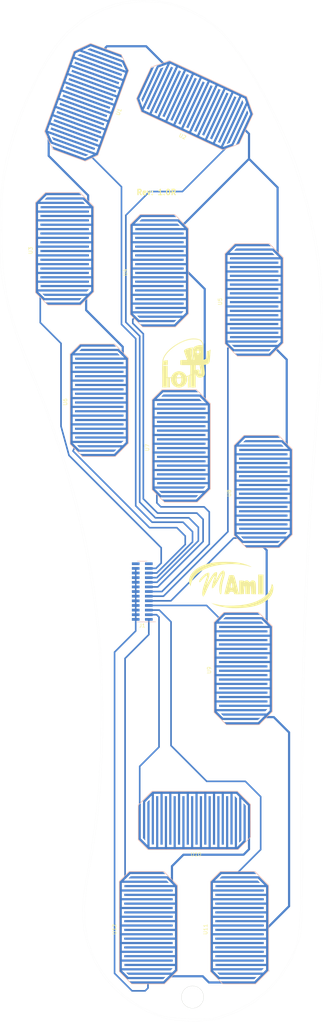
<source format=kicad_pcb>
(kicad_pcb (version 4) (host pcbnew 4.0.6)

  (general
    (links 395)
    (no_connects 348)
    (area 18.356515 20.926681 107.700001 301.600001)
    (thickness 1.6)
    (drawings 6)
    (tracks 133)
    (zones 0)
    (modules 20)
    (nets 16)
  )

  (page User 229.997 319.989)
  (title_block
    (title "Insole with 15x30mm FSR and 0,6mm track/space ")
    (date 2018-04-30)
    (rev 1.0R)
    (company MAmIoT)
    (comment 1 "Dobrescu Cosmin Constantin")
  )

  (layers
    (0 F.Cu signal)
    (31 B.Cu signal)
    (32 B.Adhes user)
    (33 F.Adhes user)
    (34 B.Paste user)
    (35 F.Paste user)
    (36 B.SilkS user)
    (37 F.SilkS user)
    (38 B.Mask user)
    (39 F.Mask user)
    (40 Dwgs.User user)
    (41 Cmts.User user)
    (42 Eco1.User user)
    (43 Eco2.User user)
    (44 Edge.Cuts user)
    (45 Margin user)
    (46 B.CrtYd user)
    (47 F.CrtYd user)
    (48 B.Fab user)
    (49 F.Fab user)
  )

  (setup
    (last_trace_width 0.45)
    (trace_clearance 0.4)
    (zone_clearance 0.508)
    (zone_45_only no)
    (trace_min 0.2)
    (segment_width 0.2)
    (edge_width 0.15)
    (via_size 0.6)
    (via_drill 0.4)
    (via_min_size 0.4)
    (via_min_drill 0.3)
    (uvia_size 0.3)
    (uvia_drill 0.1)
    (uvias_allowed no)
    (uvia_min_size 0.2)
    (uvia_min_drill 0.1)
    (pcb_text_width 0.3)
    (pcb_text_size 1.5 1.5)
    (mod_edge_width 0.15)
    (mod_text_size 1 1)
    (mod_text_width 0.15)
    (pad_size 1.524 1.524)
    (pad_drill 0.762)
    (pad_to_mask_clearance 0.4)
    (aux_axis_origin 0 0)
    (visible_elements 7FFFFFFF)
    (pcbplotparams
      (layerselection 0x00020_00000000)
      (usegerberextensions false)
      (excludeedgelayer true)
      (linewidth 0.100000)
      (plotframeref false)
      (viasonmask false)
      (mode 1)
      (useauxorigin false)
      (hpglpennumber 1)
      (hpglpenspeed 20)
      (hpglpendiameter 15)
      (hpglpenoverlay 2)
      (psnegative false)
      (psa4output false)
      (plotreference true)
      (plotvalue true)
      (plotinvisibletext false)
      (padsonsilk false)
      (subtractmaskfromsilk false)
      (outputformat 1)
      (mirror false)
      (drillshape 0)
      (scaleselection 1)
      (outputdirectory Fabricacion_V1_rigid_right/))
  )

  (net 0 "")
  (net 1 "Net-(J1-Pad13)")
  (net 2 "Net-(J1-Pad1)")
  (net 3 "Net-(J1-Pad3)")
  (net 4 "Net-(J1-Pad5)")
  (net 5 "Net-(J1-Pad7)")
  (net 6 "Net-(J1-Pad9)")
  (net 7 "Net-(J1-Pad10)")
  (net 8 "Net-(J1-Pad11)")
  (net 9 "Net-(J1-Pad15)")
  (net 10 "Net-(J1-Pad17)")
  (net 11 "Net-(J1-Pad19)")
  (net 12 "Net-(J1-Pad21)")
  (net 13 "Net-(J1-Pad23)")
  (net 14 "Net-(J1-Pad25)")
  (net 15 "Net-(J1-Pad26)")

  (net_class Default "Esta es la clase de red por defecto."
    (clearance 0.4)
    (trace_width 0.45)
    (via_dia 0.6)
    (via_drill 0.4)
    (uvia_dia 0.3)
    (uvia_drill 0.1)
    (add_net "Net-(J1-Pad1)")
    (add_net "Net-(J1-Pad10)")
    (add_net "Net-(J1-Pad11)")
    (add_net "Net-(J1-Pad13)")
    (add_net "Net-(J1-Pad15)")
    (add_net "Net-(J1-Pad17)")
    (add_net "Net-(J1-Pad19)")
    (add_net "Net-(J1-Pad21)")
    (add_net "Net-(J1-Pad23)")
    (add_net "Net-(J1-Pad25)")
    (add_net "Net-(J1-Pad26)")
    (add_net "Net-(J1-Pad3)")
    (add_net "Net-(J1-Pad5)")
    (add_net "Net-(J1-Pad7)")
    (add_net "Net-(J1-Pad9)")
  )

  (module fsr_footprints:FSR15x30mm (layer B.Cu) (tedit 5AE6EE22) (tstamp 5AE3AA9A)
    (at 36.6 46 250)
    (descr "footprint for Fsr 15x30mm")
    (path /5AE399A3)
    (fp_text reference U1 (at 0.55 -15.93 250) (layer F.SilkS)
      (effects (font (size 1 1) (thickness 0.15)))
    )
    (fp_text value FSR (at 0.8 2.6 250) (layer B.Fab)
      (effects (font (size 1 1) (thickness 0.15)) (justify mirror))
    )
    (fp_line (start 12.6 1.4) (end 15.2 -1.2) (layer B.SilkS) (width 0.15))
    (fp_line (start 15.2 -1.2) (end 16.4 -2.4) (layer B.SilkS) (width 0.15))
    (fp_line (start 16.4 -2.4) (end 16.4 -3.7) (layer B.SilkS) (width 0.15))
    (fp_line (start 16.4 -3.7) (end 16.4 -11.9) (layer B.SilkS) (width 0.15))
    (fp_line (start -14.4 -11.2) (end -11 -14.6) (layer B.SilkS) (width 0.15))
    (fp_line (start -11 -14.6) (end 13.7 -14.6) (layer B.SilkS) (width 0.15))
    (fp_line (start 13.7 -14.6) (end 16.4 -11.9) (layer B.SilkS) (width 0.15))
    (fp_line (start 12.6 1.4) (end -10.8 1.4) (layer B.SilkS) (width 0.15))
    (fp_line (start -10.8 1.4) (end -14.4 -2.2) (layer B.SilkS) (width 0.15))
    (fp_line (start -14.4 -2.2) (end -14.4 -11.2) (layer B.SilkS) (width 0.15))
    (pad 2 smd trapezoid (at 16 -7.2 250) (size 0.6 9.8) (rect_delta 0.6 0 ) (layers B.Cu B.Paste B.Mask)
      (net 11 "Net-(J1-Pad19)"))
    (pad 2 smd trapezoid (at 13.6 -7.7 250) (size 0.6 12.8) (rect_delta 0.6 0 ) (layers B.Cu B.Paste B.Mask)
      (net 11 "Net-(J1-Pad19)"))
    (pad 2 smd rect (at 11.2 -7.2 250) (size 0.6 14.5) (layers B.Cu B.Paste B.Mask)
      (net 11 "Net-(J1-Pad19)"))
    (pad 2 smd trapezoid (at -10.4 -7.225 70) (size 0.6 13.95) (rect_delta 0.6 0 ) (layers B.Cu B.Paste B.Mask)
      (net 11 "Net-(J1-Pad19)"))
    (pad 2 smd rect (at 1.6 -7.2 250) (size 0.6 14.5) (layers B.Cu B.Paste B.Mask)
      (net 11 "Net-(J1-Pad19)"))
    (pad 2 smd rect (at 4 -7.2 250) (size 0.6 14.5) (layers B.Cu B.Paste B.Mask)
      (net 11 "Net-(J1-Pad19)"))
    (pad 2 smd rect (at 8.8 -7.2 250) (size 0.6 14.5) (layers B.Cu B.Paste B.Mask)
      (net 11 "Net-(J1-Pad19)"))
    (pad 2 smd rect (at 6.4 -7.2 250) (size 0.6 14.5) (layers B.Cu B.Paste B.Mask)
      (net 11 "Net-(J1-Pad19)"))
    (pad 2 smd rect (at -3.2 -7.2 250) (size 0.6 14.5) (layers B.Cu B.Paste B.Mask)
      (net 11 "Net-(J1-Pad19)"))
    (pad 2 smd rect (at -0.8 -7.2 250) (size 0.6 14.5) (layers B.Cu B.Paste B.Mask)
      (net 11 "Net-(J1-Pad19)"))
    (pad 2 smd rect (at -5.6 -7.2 250) (size 0.6 14.5) (layers B.Cu B.Paste B.Mask)
      (net 11 "Net-(J1-Pad19)"))
    (pad 2 smd rect (at -8 -7.2 250) (size 0.6 14.5) (layers B.Cu B.Paste B.Mask)
      (net 11 "Net-(J1-Pad19)"))
    (pad 2 smd rect (at 14.66 -13.015 115) (size 0.6 3.6) (layers B.Cu B.Paste B.Mask)
      (net 11 "Net-(J1-Pad19)"))
    (pad 2 smd rect (at 1.325 -14.2 70) (size 24.55 0.6) (layers B.Cu B.Paste B.Mask)
      (net 11 "Net-(J1-Pad19)"))
    (pad 2 smd rect (at -11.738 -13.2879 25) (size 0.6 2.829) (layers B.Cu B.Paste B.Mask)
      (net 11 "Net-(J1-Pad19)"))
    (pad 2 smd trapezoid (at -12.8 -7.45 70) (size 0.6 10.4) (rect_delta 0.6 0 ) (layers B.Cu B.Paste B.Mask)
      (net 11 "Net-(J1-Pad19)"))
    (pad 1 smd rect (at 12.4 -6.2 250) (size 0.6 14) (layers B.Cu B.Paste B.Mask)
      (net 7 "Net-(J1-Pad10)"))
    (pad 1 smd rect (at 5.2 -6 250) (size 0.6 14.5) (layers B.Cu B.Paste B.Mask)
      (net 7 "Net-(J1-Pad10)"))
    (pad 1 smd rect (at 7.6 -6 250) (size 0.6 14.5) (layers B.Cu B.Paste B.Mask)
      (net 7 "Net-(J1-Pad10)"))
    (pad 1 smd rect (at 10 -6 250) (size 0.6 14.5) (layers B.Cu B.Paste B.Mask)
      (net 7 "Net-(J1-Pad10)"))
    (pad 1 smd rect (at 2.8 -6 250) (size 0.6 14.5) (layers B.Cu B.Paste B.Mask)
      (net 7 "Net-(J1-Pad10)"))
    (pad 1 smd rect (at 0.4 -6 250) (size 0.6 14.5) (layers B.Cu B.Paste B.Mask)
      (net 7 "Net-(J1-Pad10)"))
    (pad 1 smd rect (at -2 -6 250) (size 0.6 14.5) (layers B.Cu B.Paste B.Mask)
      (net 7 "Net-(J1-Pad10)"))
    (pad 1 smd rect (at -4.4 -6 250) (size 0.6 14.5) (layers B.Cu B.Paste B.Mask)
      (net 7 "Net-(J1-Pad10)"))
    (pad 1 smd rect (at -6.8 -6 250) (size 0.6 14.5) (layers B.Cu B.Paste B.Mask)
      (net 7 "Net-(J1-Pad10)"))
    (pad 1 smd rect (at -9.2 -6.2 70) (size 0.6 14) (layers B.Cu B.Paste B.Mask)
      (net 7 "Net-(J1-Pad10)"))
    (pad 1 smd trapezoid (at -11.6 -6.4 70) (size 0.6 12) (rect_delta 0.6 0 ) (layers B.Cu B.Paste B.Mask)
      (net 7 "Net-(J1-Pad10)"))
    (pad 1 smd trapezoid (at 14.8 -6.4 250) (size 0.6 10.75) (rect_delta 0.6 0 ) (layers B.Cu B.Paste B.Mask)
      (net 7 "Net-(J1-Pad10)"))
    (pad 1 smd rect (at 13.5 -0.15 205) (size 0.6 3.4) (layers B.Cu B.Paste B.Mask)
      (net 7 "Net-(J1-Pad10)"))
    (pad 1 smd rect (at 0.875 0.975 250) (size 23.25 0.6) (layers B.Cu B.Paste B.Mask)
      (net 7 "Net-(J1-Pad10)"))
    (pad 1 smd trapezoid (at -14 -6.73 70) (size 0.6 9.5) (rect_delta 0.6 0 ) (layers B.Cu B.Paste B.Mask)
      (net 7 "Net-(J1-Pad10)"))
    (pad 1 smd rect (at -12.3 -0.7 295) (size 0.6 5) (layers B.Cu B.Paste B.Mask)
      (net 7 "Net-(J1-Pad10)"))
  )

  (module fsr_footprints:FSR15x30mm (layer B.Cu) (tedit 5AE6EE17) (tstamp 5AE3AAC8)
    (at 76.1 44.5 155)
    (descr "footprint for Fsr 15x30mm")
    (path /5AE39966)
    (fp_text reference U2 (at 0.55 -15.93 155) (layer F.SilkS)
      (effects (font (size 1 1) (thickness 0.15)))
    )
    (fp_text value FSR (at 0.8 2.6 155) (layer B.Fab)
      (effects (font (size 1 1) (thickness 0.15)) (justify mirror))
    )
    (fp_line (start 12.6 1.4) (end 15.2 -1.2) (layer B.SilkS) (width 0.15))
    (fp_line (start 15.2 -1.2) (end 16.4 -2.4) (layer B.SilkS) (width 0.15))
    (fp_line (start 16.4 -2.4) (end 16.4 -3.7) (layer B.SilkS) (width 0.15))
    (fp_line (start 16.4 -3.7) (end 16.4 -11.9) (layer B.SilkS) (width 0.15))
    (fp_line (start -14.4 -11.2) (end -11 -14.6) (layer B.SilkS) (width 0.15))
    (fp_line (start -11 -14.6) (end 13.7 -14.6) (layer B.SilkS) (width 0.15))
    (fp_line (start 13.7 -14.6) (end 16.4 -11.9) (layer B.SilkS) (width 0.15))
    (fp_line (start 12.6 1.4) (end -10.8 1.4) (layer B.SilkS) (width 0.15))
    (fp_line (start -10.8 1.4) (end -14.4 -2.2) (layer B.SilkS) (width 0.15))
    (fp_line (start -14.4 -2.2) (end -14.4 -11.2) (layer B.SilkS) (width 0.15))
    (pad 2 smd trapezoid (at 16 -7.2 155) (size 0.6 9.8) (rect_delta 0.6 0 ) (layers B.Cu B.Paste B.Mask)
      (net 10 "Net-(J1-Pad17)"))
    (pad 2 smd trapezoid (at 13.6 -7.7 155) (size 0.6 12.8) (rect_delta 0.6 0 ) (layers B.Cu B.Paste B.Mask)
      (net 10 "Net-(J1-Pad17)"))
    (pad 2 smd rect (at 11.2 -7.2 155) (size 0.6 14.5) (layers B.Cu B.Paste B.Mask)
      (net 10 "Net-(J1-Pad17)"))
    (pad 2 smd trapezoid (at -10.4 -7.225 335) (size 0.6 13.95) (rect_delta 0.6 0 ) (layers B.Cu B.Paste B.Mask)
      (net 10 "Net-(J1-Pad17)"))
    (pad 2 smd rect (at 1.6 -7.2 155) (size 0.6 14.5) (layers B.Cu B.Paste B.Mask)
      (net 10 "Net-(J1-Pad17)"))
    (pad 2 smd rect (at 4 -7.2 155) (size 0.6 14.5) (layers B.Cu B.Paste B.Mask)
      (net 10 "Net-(J1-Pad17)"))
    (pad 2 smd rect (at 8.8 -7.2 155) (size 0.6 14.5) (layers B.Cu B.Paste B.Mask)
      (net 10 "Net-(J1-Pad17)"))
    (pad 2 smd rect (at 6.4 -7.2 155) (size 0.6 14.5) (layers B.Cu B.Paste B.Mask)
      (net 10 "Net-(J1-Pad17)"))
    (pad 2 smd rect (at -3.2 -7.2 155) (size 0.6 14.5) (layers B.Cu B.Paste B.Mask)
      (net 10 "Net-(J1-Pad17)"))
    (pad 2 smd rect (at -0.8 -7.2 155) (size 0.6 14.5) (layers B.Cu B.Paste B.Mask)
      (net 10 "Net-(J1-Pad17)"))
    (pad 2 smd rect (at -5.6 -7.2 155) (size 0.6 14.5) (layers B.Cu B.Paste B.Mask)
      (net 10 "Net-(J1-Pad17)"))
    (pad 2 smd rect (at -8 -7.2 155) (size 0.6 14.5) (layers B.Cu B.Paste B.Mask)
      (net 10 "Net-(J1-Pad17)"))
    (pad 2 smd rect (at 14.66 -13.015 20) (size 0.6 3.6) (layers B.Cu B.Paste B.Mask)
      (net 10 "Net-(J1-Pad17)"))
    (pad 2 smd rect (at 1.325 -14.2 335) (size 24.55 0.6) (layers B.Cu B.Paste B.Mask)
      (net 10 "Net-(J1-Pad17)"))
    (pad 2 smd rect (at -11.738 -13.2879 290) (size 0.6 2.829) (layers B.Cu B.Paste B.Mask)
      (net 10 "Net-(J1-Pad17)"))
    (pad 2 smd trapezoid (at -12.8 -7.45 335) (size 0.6 10.4) (rect_delta 0.6 0 ) (layers B.Cu B.Paste B.Mask)
      (net 10 "Net-(J1-Pad17)"))
    (pad 1 smd rect (at 12.4 -6.2 155) (size 0.6 14) (layers B.Cu B.Paste B.Mask)
      (net 7 "Net-(J1-Pad10)"))
    (pad 1 smd rect (at 5.2 -6 155) (size 0.6 14.5) (layers B.Cu B.Paste B.Mask)
      (net 7 "Net-(J1-Pad10)"))
    (pad 1 smd rect (at 7.6 -6 155) (size 0.6 14.5) (layers B.Cu B.Paste B.Mask)
      (net 7 "Net-(J1-Pad10)"))
    (pad 1 smd rect (at 10 -6 155) (size 0.6 14.5) (layers B.Cu B.Paste B.Mask)
      (net 7 "Net-(J1-Pad10)"))
    (pad 1 smd rect (at 2.8 -6 155) (size 0.6 14.5) (layers B.Cu B.Paste B.Mask)
      (net 7 "Net-(J1-Pad10)"))
    (pad 1 smd rect (at 0.4 -6 155) (size 0.6 14.5) (layers B.Cu B.Paste B.Mask)
      (net 7 "Net-(J1-Pad10)"))
    (pad 1 smd rect (at -2 -6 155) (size 0.6 14.5) (layers B.Cu B.Paste B.Mask)
      (net 7 "Net-(J1-Pad10)"))
    (pad 1 smd rect (at -4.4 -6 155) (size 0.6 14.5) (layers B.Cu B.Paste B.Mask)
      (net 7 "Net-(J1-Pad10)"))
    (pad 1 smd rect (at -6.8 -6 155) (size 0.6 14.5) (layers B.Cu B.Paste B.Mask)
      (net 7 "Net-(J1-Pad10)"))
    (pad 1 smd rect (at -9.2 -6.2 335) (size 0.6 14) (layers B.Cu B.Paste B.Mask)
      (net 7 "Net-(J1-Pad10)"))
    (pad 1 smd trapezoid (at -11.6 -6.4 335) (size 0.6 12) (rect_delta 0.6 0 ) (layers B.Cu B.Paste B.Mask)
      (net 7 "Net-(J1-Pad10)"))
    (pad 1 smd trapezoid (at 14.8 -6.4 155) (size 0.6 10.75) (rect_delta 0.6 0 ) (layers B.Cu B.Paste B.Mask)
      (net 7 "Net-(J1-Pad10)"))
    (pad 1 smd rect (at 13.5 -0.15 110) (size 0.6 3.4) (layers B.Cu B.Paste B.Mask)
      (net 7 "Net-(J1-Pad10)"))
    (pad 1 smd rect (at 0.875 0.975 155) (size 23.25 0.6) (layers B.Cu B.Paste B.Mask)
      (net 7 "Net-(J1-Pad10)"))
    (pad 1 smd trapezoid (at -14 -6.73 335) (size 0.6 9.5) (rect_delta 0.6 0 ) (layers B.Cu B.Paste B.Mask)
      (net 7 "Net-(J1-Pad10)"))
    (pad 1 smd rect (at -12.3 -0.7 200) (size 0.6 5) (layers B.Cu B.Paste B.Mask)
      (net 7 "Net-(J1-Pad10)"))
  )

  (module fsr_footprints:FSR15x30mm (layer B.Cu) (tedit 5AE6EE29) (tstamp 5AE3AAF6)
    (at 43.1 90.5 90)
    (descr "footprint for Fsr 15x30mm")
    (path /5AE39930)
    (fp_text reference U3 (at 0.55 -15.93 90) (layer F.SilkS)
      (effects (font (size 1 1) (thickness 0.15)))
    )
    (fp_text value FSR (at 0.8 2.6 90) (layer B.Fab)
      (effects (font (size 1 1) (thickness 0.15)) (justify mirror))
    )
    (fp_line (start 12.6 1.4) (end 15.2 -1.2) (layer B.SilkS) (width 0.15))
    (fp_line (start 15.2 -1.2) (end 16.4 -2.4) (layer B.SilkS) (width 0.15))
    (fp_line (start 16.4 -2.4) (end 16.4 -3.7) (layer B.SilkS) (width 0.15))
    (fp_line (start 16.4 -3.7) (end 16.4 -11.9) (layer B.SilkS) (width 0.15))
    (fp_line (start -14.4 -11.2) (end -11 -14.6) (layer B.SilkS) (width 0.15))
    (fp_line (start -11 -14.6) (end 13.7 -14.6) (layer B.SilkS) (width 0.15))
    (fp_line (start 13.7 -14.6) (end 16.4 -11.9) (layer B.SilkS) (width 0.15))
    (fp_line (start 12.6 1.4) (end -10.8 1.4) (layer B.SilkS) (width 0.15))
    (fp_line (start -10.8 1.4) (end -14.4 -2.2) (layer B.SilkS) (width 0.15))
    (fp_line (start -14.4 -2.2) (end -14.4 -11.2) (layer B.SilkS) (width 0.15))
    (pad 2 smd trapezoid (at 16 -7.2 90) (size 0.6 9.8) (rect_delta 0.6 0 ) (layers B.Cu B.Paste B.Mask)
      (net 13 "Net-(J1-Pad23)"))
    (pad 2 smd trapezoid (at 13.6 -7.7 90) (size 0.6 12.8) (rect_delta 0.6 0 ) (layers B.Cu B.Paste B.Mask)
      (net 13 "Net-(J1-Pad23)"))
    (pad 2 smd rect (at 11.2 -7.2 90) (size 0.6 14.5) (layers B.Cu B.Paste B.Mask)
      (net 13 "Net-(J1-Pad23)"))
    (pad 2 smd trapezoid (at -10.4 -7.225 270) (size 0.6 13.95) (rect_delta 0.6 0 ) (layers B.Cu B.Paste B.Mask)
      (net 13 "Net-(J1-Pad23)"))
    (pad 2 smd rect (at 1.6 -7.2 90) (size 0.6 14.5) (layers B.Cu B.Paste B.Mask)
      (net 13 "Net-(J1-Pad23)"))
    (pad 2 smd rect (at 4 -7.2 90) (size 0.6 14.5) (layers B.Cu B.Paste B.Mask)
      (net 13 "Net-(J1-Pad23)"))
    (pad 2 smd rect (at 8.8 -7.2 90) (size 0.6 14.5) (layers B.Cu B.Paste B.Mask)
      (net 13 "Net-(J1-Pad23)"))
    (pad 2 smd rect (at 6.4 -7.2 90) (size 0.6 14.5) (layers B.Cu B.Paste B.Mask)
      (net 13 "Net-(J1-Pad23)"))
    (pad 2 smd rect (at -3.2 -7.2 90) (size 0.6 14.5) (layers B.Cu B.Paste B.Mask)
      (net 13 "Net-(J1-Pad23)"))
    (pad 2 smd rect (at -0.8 -7.2 90) (size 0.6 14.5) (layers B.Cu B.Paste B.Mask)
      (net 13 "Net-(J1-Pad23)"))
    (pad 2 smd rect (at -5.6 -7.2 90) (size 0.6 14.5) (layers B.Cu B.Paste B.Mask)
      (net 13 "Net-(J1-Pad23)"))
    (pad 2 smd rect (at -8 -7.2 90) (size 0.6 14.5) (layers B.Cu B.Paste B.Mask)
      (net 13 "Net-(J1-Pad23)"))
    (pad 2 smd rect (at 14.66 -13.015 315) (size 0.6 3.6) (layers B.Cu B.Paste B.Mask)
      (net 13 "Net-(J1-Pad23)"))
    (pad 2 smd rect (at 1.325 -14.2 270) (size 24.55 0.6) (layers B.Cu B.Paste B.Mask)
      (net 13 "Net-(J1-Pad23)"))
    (pad 2 smd rect (at -11.738 -13.2879 225) (size 0.6 2.829) (layers B.Cu B.Paste B.Mask)
      (net 13 "Net-(J1-Pad23)"))
    (pad 2 smd trapezoid (at -12.8 -7.45 270) (size 0.6 10.4) (rect_delta 0.6 0 ) (layers B.Cu B.Paste B.Mask)
      (net 13 "Net-(J1-Pad23)"))
    (pad 1 smd rect (at 12.4 -6.2 90) (size 0.6 14) (layers B.Cu B.Paste B.Mask)
      (net 7 "Net-(J1-Pad10)"))
    (pad 1 smd rect (at 5.2 -6 90) (size 0.6 14.5) (layers B.Cu B.Paste B.Mask)
      (net 7 "Net-(J1-Pad10)"))
    (pad 1 smd rect (at 7.6 -6 90) (size 0.6 14.5) (layers B.Cu B.Paste B.Mask)
      (net 7 "Net-(J1-Pad10)"))
    (pad 1 smd rect (at 10 -6 90) (size 0.6 14.5) (layers B.Cu B.Paste B.Mask)
      (net 7 "Net-(J1-Pad10)"))
    (pad 1 smd rect (at 2.8 -6 90) (size 0.6 14.5) (layers B.Cu B.Paste B.Mask)
      (net 7 "Net-(J1-Pad10)"))
    (pad 1 smd rect (at 0.4 -6 90) (size 0.6 14.5) (layers B.Cu B.Paste B.Mask)
      (net 7 "Net-(J1-Pad10)"))
    (pad 1 smd rect (at -2 -6 90) (size 0.6 14.5) (layers B.Cu B.Paste B.Mask)
      (net 7 "Net-(J1-Pad10)"))
    (pad 1 smd rect (at -4.4 -6 90) (size 0.6 14.5) (layers B.Cu B.Paste B.Mask)
      (net 7 "Net-(J1-Pad10)"))
    (pad 1 smd rect (at -6.8 -6 90) (size 0.6 14.5) (layers B.Cu B.Paste B.Mask)
      (net 7 "Net-(J1-Pad10)"))
    (pad 1 smd rect (at -9.2 -6.2 270) (size 0.6 14) (layers B.Cu B.Paste B.Mask)
      (net 7 "Net-(J1-Pad10)"))
    (pad 1 smd trapezoid (at -11.6 -6.4 270) (size 0.6 12) (rect_delta 0.6 0 ) (layers B.Cu B.Paste B.Mask)
      (net 7 "Net-(J1-Pad10)"))
    (pad 1 smd trapezoid (at 14.8 -6.4 90) (size 0.6 10.75) (rect_delta 0.6 0 ) (layers B.Cu B.Paste B.Mask)
      (net 7 "Net-(J1-Pad10)"))
    (pad 1 smd rect (at 13.5 -0.15 45) (size 0.6 3.4) (layers B.Cu B.Paste B.Mask)
      (net 7 "Net-(J1-Pad10)"))
    (pad 1 smd rect (at 0.875 0.975 90) (size 23.25 0.6) (layers B.Cu B.Paste B.Mask)
      (net 7 "Net-(J1-Pad10)"))
    (pad 1 smd trapezoid (at -14 -6.73 270) (size 0.6 9.5) (rect_delta 0.6 0 ) (layers B.Cu B.Paste B.Mask)
      (net 7 "Net-(J1-Pad10)"))
    (pad 1 smd rect (at -12.3 -0.7 135) (size 0.6 5) (layers B.Cu B.Paste B.Mask)
      (net 7 "Net-(J1-Pad10)"))
  )

  (module fsr_footprints:FSR15x30mm (layer B.Cu) (tedit 5AE6EE3A) (tstamp 5AE3AB24)
    (at 69.1 96.5 90)
    (descr "footprint for Fsr 15x30mm")
    (path /5AE39774)
    (fp_text reference U4 (at 0.55 -15.93 90) (layer F.SilkS)
      (effects (font (size 1 1) (thickness 0.15)))
    )
    (fp_text value FSR (at 0.8 2.6 90) (layer B.Fab)
      (effects (font (size 1 1) (thickness 0.15)) (justify mirror))
    )
    (fp_line (start 12.6 1.4) (end 15.2 -1.2) (layer B.SilkS) (width 0.15))
    (fp_line (start 15.2 -1.2) (end 16.4 -2.4) (layer B.SilkS) (width 0.15))
    (fp_line (start 16.4 -2.4) (end 16.4 -3.7) (layer B.SilkS) (width 0.15))
    (fp_line (start 16.4 -3.7) (end 16.4 -11.9) (layer B.SilkS) (width 0.15))
    (fp_line (start -14.4 -11.2) (end -11 -14.6) (layer B.SilkS) (width 0.15))
    (fp_line (start -11 -14.6) (end 13.7 -14.6) (layer B.SilkS) (width 0.15))
    (fp_line (start 13.7 -14.6) (end 16.4 -11.9) (layer B.SilkS) (width 0.15))
    (fp_line (start 12.6 1.4) (end -10.8 1.4) (layer B.SilkS) (width 0.15))
    (fp_line (start -10.8 1.4) (end -14.4 -2.2) (layer B.SilkS) (width 0.15))
    (fp_line (start -14.4 -2.2) (end -14.4 -11.2) (layer B.SilkS) (width 0.15))
    (pad 2 smd trapezoid (at 16 -7.2 90) (size 0.6 9.8) (rect_delta 0.6 0 ) (layers B.Cu B.Paste B.Mask)
      (net 9 "Net-(J1-Pad15)"))
    (pad 2 smd trapezoid (at 13.6 -7.7 90) (size 0.6 12.8) (rect_delta 0.6 0 ) (layers B.Cu B.Paste B.Mask)
      (net 9 "Net-(J1-Pad15)"))
    (pad 2 smd rect (at 11.2 -7.2 90) (size 0.6 14.5) (layers B.Cu B.Paste B.Mask)
      (net 9 "Net-(J1-Pad15)"))
    (pad 2 smd trapezoid (at -10.4 -7.225 270) (size 0.6 13.95) (rect_delta 0.6 0 ) (layers B.Cu B.Paste B.Mask)
      (net 9 "Net-(J1-Pad15)"))
    (pad 2 smd rect (at 1.6 -7.2 90) (size 0.6 14.5) (layers B.Cu B.Paste B.Mask)
      (net 9 "Net-(J1-Pad15)"))
    (pad 2 smd rect (at 4 -7.2 90) (size 0.6 14.5) (layers B.Cu B.Paste B.Mask)
      (net 9 "Net-(J1-Pad15)"))
    (pad 2 smd rect (at 8.8 -7.2 90) (size 0.6 14.5) (layers B.Cu B.Paste B.Mask)
      (net 9 "Net-(J1-Pad15)"))
    (pad 2 smd rect (at 6.4 -7.2 90) (size 0.6 14.5) (layers B.Cu B.Paste B.Mask)
      (net 9 "Net-(J1-Pad15)"))
    (pad 2 smd rect (at -3.2 -7.2 90) (size 0.6 14.5) (layers B.Cu B.Paste B.Mask)
      (net 9 "Net-(J1-Pad15)"))
    (pad 2 smd rect (at -0.8 -7.2 90) (size 0.6 14.5) (layers B.Cu B.Paste B.Mask)
      (net 9 "Net-(J1-Pad15)"))
    (pad 2 smd rect (at -5.6 -7.2 90) (size 0.6 14.5) (layers B.Cu B.Paste B.Mask)
      (net 9 "Net-(J1-Pad15)"))
    (pad 2 smd rect (at -8 -7.2 90) (size 0.6 14.5) (layers B.Cu B.Paste B.Mask)
      (net 9 "Net-(J1-Pad15)"))
    (pad 2 smd rect (at 14.66 -13.015 315) (size 0.6 3.6) (layers B.Cu B.Paste B.Mask)
      (net 9 "Net-(J1-Pad15)"))
    (pad 2 smd rect (at 1.325 -14.2 270) (size 24.55 0.6) (layers B.Cu B.Paste B.Mask)
      (net 9 "Net-(J1-Pad15)"))
    (pad 2 smd rect (at -11.738 -13.2879 225) (size 0.6 2.829) (layers B.Cu B.Paste B.Mask)
      (net 9 "Net-(J1-Pad15)"))
    (pad 2 smd trapezoid (at -12.8 -7.45 270) (size 0.6 10.4) (rect_delta 0.6 0 ) (layers B.Cu B.Paste B.Mask)
      (net 9 "Net-(J1-Pad15)"))
    (pad 1 smd rect (at 12.4 -6.2 90) (size 0.6 14) (layers B.Cu B.Paste B.Mask)
      (net 7 "Net-(J1-Pad10)"))
    (pad 1 smd rect (at 5.2 -6 90) (size 0.6 14.5) (layers B.Cu B.Paste B.Mask)
      (net 7 "Net-(J1-Pad10)"))
    (pad 1 smd rect (at 7.6 -6 90) (size 0.6 14.5) (layers B.Cu B.Paste B.Mask)
      (net 7 "Net-(J1-Pad10)"))
    (pad 1 smd rect (at 10 -6 90) (size 0.6 14.5) (layers B.Cu B.Paste B.Mask)
      (net 7 "Net-(J1-Pad10)"))
    (pad 1 smd rect (at 2.8 -6 90) (size 0.6 14.5) (layers B.Cu B.Paste B.Mask)
      (net 7 "Net-(J1-Pad10)"))
    (pad 1 smd rect (at 0.4 -6 90) (size 0.6 14.5) (layers B.Cu B.Paste B.Mask)
      (net 7 "Net-(J1-Pad10)"))
    (pad 1 smd rect (at -2 -6 90) (size 0.6 14.5) (layers B.Cu B.Paste B.Mask)
      (net 7 "Net-(J1-Pad10)"))
    (pad 1 smd rect (at -4.4 -6 90) (size 0.6 14.5) (layers B.Cu B.Paste B.Mask)
      (net 7 "Net-(J1-Pad10)"))
    (pad 1 smd rect (at -6.8 -6 90) (size 0.6 14.5) (layers B.Cu B.Paste B.Mask)
      (net 7 "Net-(J1-Pad10)"))
    (pad 1 smd rect (at -9.2 -6.2 270) (size 0.6 14) (layers B.Cu B.Paste B.Mask)
      (net 7 "Net-(J1-Pad10)"))
    (pad 1 smd trapezoid (at -11.6 -6.4 270) (size 0.6 12) (rect_delta 0.6 0 ) (layers B.Cu B.Paste B.Mask)
      (net 7 "Net-(J1-Pad10)"))
    (pad 1 smd trapezoid (at 14.8 -6.4 90) (size 0.6 10.75) (rect_delta 0.6 0 ) (layers B.Cu B.Paste B.Mask)
      (net 7 "Net-(J1-Pad10)"))
    (pad 1 smd rect (at 13.5 -0.15 45) (size 0.6 3.4) (layers B.Cu B.Paste B.Mask)
      (net 7 "Net-(J1-Pad10)"))
    (pad 1 smd rect (at 0.875 0.975 90) (size 23.25 0.6) (layers B.Cu B.Paste B.Mask)
      (net 7 "Net-(J1-Pad10)"))
    (pad 1 smd trapezoid (at -14 -6.73 270) (size 0.6 9.5) (rect_delta 0.6 0 ) (layers B.Cu B.Paste B.Mask)
      (net 7 "Net-(J1-Pad10)"))
    (pad 1 smd rect (at -12.3 -0.7 135) (size 0.6 5) (layers B.Cu B.Paste B.Mask)
      (net 7 "Net-(J1-Pad10)"))
  )

  (module fsr_footprints:FSR15x30mm (layer B.Cu) (tedit 5AE6EE31) (tstamp 5AE3AB52)
    (at 95.1 104.5 90)
    (descr "footprint for Fsr 15x30mm")
    (path /5AE39742)
    (fp_text reference U5 (at 0.55 -15.93 90) (layer F.SilkS)
      (effects (font (size 1 1) (thickness 0.15)))
    )
    (fp_text value FSR (at 0.8 2.6 90) (layer B.Fab)
      (effects (font (size 1 1) (thickness 0.15)) (justify mirror))
    )
    (fp_line (start 12.6 1.4) (end 15.2 -1.2) (layer B.SilkS) (width 0.15))
    (fp_line (start 15.2 -1.2) (end 16.4 -2.4) (layer B.SilkS) (width 0.15))
    (fp_line (start 16.4 -2.4) (end 16.4 -3.7) (layer B.SilkS) (width 0.15))
    (fp_line (start 16.4 -3.7) (end 16.4 -11.9) (layer B.SilkS) (width 0.15))
    (fp_line (start -14.4 -11.2) (end -11 -14.6) (layer B.SilkS) (width 0.15))
    (fp_line (start -11 -14.6) (end 13.7 -14.6) (layer B.SilkS) (width 0.15))
    (fp_line (start 13.7 -14.6) (end 16.4 -11.9) (layer B.SilkS) (width 0.15))
    (fp_line (start 12.6 1.4) (end -10.8 1.4) (layer B.SilkS) (width 0.15))
    (fp_line (start -10.8 1.4) (end -14.4 -2.2) (layer B.SilkS) (width 0.15))
    (fp_line (start -14.4 -2.2) (end -14.4 -11.2) (layer B.SilkS) (width 0.15))
    (pad 2 smd trapezoid (at 16 -7.2 90) (size 0.6 9.8) (rect_delta 0.6 0 ) (layers B.Cu B.Paste B.Mask)
      (net 8 "Net-(J1-Pad11)"))
    (pad 2 smd trapezoid (at 13.6 -7.7 90) (size 0.6 12.8) (rect_delta 0.6 0 ) (layers B.Cu B.Paste B.Mask)
      (net 8 "Net-(J1-Pad11)"))
    (pad 2 smd rect (at 11.2 -7.2 90) (size 0.6 14.5) (layers B.Cu B.Paste B.Mask)
      (net 8 "Net-(J1-Pad11)"))
    (pad 2 smd trapezoid (at -10.4 -7.225 270) (size 0.6 13.95) (rect_delta 0.6 0 ) (layers B.Cu B.Paste B.Mask)
      (net 8 "Net-(J1-Pad11)"))
    (pad 2 smd rect (at 1.6 -7.2 90) (size 0.6 14.5) (layers B.Cu B.Paste B.Mask)
      (net 8 "Net-(J1-Pad11)"))
    (pad 2 smd rect (at 4 -7.2 90) (size 0.6 14.5) (layers B.Cu B.Paste B.Mask)
      (net 8 "Net-(J1-Pad11)"))
    (pad 2 smd rect (at 8.8 -7.2 90) (size 0.6 14.5) (layers B.Cu B.Paste B.Mask)
      (net 8 "Net-(J1-Pad11)"))
    (pad 2 smd rect (at 6.4 -7.2 90) (size 0.6 14.5) (layers B.Cu B.Paste B.Mask)
      (net 8 "Net-(J1-Pad11)"))
    (pad 2 smd rect (at -3.2 -7.2 90) (size 0.6 14.5) (layers B.Cu B.Paste B.Mask)
      (net 8 "Net-(J1-Pad11)"))
    (pad 2 smd rect (at -0.8 -7.2 90) (size 0.6 14.5) (layers B.Cu B.Paste B.Mask)
      (net 8 "Net-(J1-Pad11)"))
    (pad 2 smd rect (at -5.6 -7.2 90) (size 0.6 14.5) (layers B.Cu B.Paste B.Mask)
      (net 8 "Net-(J1-Pad11)"))
    (pad 2 smd rect (at -8 -7.2 90) (size 0.6 14.5) (layers B.Cu B.Paste B.Mask)
      (net 8 "Net-(J1-Pad11)"))
    (pad 2 smd rect (at 14.66 -13.015 315) (size 0.6 3.6) (layers B.Cu B.Paste B.Mask)
      (net 8 "Net-(J1-Pad11)"))
    (pad 2 smd rect (at 1.325 -14.2 270) (size 24.55 0.6) (layers B.Cu B.Paste B.Mask)
      (net 8 "Net-(J1-Pad11)"))
    (pad 2 smd rect (at -11.738 -13.2879 225) (size 0.6 2.829) (layers B.Cu B.Paste B.Mask)
      (net 8 "Net-(J1-Pad11)"))
    (pad 2 smd trapezoid (at -12.8 -7.45 270) (size 0.6 10.4) (rect_delta 0.6 0 ) (layers B.Cu B.Paste B.Mask)
      (net 8 "Net-(J1-Pad11)"))
    (pad 1 smd rect (at 12.4 -6.2 90) (size 0.6 14) (layers B.Cu B.Paste B.Mask)
      (net 7 "Net-(J1-Pad10)"))
    (pad 1 smd rect (at 5.2 -6 90) (size 0.6 14.5) (layers B.Cu B.Paste B.Mask)
      (net 7 "Net-(J1-Pad10)"))
    (pad 1 smd rect (at 7.6 -6 90) (size 0.6 14.5) (layers B.Cu B.Paste B.Mask)
      (net 7 "Net-(J1-Pad10)"))
    (pad 1 smd rect (at 10 -6 90) (size 0.6 14.5) (layers B.Cu B.Paste B.Mask)
      (net 7 "Net-(J1-Pad10)"))
    (pad 1 smd rect (at 2.8 -6 90) (size 0.6 14.5) (layers B.Cu B.Paste B.Mask)
      (net 7 "Net-(J1-Pad10)"))
    (pad 1 smd rect (at 0.4 -6 90) (size 0.6 14.5) (layers B.Cu B.Paste B.Mask)
      (net 7 "Net-(J1-Pad10)"))
    (pad 1 smd rect (at -2 -6 90) (size 0.6 14.5) (layers B.Cu B.Paste B.Mask)
      (net 7 "Net-(J1-Pad10)"))
    (pad 1 smd rect (at -4.4 -6 90) (size 0.6 14.5) (layers B.Cu B.Paste B.Mask)
      (net 7 "Net-(J1-Pad10)"))
    (pad 1 smd rect (at -6.8 -6 90) (size 0.6 14.5) (layers B.Cu B.Paste B.Mask)
      (net 7 "Net-(J1-Pad10)"))
    (pad 1 smd rect (at -9.2 -6.2 270) (size 0.6 14) (layers B.Cu B.Paste B.Mask)
      (net 7 "Net-(J1-Pad10)"))
    (pad 1 smd trapezoid (at -11.6 -6.4 270) (size 0.6 12) (rect_delta 0.6 0 ) (layers B.Cu B.Paste B.Mask)
      (net 7 "Net-(J1-Pad10)"))
    (pad 1 smd trapezoid (at 14.8 -6.4 90) (size 0.6 10.75) (rect_delta 0.6 0 ) (layers B.Cu B.Paste B.Mask)
      (net 7 "Net-(J1-Pad10)"))
    (pad 1 smd rect (at 13.5 -0.15 45) (size 0.6 3.4) (layers B.Cu B.Paste B.Mask)
      (net 7 "Net-(J1-Pad10)"))
    (pad 1 smd rect (at 0.875 0.975 90) (size 23.25 0.6) (layers B.Cu B.Paste B.Mask)
      (net 7 "Net-(J1-Pad10)"))
    (pad 1 smd trapezoid (at -14 -6.73 270) (size 0.6 9.5) (rect_delta 0.6 0 ) (layers B.Cu B.Paste B.Mask)
      (net 7 "Net-(J1-Pad10)"))
    (pad 1 smd rect (at -12.3 -0.7 135) (size 0.6 5) (layers B.Cu B.Paste B.Mask)
      (net 7 "Net-(J1-Pad10)"))
  )

  (module fsr_footprints:FSR15x30mm (layer B.Cu) (tedit 5AE6EE41) (tstamp 5AE3AB80)
    (at 52.6 132 90)
    (descr "footprint for Fsr 15x30mm")
    (path /5AE3971A)
    (fp_text reference U6 (at 0.55 -15.93 90) (layer F.SilkS)
      (effects (font (size 1 1) (thickness 0.15)))
    )
    (fp_text value FSR (at 0.8 2.6 90) (layer B.Fab)
      (effects (font (size 1 1) (thickness 0.15)) (justify mirror))
    )
    (fp_line (start 12.6 1.4) (end 15.2 -1.2) (layer B.SilkS) (width 0.15))
    (fp_line (start 15.2 -1.2) (end 16.4 -2.4) (layer B.SilkS) (width 0.15))
    (fp_line (start 16.4 -2.4) (end 16.4 -3.7) (layer B.SilkS) (width 0.15))
    (fp_line (start 16.4 -3.7) (end 16.4 -11.9) (layer B.SilkS) (width 0.15))
    (fp_line (start -14.4 -11.2) (end -11 -14.6) (layer B.SilkS) (width 0.15))
    (fp_line (start -11 -14.6) (end 13.7 -14.6) (layer B.SilkS) (width 0.15))
    (fp_line (start 13.7 -14.6) (end 16.4 -11.9) (layer B.SilkS) (width 0.15))
    (fp_line (start 12.6 1.4) (end -10.8 1.4) (layer B.SilkS) (width 0.15))
    (fp_line (start -10.8 1.4) (end -14.4 -2.2) (layer B.SilkS) (width 0.15))
    (fp_line (start -14.4 -2.2) (end -14.4 -11.2) (layer B.SilkS) (width 0.15))
    (pad 2 smd trapezoid (at 16 -7.2 90) (size 0.6 9.8) (rect_delta 0.6 0 ) (layers B.Cu B.Paste B.Mask)
      (net 12 "Net-(J1-Pad21)"))
    (pad 2 smd trapezoid (at 13.6 -7.7 90) (size 0.6 12.8) (rect_delta 0.6 0 ) (layers B.Cu B.Paste B.Mask)
      (net 12 "Net-(J1-Pad21)"))
    (pad 2 smd rect (at 11.2 -7.2 90) (size 0.6 14.5) (layers B.Cu B.Paste B.Mask)
      (net 12 "Net-(J1-Pad21)"))
    (pad 2 smd trapezoid (at -10.4 -7.225 270) (size 0.6 13.95) (rect_delta 0.6 0 ) (layers B.Cu B.Paste B.Mask)
      (net 12 "Net-(J1-Pad21)"))
    (pad 2 smd rect (at 1.6 -7.2 90) (size 0.6 14.5) (layers B.Cu B.Paste B.Mask)
      (net 12 "Net-(J1-Pad21)"))
    (pad 2 smd rect (at 4 -7.2 90) (size 0.6 14.5) (layers B.Cu B.Paste B.Mask)
      (net 12 "Net-(J1-Pad21)"))
    (pad 2 smd rect (at 8.8 -7.2 90) (size 0.6 14.5) (layers B.Cu B.Paste B.Mask)
      (net 12 "Net-(J1-Pad21)"))
    (pad 2 smd rect (at 6.4 -7.2 90) (size 0.6 14.5) (layers B.Cu B.Paste B.Mask)
      (net 12 "Net-(J1-Pad21)"))
    (pad 2 smd rect (at -3.2 -7.2 90) (size 0.6 14.5) (layers B.Cu B.Paste B.Mask)
      (net 12 "Net-(J1-Pad21)"))
    (pad 2 smd rect (at -0.8 -7.2 90) (size 0.6 14.5) (layers B.Cu B.Paste B.Mask)
      (net 12 "Net-(J1-Pad21)"))
    (pad 2 smd rect (at -5.6 -7.2 90) (size 0.6 14.5) (layers B.Cu B.Paste B.Mask)
      (net 12 "Net-(J1-Pad21)"))
    (pad 2 smd rect (at -8 -7.2 90) (size 0.6 14.5) (layers B.Cu B.Paste B.Mask)
      (net 12 "Net-(J1-Pad21)"))
    (pad 2 smd rect (at 14.66 -13.015 315) (size 0.6 3.6) (layers B.Cu B.Paste B.Mask)
      (net 12 "Net-(J1-Pad21)"))
    (pad 2 smd rect (at 1.325 -14.2 270) (size 24.55 0.6) (layers B.Cu B.Paste B.Mask)
      (net 12 "Net-(J1-Pad21)"))
    (pad 2 smd rect (at -11.738 -13.2879 225) (size 0.6 2.829) (layers B.Cu B.Paste B.Mask)
      (net 12 "Net-(J1-Pad21)"))
    (pad 2 smd trapezoid (at -12.8 -7.45 270) (size 0.6 10.4) (rect_delta 0.6 0 ) (layers B.Cu B.Paste B.Mask)
      (net 12 "Net-(J1-Pad21)"))
    (pad 1 smd rect (at 12.4 -6.2 90) (size 0.6 14) (layers B.Cu B.Paste B.Mask)
      (net 7 "Net-(J1-Pad10)"))
    (pad 1 smd rect (at 5.2 -6 90) (size 0.6 14.5) (layers B.Cu B.Paste B.Mask)
      (net 7 "Net-(J1-Pad10)"))
    (pad 1 smd rect (at 7.6 -6 90) (size 0.6 14.5) (layers B.Cu B.Paste B.Mask)
      (net 7 "Net-(J1-Pad10)"))
    (pad 1 smd rect (at 10 -6 90) (size 0.6 14.5) (layers B.Cu B.Paste B.Mask)
      (net 7 "Net-(J1-Pad10)"))
    (pad 1 smd rect (at 2.8 -6 90) (size 0.6 14.5) (layers B.Cu B.Paste B.Mask)
      (net 7 "Net-(J1-Pad10)"))
    (pad 1 smd rect (at 0.4 -6 90) (size 0.6 14.5) (layers B.Cu B.Paste B.Mask)
      (net 7 "Net-(J1-Pad10)"))
    (pad 1 smd rect (at -2 -6 90) (size 0.6 14.5) (layers B.Cu B.Paste B.Mask)
      (net 7 "Net-(J1-Pad10)"))
    (pad 1 smd rect (at -4.4 -6 90) (size 0.6 14.5) (layers B.Cu B.Paste B.Mask)
      (net 7 "Net-(J1-Pad10)"))
    (pad 1 smd rect (at -6.8 -6 90) (size 0.6 14.5) (layers B.Cu B.Paste B.Mask)
      (net 7 "Net-(J1-Pad10)"))
    (pad 1 smd rect (at -9.2 -6.2 270) (size 0.6 14) (layers B.Cu B.Paste B.Mask)
      (net 7 "Net-(J1-Pad10)"))
    (pad 1 smd trapezoid (at -11.6 -6.4 270) (size 0.6 12) (rect_delta 0.6 0 ) (layers B.Cu B.Paste B.Mask)
      (net 7 "Net-(J1-Pad10)"))
    (pad 1 smd trapezoid (at 14.8 -6.4 90) (size 0.6 10.75) (rect_delta 0.6 0 ) (layers B.Cu B.Paste B.Mask)
      (net 7 "Net-(J1-Pad10)"))
    (pad 1 smd rect (at 13.5 -0.15 45) (size 0.6 3.4) (layers B.Cu B.Paste B.Mask)
      (net 7 "Net-(J1-Pad10)"))
    (pad 1 smd rect (at 0.875 0.975 90) (size 23.25 0.6) (layers B.Cu B.Paste B.Mask)
      (net 7 "Net-(J1-Pad10)"))
    (pad 1 smd trapezoid (at -14 -6.73 270) (size 0.6 9.5) (rect_delta 0.6 0 ) (layers B.Cu B.Paste B.Mask)
      (net 7 "Net-(J1-Pad10)"))
    (pad 1 smd rect (at -12.3 -0.7 135) (size 0.6 5) (layers B.Cu B.Paste B.Mask)
      (net 7 "Net-(J1-Pad10)"))
  )

  (module fsr_footprints:FSR15x30mm (layer B.Cu) (tedit 5AE6EE47) (tstamp 5AE3ABAE)
    (at 75.1 144.5 90)
    (descr "footprint for Fsr 15x30mm")
    (path /5AE396CF)
    (fp_text reference U7 (at 0.55 -15.93 90) (layer F.SilkS)
      (effects (font (size 1 1) (thickness 0.15)))
    )
    (fp_text value FSR (at 0.8 2.6 90) (layer B.Fab)
      (effects (font (size 1 1) (thickness 0.15)) (justify mirror))
    )
    (fp_line (start 12.6 1.4) (end 15.2 -1.2) (layer B.SilkS) (width 0.15))
    (fp_line (start 15.2 -1.2) (end 16.4 -2.4) (layer B.SilkS) (width 0.15))
    (fp_line (start 16.4 -2.4) (end 16.4 -3.7) (layer B.SilkS) (width 0.15))
    (fp_line (start 16.4 -3.7) (end 16.4 -11.9) (layer B.SilkS) (width 0.15))
    (fp_line (start -14.4 -11.2) (end -11 -14.6) (layer B.SilkS) (width 0.15))
    (fp_line (start -11 -14.6) (end 13.7 -14.6) (layer B.SilkS) (width 0.15))
    (fp_line (start 13.7 -14.6) (end 16.4 -11.9) (layer B.SilkS) (width 0.15))
    (fp_line (start 12.6 1.4) (end -10.8 1.4) (layer B.SilkS) (width 0.15))
    (fp_line (start -10.8 1.4) (end -14.4 -2.2) (layer B.SilkS) (width 0.15))
    (fp_line (start -14.4 -2.2) (end -14.4 -11.2) (layer B.SilkS) (width 0.15))
    (pad 2 smd trapezoid (at 16 -7.2 90) (size 0.6 9.8) (rect_delta 0.6 0 ) (layers B.Cu B.Paste B.Mask)
      (net 1 "Net-(J1-Pad13)"))
    (pad 2 smd trapezoid (at 13.6 -7.7 90) (size 0.6 12.8) (rect_delta 0.6 0 ) (layers B.Cu B.Paste B.Mask)
      (net 1 "Net-(J1-Pad13)"))
    (pad 2 smd rect (at 11.2 -7.2 90) (size 0.6 14.5) (layers B.Cu B.Paste B.Mask)
      (net 1 "Net-(J1-Pad13)"))
    (pad 2 smd trapezoid (at -10.4 -7.225 270) (size 0.6 13.95) (rect_delta 0.6 0 ) (layers B.Cu B.Paste B.Mask)
      (net 1 "Net-(J1-Pad13)"))
    (pad 2 smd rect (at 1.6 -7.2 90) (size 0.6 14.5) (layers B.Cu B.Paste B.Mask)
      (net 1 "Net-(J1-Pad13)"))
    (pad 2 smd rect (at 4 -7.2 90) (size 0.6 14.5) (layers B.Cu B.Paste B.Mask)
      (net 1 "Net-(J1-Pad13)"))
    (pad 2 smd rect (at 8.8 -7.2 90) (size 0.6 14.5) (layers B.Cu B.Paste B.Mask)
      (net 1 "Net-(J1-Pad13)"))
    (pad 2 smd rect (at 6.4 -7.2 90) (size 0.6 14.5) (layers B.Cu B.Paste B.Mask)
      (net 1 "Net-(J1-Pad13)"))
    (pad 2 smd rect (at -3.2 -7.2 90) (size 0.6 14.5) (layers B.Cu B.Paste B.Mask)
      (net 1 "Net-(J1-Pad13)"))
    (pad 2 smd rect (at -0.8 -7.2 90) (size 0.6 14.5) (layers B.Cu B.Paste B.Mask)
      (net 1 "Net-(J1-Pad13)"))
    (pad 2 smd rect (at -5.6 -7.2 90) (size 0.6 14.5) (layers B.Cu B.Paste B.Mask)
      (net 1 "Net-(J1-Pad13)"))
    (pad 2 smd rect (at -8 -7.2 90) (size 0.6 14.5) (layers B.Cu B.Paste B.Mask)
      (net 1 "Net-(J1-Pad13)"))
    (pad 2 smd rect (at 14.66 -13.015 315) (size 0.6 3.6) (layers B.Cu B.Paste B.Mask)
      (net 1 "Net-(J1-Pad13)"))
    (pad 2 smd rect (at 1.325 -14.2 270) (size 24.55 0.6) (layers B.Cu B.Paste B.Mask)
      (net 1 "Net-(J1-Pad13)"))
    (pad 2 smd rect (at -11.738 -13.2879 225) (size 0.6 2.829) (layers B.Cu B.Paste B.Mask)
      (net 1 "Net-(J1-Pad13)"))
    (pad 2 smd trapezoid (at -12.8 -7.45 270) (size 0.6 10.4) (rect_delta 0.6 0 ) (layers B.Cu B.Paste B.Mask)
      (net 1 "Net-(J1-Pad13)"))
    (pad 1 smd rect (at 12.4 -6.2 90) (size 0.6 14) (layers B.Cu B.Paste B.Mask)
      (net 7 "Net-(J1-Pad10)"))
    (pad 1 smd rect (at 5.2 -6 90) (size 0.6 14.5) (layers B.Cu B.Paste B.Mask)
      (net 7 "Net-(J1-Pad10)"))
    (pad 1 smd rect (at 7.6 -6 90) (size 0.6 14.5) (layers B.Cu B.Paste B.Mask)
      (net 7 "Net-(J1-Pad10)"))
    (pad 1 smd rect (at 10 -6 90) (size 0.6 14.5) (layers B.Cu B.Paste B.Mask)
      (net 7 "Net-(J1-Pad10)"))
    (pad 1 smd rect (at 2.8 -6 90) (size 0.6 14.5) (layers B.Cu B.Paste B.Mask)
      (net 7 "Net-(J1-Pad10)"))
    (pad 1 smd rect (at 0.4 -6 90) (size 0.6 14.5) (layers B.Cu B.Paste B.Mask)
      (net 7 "Net-(J1-Pad10)"))
    (pad 1 smd rect (at -2 -6 90) (size 0.6 14.5) (layers B.Cu B.Paste B.Mask)
      (net 7 "Net-(J1-Pad10)"))
    (pad 1 smd rect (at -4.4 -6 90) (size 0.6 14.5) (layers B.Cu B.Paste B.Mask)
      (net 7 "Net-(J1-Pad10)"))
    (pad 1 smd rect (at -6.8 -6 90) (size 0.6 14.5) (layers B.Cu B.Paste B.Mask)
      (net 7 "Net-(J1-Pad10)"))
    (pad 1 smd rect (at -9.2 -6.2 270) (size 0.6 14) (layers B.Cu B.Paste B.Mask)
      (net 7 "Net-(J1-Pad10)"))
    (pad 1 smd trapezoid (at -11.6 -6.4 270) (size 0.6 12) (rect_delta 0.6 0 ) (layers B.Cu B.Paste B.Mask)
      (net 7 "Net-(J1-Pad10)"))
    (pad 1 smd trapezoid (at 14.8 -6.4 90) (size 0.6 10.75) (rect_delta 0.6 0 ) (layers B.Cu B.Paste B.Mask)
      (net 7 "Net-(J1-Pad10)"))
    (pad 1 smd rect (at 13.5 -0.15 45) (size 0.6 3.4) (layers B.Cu B.Paste B.Mask)
      (net 7 "Net-(J1-Pad10)"))
    (pad 1 smd rect (at 0.875 0.975 90) (size 23.25 0.6) (layers B.Cu B.Paste B.Mask)
      (net 7 "Net-(J1-Pad10)"))
    (pad 1 smd trapezoid (at -14 -6.73 270) (size 0.6 9.5) (rect_delta 0.6 0 ) (layers B.Cu B.Paste B.Mask)
      (net 7 "Net-(J1-Pad10)"))
    (pad 1 smd rect (at -12.3 -0.7 135) (size 0.6 5) (layers B.Cu B.Paste B.Mask)
      (net 7 "Net-(J1-Pad10)"))
  )

  (module fsr_footprints:FSR15x30mm (layer B.Cu) (tedit 5AE6EE4E) (tstamp 5AE3ABDC)
    (at 97.6 157 90)
    (descr "footprint for Fsr 15x30mm")
    (path /5AE396A9)
    (fp_text reference U8 (at 0.55 -15.93 90) (layer F.SilkS)
      (effects (font (size 1 1) (thickness 0.15)))
    )
    (fp_text value FSR (at 0.8 2.6 90) (layer B.Fab)
      (effects (font (size 1 1) (thickness 0.15)) (justify mirror))
    )
    (fp_line (start 12.6 1.4) (end 15.2 -1.2) (layer B.SilkS) (width 0.15))
    (fp_line (start 15.2 -1.2) (end 16.4 -2.4) (layer B.SilkS) (width 0.15))
    (fp_line (start 16.4 -2.4) (end 16.4 -3.7) (layer B.SilkS) (width 0.15))
    (fp_line (start 16.4 -3.7) (end 16.4 -11.9) (layer B.SilkS) (width 0.15))
    (fp_line (start -14.4 -11.2) (end -11 -14.6) (layer B.SilkS) (width 0.15))
    (fp_line (start -11 -14.6) (end 13.7 -14.6) (layer B.SilkS) (width 0.15))
    (fp_line (start 13.7 -14.6) (end 16.4 -11.9) (layer B.SilkS) (width 0.15))
    (fp_line (start 12.6 1.4) (end -10.8 1.4) (layer B.SilkS) (width 0.15))
    (fp_line (start -10.8 1.4) (end -14.4 -2.2) (layer B.SilkS) (width 0.15))
    (fp_line (start -14.4 -2.2) (end -14.4 -11.2) (layer B.SilkS) (width 0.15))
    (pad 2 smd trapezoid (at 16 -7.2 90) (size 0.6 9.8) (rect_delta 0.6 0 ) (layers B.Cu B.Paste B.Mask)
      (net 6 "Net-(J1-Pad9)"))
    (pad 2 smd trapezoid (at 13.6 -7.7 90) (size 0.6 12.8) (rect_delta 0.6 0 ) (layers B.Cu B.Paste B.Mask)
      (net 6 "Net-(J1-Pad9)"))
    (pad 2 smd rect (at 11.2 -7.2 90) (size 0.6 14.5) (layers B.Cu B.Paste B.Mask)
      (net 6 "Net-(J1-Pad9)"))
    (pad 2 smd trapezoid (at -10.4 -7.225 270) (size 0.6 13.95) (rect_delta 0.6 0 ) (layers B.Cu B.Paste B.Mask)
      (net 6 "Net-(J1-Pad9)"))
    (pad 2 smd rect (at 1.6 -7.2 90) (size 0.6 14.5) (layers B.Cu B.Paste B.Mask)
      (net 6 "Net-(J1-Pad9)"))
    (pad 2 smd rect (at 4 -7.2 90) (size 0.6 14.5) (layers B.Cu B.Paste B.Mask)
      (net 6 "Net-(J1-Pad9)"))
    (pad 2 smd rect (at 8.8 -7.2 90) (size 0.6 14.5) (layers B.Cu B.Paste B.Mask)
      (net 6 "Net-(J1-Pad9)"))
    (pad 2 smd rect (at 6.4 -7.2 90) (size 0.6 14.5) (layers B.Cu B.Paste B.Mask)
      (net 6 "Net-(J1-Pad9)"))
    (pad 2 smd rect (at -3.2 -7.2 90) (size 0.6 14.5) (layers B.Cu B.Paste B.Mask)
      (net 6 "Net-(J1-Pad9)"))
    (pad 2 smd rect (at -0.8 -7.2 90) (size 0.6 14.5) (layers B.Cu B.Paste B.Mask)
      (net 6 "Net-(J1-Pad9)"))
    (pad 2 smd rect (at -5.6 -7.2 90) (size 0.6 14.5) (layers B.Cu B.Paste B.Mask)
      (net 6 "Net-(J1-Pad9)"))
    (pad 2 smd rect (at -8 -7.2 90) (size 0.6 14.5) (layers B.Cu B.Paste B.Mask)
      (net 6 "Net-(J1-Pad9)"))
    (pad 2 smd rect (at 14.66 -13.015 315) (size 0.6 3.6) (layers B.Cu B.Paste B.Mask)
      (net 6 "Net-(J1-Pad9)"))
    (pad 2 smd rect (at 1.325 -14.2 270) (size 24.55 0.6) (layers B.Cu B.Paste B.Mask)
      (net 6 "Net-(J1-Pad9)"))
    (pad 2 smd rect (at -11.738 -13.2879 225) (size 0.6 2.829) (layers B.Cu B.Paste B.Mask)
      (net 6 "Net-(J1-Pad9)"))
    (pad 2 smd trapezoid (at -12.8 -7.45 270) (size 0.6 10.4) (rect_delta 0.6 0 ) (layers B.Cu B.Paste B.Mask)
      (net 6 "Net-(J1-Pad9)"))
    (pad 1 smd rect (at 12.4 -6.2 90) (size 0.6 14) (layers B.Cu B.Paste B.Mask)
      (net 7 "Net-(J1-Pad10)"))
    (pad 1 smd rect (at 5.2 -6 90) (size 0.6 14.5) (layers B.Cu B.Paste B.Mask)
      (net 7 "Net-(J1-Pad10)"))
    (pad 1 smd rect (at 7.6 -6 90) (size 0.6 14.5) (layers B.Cu B.Paste B.Mask)
      (net 7 "Net-(J1-Pad10)"))
    (pad 1 smd rect (at 10 -6 90) (size 0.6 14.5) (layers B.Cu B.Paste B.Mask)
      (net 7 "Net-(J1-Pad10)"))
    (pad 1 smd rect (at 2.8 -6 90) (size 0.6 14.5) (layers B.Cu B.Paste B.Mask)
      (net 7 "Net-(J1-Pad10)"))
    (pad 1 smd rect (at 0.4 -6 90) (size 0.6 14.5) (layers B.Cu B.Paste B.Mask)
      (net 7 "Net-(J1-Pad10)"))
    (pad 1 smd rect (at -2 -6 90) (size 0.6 14.5) (layers B.Cu B.Paste B.Mask)
      (net 7 "Net-(J1-Pad10)"))
    (pad 1 smd rect (at -4.4 -6 90) (size 0.6 14.5) (layers B.Cu B.Paste B.Mask)
      (net 7 "Net-(J1-Pad10)"))
    (pad 1 smd rect (at -6.8 -6 90) (size 0.6 14.5) (layers B.Cu B.Paste B.Mask)
      (net 7 "Net-(J1-Pad10)"))
    (pad 1 smd rect (at -9.2 -6.2 270) (size 0.6 14) (layers B.Cu B.Paste B.Mask)
      (net 7 "Net-(J1-Pad10)"))
    (pad 1 smd trapezoid (at -11.6 -6.4 270) (size 0.6 12) (rect_delta 0.6 0 ) (layers B.Cu B.Paste B.Mask)
      (net 7 "Net-(J1-Pad10)"))
    (pad 1 smd trapezoid (at 14.8 -6.4 90) (size 0.6 10.75) (rect_delta 0.6 0 ) (layers B.Cu B.Paste B.Mask)
      (net 7 "Net-(J1-Pad10)"))
    (pad 1 smd rect (at 13.5 -0.15 45) (size 0.6 3.4) (layers B.Cu B.Paste B.Mask)
      (net 7 "Net-(J1-Pad10)"))
    (pad 1 smd rect (at 0.875 0.975 90) (size 23.25 0.6) (layers B.Cu B.Paste B.Mask)
      (net 7 "Net-(J1-Pad10)"))
    (pad 1 smd trapezoid (at -14 -6.73 270) (size 0.6 9.5) (rect_delta 0.6 0 ) (layers B.Cu B.Paste B.Mask)
      (net 7 "Net-(J1-Pad10)"))
    (pad 1 smd rect (at -12.3 -0.7 135) (size 0.6 5) (layers B.Cu B.Paste B.Mask)
      (net 7 "Net-(J1-Pad10)"))
  )

  (module fsr_footprints:FSR15x30mm (layer B.Cu) (tedit 5AE6EE55) (tstamp 5AE3AC0A)
    (at 92.1 205.5 90)
    (descr "footprint for Fsr 15x30mm")
    (path /5AE39597)
    (fp_text reference U9 (at 0.55 -15.93 90) (layer F.SilkS)
      (effects (font (size 1 1) (thickness 0.15)))
    )
    (fp_text value FSR (at 0.8 2.6 90) (layer B.Fab)
      (effects (font (size 1 1) (thickness 0.15)) (justify mirror))
    )
    (fp_line (start 12.6 1.4) (end 15.2 -1.2) (layer B.SilkS) (width 0.15))
    (fp_line (start 15.2 -1.2) (end 16.4 -2.4) (layer B.SilkS) (width 0.15))
    (fp_line (start 16.4 -2.4) (end 16.4 -3.7) (layer B.SilkS) (width 0.15))
    (fp_line (start 16.4 -3.7) (end 16.4 -11.9) (layer B.SilkS) (width 0.15))
    (fp_line (start -14.4 -11.2) (end -11 -14.6) (layer B.SilkS) (width 0.15))
    (fp_line (start -11 -14.6) (end 13.7 -14.6) (layer B.SilkS) (width 0.15))
    (fp_line (start 13.7 -14.6) (end 16.4 -11.9) (layer B.SilkS) (width 0.15))
    (fp_line (start 12.6 1.4) (end -10.8 1.4) (layer B.SilkS) (width 0.15))
    (fp_line (start -10.8 1.4) (end -14.4 -2.2) (layer B.SilkS) (width 0.15))
    (fp_line (start -14.4 -2.2) (end -14.4 -11.2) (layer B.SilkS) (width 0.15))
    (pad 2 smd trapezoid (at 16 -7.2 90) (size 0.6 9.8) (rect_delta 0.6 0 ) (layers B.Cu B.Paste B.Mask)
      (net 5 "Net-(J1-Pad7)"))
    (pad 2 smd trapezoid (at 13.6 -7.7 90) (size 0.6 12.8) (rect_delta 0.6 0 ) (layers B.Cu B.Paste B.Mask)
      (net 5 "Net-(J1-Pad7)"))
    (pad 2 smd rect (at 11.2 -7.2 90) (size 0.6 14.5) (layers B.Cu B.Paste B.Mask)
      (net 5 "Net-(J1-Pad7)"))
    (pad 2 smd trapezoid (at -10.4 -7.225 270) (size 0.6 13.95) (rect_delta 0.6 0 ) (layers B.Cu B.Paste B.Mask)
      (net 5 "Net-(J1-Pad7)"))
    (pad 2 smd rect (at 1.6 -7.2 90) (size 0.6 14.5) (layers B.Cu B.Paste B.Mask)
      (net 5 "Net-(J1-Pad7)"))
    (pad 2 smd rect (at 4 -7.2 90) (size 0.6 14.5) (layers B.Cu B.Paste B.Mask)
      (net 5 "Net-(J1-Pad7)"))
    (pad 2 smd rect (at 8.8 -7.2 90) (size 0.6 14.5) (layers B.Cu B.Paste B.Mask)
      (net 5 "Net-(J1-Pad7)"))
    (pad 2 smd rect (at 6.4 -7.2 90) (size 0.6 14.5) (layers B.Cu B.Paste B.Mask)
      (net 5 "Net-(J1-Pad7)"))
    (pad 2 smd rect (at -3.2 -7.2 90) (size 0.6 14.5) (layers B.Cu B.Paste B.Mask)
      (net 5 "Net-(J1-Pad7)"))
    (pad 2 smd rect (at -0.8 -7.2 90) (size 0.6 14.5) (layers B.Cu B.Paste B.Mask)
      (net 5 "Net-(J1-Pad7)"))
    (pad 2 smd rect (at -5.6 -7.2 90) (size 0.6 14.5) (layers B.Cu B.Paste B.Mask)
      (net 5 "Net-(J1-Pad7)"))
    (pad 2 smd rect (at -8 -7.2 90) (size 0.6 14.5) (layers B.Cu B.Paste B.Mask)
      (net 5 "Net-(J1-Pad7)"))
    (pad 2 smd rect (at 14.66 -13.015 315) (size 0.6 3.6) (layers B.Cu B.Paste B.Mask)
      (net 5 "Net-(J1-Pad7)"))
    (pad 2 smd rect (at 1.325 -14.2 270) (size 24.55 0.6) (layers B.Cu B.Paste B.Mask)
      (net 5 "Net-(J1-Pad7)"))
    (pad 2 smd rect (at -11.738 -13.2879 225) (size 0.6 2.829) (layers B.Cu B.Paste B.Mask)
      (net 5 "Net-(J1-Pad7)"))
    (pad 2 smd trapezoid (at -12.8 -7.45 270) (size 0.6 10.4) (rect_delta 0.6 0 ) (layers B.Cu B.Paste B.Mask)
      (net 5 "Net-(J1-Pad7)"))
    (pad 1 smd rect (at 12.4 -6.2 90) (size 0.6 14) (layers B.Cu B.Paste B.Mask)
      (net 7 "Net-(J1-Pad10)"))
    (pad 1 smd rect (at 5.2 -6 90) (size 0.6 14.5) (layers B.Cu B.Paste B.Mask)
      (net 7 "Net-(J1-Pad10)"))
    (pad 1 smd rect (at 7.6 -6 90) (size 0.6 14.5) (layers B.Cu B.Paste B.Mask)
      (net 7 "Net-(J1-Pad10)"))
    (pad 1 smd rect (at 10 -6 90) (size 0.6 14.5) (layers B.Cu B.Paste B.Mask)
      (net 7 "Net-(J1-Pad10)"))
    (pad 1 smd rect (at 2.8 -6 90) (size 0.6 14.5) (layers B.Cu B.Paste B.Mask)
      (net 7 "Net-(J1-Pad10)"))
    (pad 1 smd rect (at 0.4 -6 90) (size 0.6 14.5) (layers B.Cu B.Paste B.Mask)
      (net 7 "Net-(J1-Pad10)"))
    (pad 1 smd rect (at -2 -6 90) (size 0.6 14.5) (layers B.Cu B.Paste B.Mask)
      (net 7 "Net-(J1-Pad10)"))
    (pad 1 smd rect (at -4.4 -6 90) (size 0.6 14.5) (layers B.Cu B.Paste B.Mask)
      (net 7 "Net-(J1-Pad10)"))
    (pad 1 smd rect (at -6.8 -6 90) (size 0.6 14.5) (layers B.Cu B.Paste B.Mask)
      (net 7 "Net-(J1-Pad10)"))
    (pad 1 smd rect (at -9.2 -6.2 270) (size 0.6 14) (layers B.Cu B.Paste B.Mask)
      (net 7 "Net-(J1-Pad10)"))
    (pad 1 smd trapezoid (at -11.6 -6.4 270) (size 0.6 12) (rect_delta 0.6 0 ) (layers B.Cu B.Paste B.Mask)
      (net 7 "Net-(J1-Pad10)"))
    (pad 1 smd trapezoid (at 14.8 -6.4 90) (size 0.6 10.75) (rect_delta 0.6 0 ) (layers B.Cu B.Paste B.Mask)
      (net 7 "Net-(J1-Pad10)"))
    (pad 1 smd rect (at 13.5 -0.15 45) (size 0.6 3.4) (layers B.Cu B.Paste B.Mask)
      (net 7 "Net-(J1-Pad10)"))
    (pad 1 smd rect (at 0.875 0.975 90) (size 23.25 0.6) (layers B.Cu B.Paste B.Mask)
      (net 7 "Net-(J1-Pad10)"))
    (pad 1 smd trapezoid (at -14 -6.73 270) (size 0.6 9.5) (rect_delta 0.6 0 ) (layers B.Cu B.Paste B.Mask)
      (net 7 "Net-(J1-Pad10)"))
    (pad 1 smd rect (at -12.3 -0.7 135) (size 0.6 5) (layers B.Cu B.Paste B.Mask)
      (net 7 "Net-(J1-Pad10)"))
  )

  (module fsr_footprints:FSR15x30mm (layer B.Cu) (tedit 5AE6EE5D) (tstamp 5AE3AC38)
    (at 73.1 239.5 180)
    (descr "footprint for Fsr 15x30mm")
    (path /5AE397A8)
    (fp_text reference U10 (at 0.55 -15.93 180) (layer F.SilkS)
      (effects (font (size 1 1) (thickness 0.15)))
    )
    (fp_text value FSR (at 0.8 2.6 180) (layer B.Fab)
      (effects (font (size 1 1) (thickness 0.15)) (justify mirror))
    )
    (fp_line (start 12.6 1.4) (end 15.2 -1.2) (layer B.SilkS) (width 0.15))
    (fp_line (start 15.2 -1.2) (end 16.4 -2.4) (layer B.SilkS) (width 0.15))
    (fp_line (start 16.4 -2.4) (end 16.4 -3.7) (layer B.SilkS) (width 0.15))
    (fp_line (start 16.4 -3.7) (end 16.4 -11.9) (layer B.SilkS) (width 0.15))
    (fp_line (start -14.4 -11.2) (end -11 -14.6) (layer B.SilkS) (width 0.15))
    (fp_line (start -11 -14.6) (end 13.7 -14.6) (layer B.SilkS) (width 0.15))
    (fp_line (start 13.7 -14.6) (end 16.4 -11.9) (layer B.SilkS) (width 0.15))
    (fp_line (start 12.6 1.4) (end -10.8 1.4) (layer B.SilkS) (width 0.15))
    (fp_line (start -10.8 1.4) (end -14.4 -2.2) (layer B.SilkS) (width 0.15))
    (fp_line (start -14.4 -2.2) (end -14.4 -11.2) (layer B.SilkS) (width 0.15))
    (pad 2 smd trapezoid (at 16 -7.2 180) (size 0.6 9.8) (rect_delta 0.6 0 ) (layers B.Cu B.Paste B.Mask)
      (net 3 "Net-(J1-Pad3)"))
    (pad 2 smd trapezoid (at 13.6 -7.7 180) (size 0.6 12.8) (rect_delta 0.6 0 ) (layers B.Cu B.Paste B.Mask)
      (net 3 "Net-(J1-Pad3)"))
    (pad 2 smd rect (at 11.2 -7.2 180) (size 0.6 14.5) (layers B.Cu B.Paste B.Mask)
      (net 3 "Net-(J1-Pad3)"))
    (pad 2 smd trapezoid (at -10.4 -7.225) (size 0.6 13.95) (rect_delta 0.6 0 ) (layers B.Cu B.Paste B.Mask)
      (net 3 "Net-(J1-Pad3)"))
    (pad 2 smd rect (at 1.6 -7.2 180) (size 0.6 14.5) (layers B.Cu B.Paste B.Mask)
      (net 3 "Net-(J1-Pad3)"))
    (pad 2 smd rect (at 4 -7.2 180) (size 0.6 14.5) (layers B.Cu B.Paste B.Mask)
      (net 3 "Net-(J1-Pad3)"))
    (pad 2 smd rect (at 8.8 -7.2 180) (size 0.6 14.5) (layers B.Cu B.Paste B.Mask)
      (net 3 "Net-(J1-Pad3)"))
    (pad 2 smd rect (at 6.4 -7.2 180) (size 0.6 14.5) (layers B.Cu B.Paste B.Mask)
      (net 3 "Net-(J1-Pad3)"))
    (pad 2 smd rect (at -3.2 -7.2 180) (size 0.6 14.5) (layers B.Cu B.Paste B.Mask)
      (net 3 "Net-(J1-Pad3)"))
    (pad 2 smd rect (at -0.8 -7.2 180) (size 0.6 14.5) (layers B.Cu B.Paste B.Mask)
      (net 3 "Net-(J1-Pad3)"))
    (pad 2 smd rect (at -5.6 -7.2 180) (size 0.6 14.5) (layers B.Cu B.Paste B.Mask)
      (net 3 "Net-(J1-Pad3)"))
    (pad 2 smd rect (at -8 -7.2 180) (size 0.6 14.5) (layers B.Cu B.Paste B.Mask)
      (net 3 "Net-(J1-Pad3)"))
    (pad 2 smd rect (at 14.66 -13.015 45) (size 0.6 3.6) (layers B.Cu B.Paste B.Mask)
      (net 3 "Net-(J1-Pad3)"))
    (pad 2 smd rect (at 1.325 -14.2) (size 24.55 0.6) (layers B.Cu B.Paste B.Mask)
      (net 3 "Net-(J1-Pad3)"))
    (pad 2 smd rect (at -11.738 -13.2879 315) (size 0.6 2.829) (layers B.Cu B.Paste B.Mask)
      (net 3 "Net-(J1-Pad3)"))
    (pad 2 smd trapezoid (at -12.8 -7.45) (size 0.6 10.4) (rect_delta 0.6 0 ) (layers B.Cu B.Paste B.Mask)
      (net 3 "Net-(J1-Pad3)"))
    (pad 1 smd rect (at 12.4 -6.2 180) (size 0.6 14) (layers B.Cu B.Paste B.Mask)
      (net 7 "Net-(J1-Pad10)"))
    (pad 1 smd rect (at 5.2 -6 180) (size 0.6 14.5) (layers B.Cu B.Paste B.Mask)
      (net 7 "Net-(J1-Pad10)"))
    (pad 1 smd rect (at 7.6 -6 180) (size 0.6 14.5) (layers B.Cu B.Paste B.Mask)
      (net 7 "Net-(J1-Pad10)"))
    (pad 1 smd rect (at 10 -6 180) (size 0.6 14.5) (layers B.Cu B.Paste B.Mask)
      (net 7 "Net-(J1-Pad10)"))
    (pad 1 smd rect (at 2.8 -6 180) (size 0.6 14.5) (layers B.Cu B.Paste B.Mask)
      (net 7 "Net-(J1-Pad10)"))
    (pad 1 smd rect (at 0.4 -6 180) (size 0.6 14.5) (layers B.Cu B.Paste B.Mask)
      (net 7 "Net-(J1-Pad10)"))
    (pad 1 smd rect (at -2 -6 180) (size 0.6 14.5) (layers B.Cu B.Paste B.Mask)
      (net 7 "Net-(J1-Pad10)"))
    (pad 1 smd rect (at -4.4 -6 180) (size 0.6 14.5) (layers B.Cu B.Paste B.Mask)
      (net 7 "Net-(J1-Pad10)"))
    (pad 1 smd rect (at -6.8 -6 180) (size 0.6 14.5) (layers B.Cu B.Paste B.Mask)
      (net 7 "Net-(J1-Pad10)"))
    (pad 1 smd rect (at -9.2 -6.2) (size 0.6 14) (layers B.Cu B.Paste B.Mask)
      (net 7 "Net-(J1-Pad10)"))
    (pad 1 smd trapezoid (at -11.6 -6.4) (size 0.6 12) (rect_delta 0.6 0 ) (layers B.Cu B.Paste B.Mask)
      (net 7 "Net-(J1-Pad10)"))
    (pad 1 smd trapezoid (at 14.8 -6.4 180) (size 0.6 10.75) (rect_delta 0.6 0 ) (layers B.Cu B.Paste B.Mask)
      (net 7 "Net-(J1-Pad10)"))
    (pad 1 smd rect (at 13.5 -0.15 135) (size 0.6 3.4) (layers B.Cu B.Paste B.Mask)
      (net 7 "Net-(J1-Pad10)"))
    (pad 1 smd rect (at 0.875 0.975 180) (size 23.25 0.6) (layers B.Cu B.Paste B.Mask)
      (net 7 "Net-(J1-Pad10)"))
    (pad 1 smd trapezoid (at -14 -6.73) (size 0.6 9.5) (rect_delta 0.6 0 ) (layers B.Cu B.Paste B.Mask)
      (net 7 "Net-(J1-Pad10)"))
    (pad 1 smd rect (at -12.3 -0.7 225) (size 0.6 5) (layers B.Cu B.Paste B.Mask)
      (net 7 "Net-(J1-Pad10)"))
  )

  (module fsr_footprints:FSR15x30mm (layer B.Cu) (tedit 5AE6EE70) (tstamp 5AE3AC66)
    (at 91.1 276.5 90)
    (descr "footprint for Fsr 15x30mm")
    (path /5AE399E1)
    (fp_text reference U11 (at 0.55 -15.93 90) (layer F.SilkS)
      (effects (font (size 1 1) (thickness 0.15)))
    )
    (fp_text value FSR (at 0.8 2.6 90) (layer B.Fab)
      (effects (font (size 1 1) (thickness 0.15)) (justify mirror))
    )
    (fp_line (start 12.6 1.4) (end 15.2 -1.2) (layer B.SilkS) (width 0.15))
    (fp_line (start 15.2 -1.2) (end 16.4 -2.4) (layer B.SilkS) (width 0.15))
    (fp_line (start 16.4 -2.4) (end 16.4 -3.7) (layer B.SilkS) (width 0.15))
    (fp_line (start 16.4 -3.7) (end 16.4 -11.9) (layer B.SilkS) (width 0.15))
    (fp_line (start -14.4 -11.2) (end -11 -14.6) (layer B.SilkS) (width 0.15))
    (fp_line (start -11 -14.6) (end 13.7 -14.6) (layer B.SilkS) (width 0.15))
    (fp_line (start 13.7 -14.6) (end 16.4 -11.9) (layer B.SilkS) (width 0.15))
    (fp_line (start 12.6 1.4) (end -10.8 1.4) (layer B.SilkS) (width 0.15))
    (fp_line (start -10.8 1.4) (end -14.4 -2.2) (layer B.SilkS) (width 0.15))
    (fp_line (start -14.4 -2.2) (end -14.4 -11.2) (layer B.SilkS) (width 0.15))
    (pad 2 smd trapezoid (at 16 -7.2 90) (size 0.6 9.8) (rect_delta 0.6 0 ) (layers B.Cu B.Paste B.Mask)
      (net 4 "Net-(J1-Pad5)"))
    (pad 2 smd trapezoid (at 13.6 -7.7 90) (size 0.6 12.8) (rect_delta 0.6 0 ) (layers B.Cu B.Paste B.Mask)
      (net 4 "Net-(J1-Pad5)"))
    (pad 2 smd rect (at 11.2 -7.2 90) (size 0.6 14.5) (layers B.Cu B.Paste B.Mask)
      (net 4 "Net-(J1-Pad5)"))
    (pad 2 smd trapezoid (at -10.4 -7.225 270) (size 0.6 13.95) (rect_delta 0.6 0 ) (layers B.Cu B.Paste B.Mask)
      (net 4 "Net-(J1-Pad5)"))
    (pad 2 smd rect (at 1.6 -7.2 90) (size 0.6 14.5) (layers B.Cu B.Paste B.Mask)
      (net 4 "Net-(J1-Pad5)"))
    (pad 2 smd rect (at 4 -7.2 90) (size 0.6 14.5) (layers B.Cu B.Paste B.Mask)
      (net 4 "Net-(J1-Pad5)"))
    (pad 2 smd rect (at 8.8 -7.2 90) (size 0.6 14.5) (layers B.Cu B.Paste B.Mask)
      (net 4 "Net-(J1-Pad5)"))
    (pad 2 smd rect (at 6.4 -7.2 90) (size 0.6 14.5) (layers B.Cu B.Paste B.Mask)
      (net 4 "Net-(J1-Pad5)"))
    (pad 2 smd rect (at -3.2 -7.2 90) (size 0.6 14.5) (layers B.Cu B.Paste B.Mask)
      (net 4 "Net-(J1-Pad5)"))
    (pad 2 smd rect (at -0.8 -7.2 90) (size 0.6 14.5) (layers B.Cu B.Paste B.Mask)
      (net 4 "Net-(J1-Pad5)"))
    (pad 2 smd rect (at -5.6 -7.2 90) (size 0.6 14.5) (layers B.Cu B.Paste B.Mask)
      (net 4 "Net-(J1-Pad5)"))
    (pad 2 smd rect (at -8 -7.2 90) (size 0.6 14.5) (layers B.Cu B.Paste B.Mask)
      (net 4 "Net-(J1-Pad5)"))
    (pad 2 smd rect (at 14.66 -13.015 315) (size 0.6 3.6) (layers B.Cu B.Paste B.Mask)
      (net 4 "Net-(J1-Pad5)"))
    (pad 2 smd rect (at 1.325 -14.2 270) (size 24.55 0.6) (layers B.Cu B.Paste B.Mask)
      (net 4 "Net-(J1-Pad5)"))
    (pad 2 smd rect (at -11.738 -13.2879 225) (size 0.6 2.829) (layers B.Cu B.Paste B.Mask)
      (net 4 "Net-(J1-Pad5)"))
    (pad 2 smd trapezoid (at -12.8 -7.45 270) (size 0.6 10.4) (rect_delta 0.6 0 ) (layers B.Cu B.Paste B.Mask)
      (net 4 "Net-(J1-Pad5)"))
    (pad 1 smd rect (at 12.4 -6.2 90) (size 0.6 14) (layers B.Cu B.Paste B.Mask)
      (net 7 "Net-(J1-Pad10)"))
    (pad 1 smd rect (at 5.2 -6 90) (size 0.6 14.5) (layers B.Cu B.Paste B.Mask)
      (net 7 "Net-(J1-Pad10)"))
    (pad 1 smd rect (at 7.6 -6 90) (size 0.6 14.5) (layers B.Cu B.Paste B.Mask)
      (net 7 "Net-(J1-Pad10)"))
    (pad 1 smd rect (at 10 -6 90) (size 0.6 14.5) (layers B.Cu B.Paste B.Mask)
      (net 7 "Net-(J1-Pad10)"))
    (pad 1 smd rect (at 2.8 -6 90) (size 0.6 14.5) (layers B.Cu B.Paste B.Mask)
      (net 7 "Net-(J1-Pad10)"))
    (pad 1 smd rect (at 0.4 -6 90) (size 0.6 14.5) (layers B.Cu B.Paste B.Mask)
      (net 7 "Net-(J1-Pad10)"))
    (pad 1 smd rect (at -2 -6 90) (size 0.6 14.5) (layers B.Cu B.Paste B.Mask)
      (net 7 "Net-(J1-Pad10)"))
    (pad 1 smd rect (at -4.4 -6 90) (size 0.6 14.5) (layers B.Cu B.Paste B.Mask)
      (net 7 "Net-(J1-Pad10)"))
    (pad 1 smd rect (at -6.8 -6 90) (size 0.6 14.5) (layers B.Cu B.Paste B.Mask)
      (net 7 "Net-(J1-Pad10)"))
    (pad 1 smd rect (at -9.2 -6.2 270) (size 0.6 14) (layers B.Cu B.Paste B.Mask)
      (net 7 "Net-(J1-Pad10)"))
    (pad 1 smd trapezoid (at -11.6 -6.4 270) (size 0.6 12) (rect_delta 0.6 0 ) (layers B.Cu B.Paste B.Mask)
      (net 7 "Net-(J1-Pad10)"))
    (pad 1 smd trapezoid (at 14.8 -6.4 90) (size 0.6 10.75) (rect_delta 0.6 0 ) (layers B.Cu B.Paste B.Mask)
      (net 7 "Net-(J1-Pad10)"))
    (pad 1 smd rect (at 13.5 -0.15 45) (size 0.6 3.4) (layers B.Cu B.Paste B.Mask)
      (net 7 "Net-(J1-Pad10)"))
    (pad 1 smd rect (at 0.875 0.975 90) (size 23.25 0.6) (layers B.Cu B.Paste B.Mask)
      (net 7 "Net-(J1-Pad10)"))
    (pad 1 smd trapezoid (at -14 -6.73 270) (size 0.6 9.5) (rect_delta 0.6 0 ) (layers B.Cu B.Paste B.Mask)
      (net 7 "Net-(J1-Pad10)"))
    (pad 1 smd rect (at -12.3 -0.7 135) (size 0.6 5) (layers B.Cu B.Paste B.Mask)
      (net 7 "Net-(J1-Pad10)"))
  )

  (module fsr_footprints:FSR15x30mm (layer B.Cu) (tedit 5AE6EE6A) (tstamp 5AE3AC94)
    (at 66.1 276.5 90)
    (descr "footprint for Fsr 15x30mm")
    (path /5AE39A1E)
    (fp_text reference U12 (at 0.55 -15.93 90) (layer F.SilkS)
      (effects (font (size 1 1) (thickness 0.15)))
    )
    (fp_text value FSR (at 0.8 2.6 90) (layer B.Fab)
      (effects (font (size 1 1) (thickness 0.15)) (justify mirror))
    )
    (fp_line (start 12.6 1.4) (end 15.2 -1.2) (layer B.SilkS) (width 0.15))
    (fp_line (start 15.2 -1.2) (end 16.4 -2.4) (layer B.SilkS) (width 0.15))
    (fp_line (start 16.4 -2.4) (end 16.4 -3.7) (layer B.SilkS) (width 0.15))
    (fp_line (start 16.4 -3.7) (end 16.4 -11.9) (layer B.SilkS) (width 0.15))
    (fp_line (start -14.4 -11.2) (end -11 -14.6) (layer B.SilkS) (width 0.15))
    (fp_line (start -11 -14.6) (end 13.7 -14.6) (layer B.SilkS) (width 0.15))
    (fp_line (start 13.7 -14.6) (end 16.4 -11.9) (layer B.SilkS) (width 0.15))
    (fp_line (start 12.6 1.4) (end -10.8 1.4) (layer B.SilkS) (width 0.15))
    (fp_line (start -10.8 1.4) (end -14.4 -2.2) (layer B.SilkS) (width 0.15))
    (fp_line (start -14.4 -2.2) (end -14.4 -11.2) (layer B.SilkS) (width 0.15))
    (pad 2 smd trapezoid (at 16 -7.2 90) (size 0.6 9.8) (rect_delta 0.6 0 ) (layers B.Cu B.Paste B.Mask)
      (net 2 "Net-(J1-Pad1)"))
    (pad 2 smd trapezoid (at 13.6 -7.7 90) (size 0.6 12.8) (rect_delta 0.6 0 ) (layers B.Cu B.Paste B.Mask)
      (net 2 "Net-(J1-Pad1)"))
    (pad 2 smd rect (at 11.2 -7.2 90) (size 0.6 14.5) (layers B.Cu B.Paste B.Mask)
      (net 2 "Net-(J1-Pad1)"))
    (pad 2 smd trapezoid (at -10.4 -7.225 270) (size 0.6 13.95) (rect_delta 0.6 0 ) (layers B.Cu B.Paste B.Mask)
      (net 2 "Net-(J1-Pad1)"))
    (pad 2 smd rect (at 1.6 -7.2 90) (size 0.6 14.5) (layers B.Cu B.Paste B.Mask)
      (net 2 "Net-(J1-Pad1)"))
    (pad 2 smd rect (at 4 -7.2 90) (size 0.6 14.5) (layers B.Cu B.Paste B.Mask)
      (net 2 "Net-(J1-Pad1)"))
    (pad 2 smd rect (at 8.8 -7.2 90) (size 0.6 14.5) (layers B.Cu B.Paste B.Mask)
      (net 2 "Net-(J1-Pad1)"))
    (pad 2 smd rect (at 6.4 -7.2 90) (size 0.6 14.5) (layers B.Cu B.Paste B.Mask)
      (net 2 "Net-(J1-Pad1)"))
    (pad 2 smd rect (at -3.2 -7.2 90) (size 0.6 14.5) (layers B.Cu B.Paste B.Mask)
      (net 2 "Net-(J1-Pad1)"))
    (pad 2 smd rect (at -0.8 -7.2 90) (size 0.6 14.5) (layers B.Cu B.Paste B.Mask)
      (net 2 "Net-(J1-Pad1)"))
    (pad 2 smd rect (at -5.6 -7.2 90) (size 0.6 14.5) (layers B.Cu B.Paste B.Mask)
      (net 2 "Net-(J1-Pad1)"))
    (pad 2 smd rect (at -8 -7.2 90) (size 0.6 14.5) (layers B.Cu B.Paste B.Mask)
      (net 2 "Net-(J1-Pad1)"))
    (pad 2 smd rect (at 14.66 -13.015 315) (size 0.6 3.6) (layers B.Cu B.Paste B.Mask)
      (net 2 "Net-(J1-Pad1)"))
    (pad 2 smd rect (at 1.325 -14.2 270) (size 24.55 0.6) (layers B.Cu B.Paste B.Mask)
      (net 2 "Net-(J1-Pad1)"))
    (pad 2 smd rect (at -11.738 -13.2879 225) (size 0.6 2.829) (layers B.Cu B.Paste B.Mask)
      (net 2 "Net-(J1-Pad1)"))
    (pad 2 smd trapezoid (at -12.8 -7.45 270) (size 0.6 10.4) (rect_delta 0.6 0 ) (layers B.Cu B.Paste B.Mask)
      (net 2 "Net-(J1-Pad1)"))
    (pad 1 smd rect (at 12.4 -6.2 90) (size 0.6 14) (layers B.Cu B.Paste B.Mask)
      (net 7 "Net-(J1-Pad10)"))
    (pad 1 smd rect (at 5.2 -6 90) (size 0.6 14.5) (layers B.Cu B.Paste B.Mask)
      (net 7 "Net-(J1-Pad10)"))
    (pad 1 smd rect (at 7.6 -6 90) (size 0.6 14.5) (layers B.Cu B.Paste B.Mask)
      (net 7 "Net-(J1-Pad10)"))
    (pad 1 smd rect (at 10 -6 90) (size 0.6 14.5) (layers B.Cu B.Paste B.Mask)
      (net 7 "Net-(J1-Pad10)"))
    (pad 1 smd rect (at 2.8 -6 90) (size 0.6 14.5) (layers B.Cu B.Paste B.Mask)
      (net 7 "Net-(J1-Pad10)"))
    (pad 1 smd rect (at 0.4 -6 90) (size 0.6 14.5) (layers B.Cu B.Paste B.Mask)
      (net 7 "Net-(J1-Pad10)"))
    (pad 1 smd rect (at -2 -6 90) (size 0.6 14.5) (layers B.Cu B.Paste B.Mask)
      (net 7 "Net-(J1-Pad10)"))
    (pad 1 smd rect (at -4.4 -6 90) (size 0.6 14.5) (layers B.Cu B.Paste B.Mask)
      (net 7 "Net-(J1-Pad10)"))
    (pad 1 smd rect (at -6.8 -6 90) (size 0.6 14.5) (layers B.Cu B.Paste B.Mask)
      (net 7 "Net-(J1-Pad10)"))
    (pad 1 smd rect (at -9.2 -6.2 270) (size 0.6 14) (layers B.Cu B.Paste B.Mask)
      (net 7 "Net-(J1-Pad10)"))
    (pad 1 smd trapezoid (at -11.6 -6.4 270) (size 0.6 12) (rect_delta 0.6 0 ) (layers B.Cu B.Paste B.Mask)
      (net 7 "Net-(J1-Pad10)"))
    (pad 1 smd trapezoid (at 14.8 -6.4 90) (size 0.6 10.75) (rect_delta 0.6 0 ) (layers B.Cu B.Paste B.Mask)
      (net 7 "Net-(J1-Pad10)"))
    (pad 1 smd rect (at 13.5 -0.15 45) (size 0.6 3.4) (layers B.Cu B.Paste B.Mask)
      (net 7 "Net-(J1-Pad10)"))
    (pad 1 smd rect (at 0.875 0.975 90) (size 23.25 0.6) (layers B.Cu B.Paste B.Mask)
      (net 7 "Net-(J1-Pad10)"))
    (pad 1 smd trapezoid (at -14 -6.73 270) (size 0.6 9.5) (rect_delta 0.6 0 ) (layers B.Cu B.Paste B.Mask)
      (net 7 "Net-(J1-Pad10)"))
    (pad 1 smd rect (at -12.3 -0.7 135) (size 0.6 5) (layers B.Cu B.Paste B.Mask)
      (net 7 "Net-(J1-Pad10)"))
  )

  (module Graphics:logo_mamiot_V3. (layer F.Cu) (tedit 0) (tstamp 5AE4A387)
    (at 69.9 120.8)
    (fp_text reference G*** (at 0 0) (layer F.SilkS) hide
      (effects (font (thickness 0.3)))
    )
    (fp_text value LOGO (at 0.75 0) (layer F.SilkS) hide
      (effects (font (thickness 0.3)))
    )
    (fp_poly (pts (xy 2.127347 -6.716314) (xy 2.282972 -6.712117) (xy 2.436381 -6.705182) (xy 2.584841 -6.695568)
      (xy 2.72562 -6.683334) (xy 2.855986 -6.66854) (xy 2.906486 -6.661649) (xy 3.098005 -6.62877)
      (xy 3.278114 -6.586965) (xy 3.446893 -6.536176) (xy 3.604423 -6.476347) (xy 3.750782 -6.407421)
      (xy 3.88605 -6.32934) (xy 4.010306 -6.242048) (xy 4.123632 -6.145487) (xy 4.226105 -6.039601)
      (xy 4.317805 -5.924332) (xy 4.398813 -5.799624) (xy 4.469208 -5.66542) (xy 4.529069 -5.521662)
      (xy 4.539398 -5.492865) (xy 4.5763 -5.372274) (xy 4.606783 -5.24074) (xy 4.630531 -5.100489)
      (xy 4.647229 -4.953747) (xy 4.656559 -4.80274) (xy 4.658286 -4.655457) (xy 4.658235 -4.593359)
      (xy 4.659886 -4.545552) (xy 4.663237 -4.512084) (xy 4.665855 -4.499623) (xy 4.669534 -4.483866)
      (xy 4.672345 -4.464815) (xy 4.674287 -4.441135) (xy 4.675363 -4.411491) (xy 4.675575 -4.374546)
      (xy 4.674923 -4.328966) (xy 4.67341 -4.273414) (xy 4.671037 -4.206556) (xy 4.667805 -4.127054)
      (xy 4.666343 -4.093029) (xy 4.664667 -4.051118) (xy 4.663161 -4.005911) (xy 4.661818 -3.956571)
      (xy 4.66063 -3.90226) (xy 4.65959 -3.842142) (xy 4.658691 -3.77538) (xy 4.657927 -3.701136)
      (xy 4.65729 -3.618573) (xy 4.656773 -3.526854) (xy 4.656369 -3.425143) (xy 4.656071 -3.312601)
      (xy 4.655872 -3.188392) (xy 4.655765 -3.051678) (xy 4.655742 -2.901624) (xy 4.655756 -2.837543)
      (xy 4.655875 -2.708354) (xy 4.656152 -2.577822) (xy 4.656577 -2.446759) (xy 4.657139 -2.315977)
      (xy 4.65783 -2.18629) (xy 4.658641 -2.05851) (xy 4.659561 -1.933448) (xy 4.660582 -1.811918)
      (xy 4.661694 -1.694733) (xy 4.662887 -1.582704) (xy 4.664153 -1.476644) (xy 4.665481 -1.377366)
      (xy 4.666862 -1.285682) (xy 4.668287 -1.202405) (xy 4.669747 -1.128347) (xy 4.671232 -1.06432)
      (xy 4.672732 -1.011138) (xy 4.674238 -0.969613) (xy 4.675741 -0.940556) (xy 4.677231 -0.924782)
      (xy 4.677993 -0.922102) (xy 4.68768 -0.92095) (xy 4.709158 -0.923295) (xy 4.74027 -0.928627)
      (xy 4.778856 -0.936434) (xy 4.822759 -0.946207) (xy 4.86982 -0.957434) (xy 4.917881 -0.969604)
      (xy 4.964784 -0.982206) (xy 5.00837 -0.99473) (xy 5.046482 -1.006664) (xy 5.070252 -1.01495)
      (xy 5.166413 -1.055609) (xy 5.251221 -1.10188) (xy 5.324086 -1.153311) (xy 5.384418 -1.209448)
      (xy 5.431625 -1.269839) (xy 5.453972 -1.309077) (xy 5.479429 -1.360714) (xy 5.569934 -2.296886)
      (xy 5.581072 -2.412185) (xy 5.591817 -2.523595) (xy 5.602086 -2.630252) (xy 5.611798 -2.731291)
      (xy 5.620869 -2.825847) (xy 5.629217 -2.913055) (xy 5.63676 -2.99205) (xy 5.643414 -3.061968)
      (xy 5.649097 -3.121943) (xy 5.653728 -3.17111) (xy 5.657222 -3.208605) (xy 5.659498 -3.233563)
      (xy 5.660474 -3.245118) (xy 5.660505 -3.245757) (xy 5.661847 -3.251077) (xy 5.66736 -3.254675)
      (xy 5.679372 -3.25688) (xy 5.700211 -3.258021) (xy 5.732206 -3.258427) (xy 5.750484 -3.258457)
      (xy 5.835197 -3.26205) (xy 5.91617 -3.273271) (xy 5.994861 -3.292784) (xy 6.072724 -3.321253)
      (xy 6.151214 -3.35934) (xy 6.231787 -3.40771) (xy 6.315899 -3.467026) (xy 6.405005 -3.537951)
      (xy 6.452567 -3.57857) (xy 6.502714 -3.621699) (xy 6.543323 -3.654765) (xy 6.575374 -3.67771)
      (xy 6.59985 -3.690472) (xy 6.617729 -3.692992) (xy 6.629992 -3.685209) (xy 6.637621 -3.667062)
      (xy 6.641594 -3.638492) (xy 6.642894 -3.599439) (xy 6.642751 -3.566886) (xy 6.642108 -3.551538)
      (xy 6.640423 -3.522584) (xy 6.637761 -3.48089) (xy 6.634187 -3.427321) (xy 6.629764 -3.362744)
      (xy 6.624558 -3.288025) (xy 6.618632 -3.204029) (xy 6.612051 -3.111623) (xy 6.604878 -3.011672)
      (xy 6.597179 -2.905043) (xy 6.589018 -2.792601) (xy 6.580458 -2.675212) (xy 6.571565 -2.553742)
      (xy 6.562402 -2.429057) (xy 6.553034 -2.302024) (xy 6.543524 -2.173507) (xy 6.533939 -2.044374)
      (xy 6.524341 -1.915489) (xy 6.514794 -1.78772) (xy 6.505364 -1.661931) (xy 6.496115 -1.538989)
      (xy 6.487111 -1.419759) (xy 6.478415 -1.305109) (xy 6.470093 -1.195902) (xy 6.462209 -1.093007)
      (xy 6.454827 -0.997288) (xy 6.448011 -0.909611) (xy 6.441826 -0.830842) (xy 6.436336 -0.761848)
      (xy 6.431605 -0.703495) (xy 6.427697 -0.656647) (xy 6.424678 -0.622172) (xy 6.42261 -0.600934)
      (xy 6.422359 -0.598714) (xy 6.404295 -0.480521) (xy 6.378648 -0.372297) (xy 6.344629 -0.27119)
      (xy 6.310235 -0.192212) (xy 6.259214 -0.099852) (xy 6.198367 -0.014859) (xy 6.127254 0.063049)
      (xy 6.045434 0.134156) (xy 5.952466 0.198744) (xy 5.84791 0.257098) (xy 5.731325 0.3095)
      (xy 5.602271 0.356233) (xy 5.460307 0.39758) (xy 5.352058 0.423684) (xy 5.283882 0.437997)
      (xy 5.205925 0.452902) (xy 5.122852 0.4676) (xy 5.03933 0.481289) (xy 4.960024 0.49317)
      (xy 4.900386 0.501129) (xy 4.861474 0.506824) (xy 4.836745 0.512497) (xy 4.826349 0.51811)
      (xy 4.826 0.51933) (xy 4.826798 0.527537) (xy 4.829128 0.549292) (xy 4.832892 0.583721)
      (xy 4.837991 0.629948) (xy 4.84433 0.6871) (xy 4.851809 0.754302) (xy 4.860332 0.83068)
      (xy 4.869801 0.915358) (xy 4.880119 1.007463) (xy 4.891187 1.106119) (xy 4.902908 1.210453)
      (xy 4.915184 1.319589) (xy 4.927704 1.430742) (xy 4.944225 1.577346) (xy 4.959201 1.710315)
      (xy 4.972706 1.830437) (xy 4.984817 1.9385) (xy 4.99561 2.035292) (xy 5.00516 2.121603)
      (xy 5.013544 2.198219) (xy 5.020837 2.265929) (xy 5.027115 2.325521) (xy 5.032456 2.377784)
      (xy 5.036933 2.423505) (xy 5.040624 2.463473) (xy 5.043604 2.498477) (xy 5.045949 2.529303)
      (xy 5.047736 2.556741) (xy 5.049039 2.581578) (xy 5.049936 2.604603) (xy 5.050502 2.626605)
      (xy 5.050812 2.64837) (xy 5.050944 2.670688) (xy 5.050972 2.694346) (xy 5.050972 2.709938)
      (xy 5.046499 2.862157) (xy 5.032987 3.00334) (xy 5.010291 3.133917) (xy 4.97827 3.254322)
      (xy 4.936781 3.364983) (xy 4.885679 3.466335) (xy 4.824824 3.558806) (xy 4.754071 3.64283)
      (xy 4.735762 3.661625) (xy 4.655275 3.7334) (xy 4.56666 3.795811) (xy 4.469308 3.849084)
      (xy 4.362614 3.893447) (xy 4.24597 3.929125) (xy 4.118768 3.956345) (xy 3.980403 3.975334)
      (xy 3.871686 3.984148) (xy 3.724657 3.987603) (xy 3.586756 3.979804) (xy 3.457907 3.960719)
      (xy 3.338032 3.930316) (xy 3.227056 3.888562) (xy 3.124901 3.835426) (xy 3.031492 3.770876)
      (xy 2.946751 3.69488) (xy 2.870603 3.607406) (xy 2.828407 3.5485) (xy 2.778966 3.468307)
      (xy 2.735329 3.384521) (xy 2.697103 3.295766) (xy 2.663895 3.200667) (xy 2.635311 3.09785)
      (xy 2.610958 2.98594) (xy 2.590441 2.863562) (xy 2.573368 2.729342) (xy 2.562564 2.619828)
      (xy 2.560746 2.60131) (xy 2.559291 2.592028) (xy 2.558151 2.592801) (xy 2.55728 2.604446)
      (xy 2.556631 2.627781) (xy 2.556156 2.663626) (xy 2.555809 2.712797) (xy 2.555681 2.739571)
      (xy 2.554447 3.027952) (xy 2.553269 3.302157) (xy 2.552145 3.562526) (xy 2.551074 3.809398)
      (xy 2.550054 4.043111) (xy 2.549083 4.264006) (xy 2.548159 4.472421) (xy 2.547281 4.668694)
      (xy 2.546447 4.853166) (xy 2.545654 5.026174) (xy 2.544902 5.188058) (xy 2.544189 5.339158)
      (xy 2.543512 5.479811) (xy 2.54287 5.610357) (xy 2.542261 5.731136) (xy 2.541684 5.842485)
      (xy 2.541136 5.944745) (xy 2.540616 6.038253) (xy 2.540121 6.12335) (xy 2.539652 6.200373)
      (xy 2.539204 6.269663) (xy 2.538778 6.331558) (xy 2.53837 6.386397) (xy 2.537979 6.434519)
      (xy 2.537604 6.476264) (xy 2.537242 6.511969) (xy 2.536892 6.541975) (xy 2.536553 6.56662)
      (xy 2.536221 6.586243) (xy 2.535896 6.601183) (xy 2.535576 6.61178) (xy 2.535358 6.6167)
      (xy 2.531346 6.691086) (xy 2.017968 6.691086) (xy 1.926021 6.691014) (xy 1.833078 6.690807)
      (xy 1.741 6.690477) (xy 1.651652 6.690036) (xy 1.566897 6.689497) (xy 1.488596 6.688872)
      (xy 1.418614 6.688173) (xy 1.358812 6.687413) (xy 1.311054 6.686604) (xy 1.298395 6.686331)
      (xy 1.0922 6.681577) (xy 1.0945 6.024117) (xy 1.094749 5.93332) (xy 1.094912 5.82966)
      (xy 1.094992 5.714786) (xy 1.09499 5.59035) (xy 1.09491 5.458002) (xy 1.094754 5.319392)
      (xy 1.094524 5.176171) (xy 1.094225 5.02999) (xy 1.093857 4.882499) (xy 1.093424 4.735347)
      (xy 1.092928 4.590187) (xy 1.092372 4.448668) (xy 1.091796 4.320048) (xy 1.086791 3.273439)
      (xy 1.035067 3.316508) (xy 1.007483 3.339662) (xy 0.97991 3.363115) (xy 0.957237 3.382701)
      (xy 0.952313 3.387031) (xy 0.921282 3.414486) (xy 0.914331 4.811486) (xy 0.913614 4.956717)
      (xy 0.912916 5.100294) (xy 0.912241 5.241349) (xy 0.911593 5.379013) (xy 0.910975 5.51242)
      (xy 0.910391 5.640699) (xy 0.909845 5.762984) (xy 0.909341 5.878406) (xy 0.908883 5.986097)
      (xy 0.908473 6.085189) (xy 0.908117 6.174813) (xy 0.907817 6.254102) (xy 0.907578 6.322187)
      (xy 0.907403 6.3782) (xy 0.907296 6.421273) (xy 0.907261 6.446157) (xy 0.907143 6.683828)
      (xy 0.428172 6.683828) (xy 0.428172 5.1816) (xy 0.428159 5.03505) (xy 0.428124 4.892401)
      (xy 0.428065 4.754328) (xy 0.427986 4.621506) (xy 0.427886 4.494611) (xy 0.427767 4.374318)
      (xy 0.42763 4.261302) (xy 0.427476 4.156239) (xy 0.427307 4.059803) (xy 0.427124 3.97267)
      (xy 0.426927 3.895516) (xy 0.426718 3.829016) (xy 0.426498 3.773845) (xy 0.426269 3.730678)
      (xy 0.42603 3.70019) (xy 0.425785 3.683058) (xy 0.425604 3.679371) (xy 0.41831 3.68182)
      (xy 0.399762 3.688597) (xy 0.372267 3.698843) (xy 0.338126 3.711703) (xy 0.311304 3.721879)
      (xy 0.269 3.73779) (xy 0.227002 3.753265) (xy 0.189116 3.766922) (xy 0.159149 3.77738)
      (xy 0.148772 3.780834) (xy 0.123192 3.789557) (xy 0.10311 3.79722) (xy 0.092506 3.802294)
      (xy 0.092107 3.802611) (xy 0.091816 3.811081) (xy 0.09471 3.831177) (xy 0.100332 3.860476)
      (xy 0.108228 3.896552) (xy 0.115442 3.926899) (xy 0.132403 3.998262) (xy 0.146044 4.061722)
      (xy 0.156708 4.120331) (xy 0.164739 4.177137) (xy 0.17048 4.235192) (xy 0.174275 4.297546)
      (xy 0.176467 4.367249) (xy 0.177401 4.447352) (xy 0.177493 4.477657) (xy 0.177477 4.543405)
      (xy 0.177143 4.597128) (xy 0.176367 4.641313) (xy 0.175023 4.678447) (xy 0.172985 4.711019)
      (xy 0.170127 4.741516) (xy 0.166325 4.772426) (xy 0.161453 4.806236) (xy 0.160657 4.811486)
      (xy 0.125789 4.993964) (xy 0.077752 5.170444) (xy 0.016612 5.340772) (xy -0.057562 5.504795)
      (xy -0.144702 5.66236) (xy -0.244742 5.813316) (xy -0.335544 5.931078) (xy -0.370236 5.971082)
      (xy -0.413097 6.017133) (xy -0.461375 6.066546) (xy -0.51232 6.116636) (xy -0.563181 6.164716)
      (xy -0.611206 6.208103) (xy -0.653644 6.244111) (xy -0.667657 6.255241) (xy -0.815107 6.360787)
      (xy -0.967631 6.452736) (xy -1.125254 6.531095) (xy -1.287998 6.595874) (xy -1.455887 6.647083)
      (xy -1.628945 6.68473) (xy -1.807194 6.708825) (xy -1.850208 6.71255) (xy -1.929335 6.717045)
      (xy -2.010262 6.718686) (xy -2.086776 6.71741) (xy -2.126343 6.715332) (xy -2.300976 6.697349)
      (xy -2.468017 6.66773) (xy -2.629116 6.626024) (xy -2.785927 6.571783) (xy -2.940102 6.504557)
      (xy -2.986314 6.481676) (xy -3.054062 6.445109) (xy -3.127083 6.402036) (xy -3.201247 6.355113)
      (xy -3.272429 6.306999) (xy -3.336498 6.26035) (xy -3.366078 6.237195) (xy -3.489969 6.128426)
      (xy -3.607247 6.007919) (xy -3.71645 5.877503) (xy -3.816113 5.739013) (xy -3.90477 5.594279)
      (xy -3.953422 5.502506) (xy -4.013611 5.373492) (xy -4.063953 5.24646) (xy -4.105505 5.117946)
      (xy -4.139326 4.984487) (xy -4.166473 4.842619) (xy -4.177806 4.767943) (xy -4.182249 4.726228)
      (xy -4.185728 4.673333) (xy -4.188236 4.612159) (xy -4.189768 4.545603) (xy -4.190319 4.476563)
      (xy -4.190233 4.463027) (xy -2.675917 4.463027) (xy -2.675075 4.506686) (xy -2.666738 4.653496)
      (xy -2.651374 4.794485) (xy -2.629295 4.928963) (xy -2.600816 5.056243) (xy -2.56625 5.175636)
      (xy -2.525912 5.286453) (xy -2.480114 5.388007) (xy -2.42917 5.479609) (xy -2.373393 5.56057)
      (xy -2.313099 5.630203) (xy -2.248599 5.68782) (xy -2.180209 5.732731) (xy -2.10824 5.764249)
      (xy -2.100943 5.766612) (xy -2.070439 5.772668) (xy -2.031039 5.775625) (xy -1.988018 5.775523)
      (xy -1.946649 5.7724) (xy -1.912207 5.766296) (xy -1.908131 5.765175) (xy -1.844982 5.739722)
      (xy -1.782199 5.700867) (xy -1.720876 5.649707) (xy -1.662109 5.587336) (xy -1.606994 5.514848)
      (xy -1.556626 5.433338) (xy -1.53483 5.392075) (xy -1.48566 5.283861) (xy -1.44354 5.168966)
      (xy -1.407992 5.045713) (xy -1.378541 4.912424) (xy -1.35471 4.767423) (xy -1.352176 4.74894)
      (xy -1.348031 4.710162) (xy -1.344706 4.662961) (xy -1.342179 4.609158) (xy -1.340433 4.550573)
      (xy -1.339445 4.489025) (xy -1.339196 4.426334) (xy -1.339666 4.36432) (xy -1.340835 4.304803)
      (xy -1.342682 4.249604) (xy -1.345188 4.200542) (xy -1.348332 4.159437) (xy -1.352093 4.128108)
      (xy -1.356453 4.108377) (xy -1.359332 4.102877) (xy -1.367362 4.102355) (xy -1.387395 4.103118)
      (xy -1.41699 4.105015) (xy -1.453709 4.107894) (xy -1.485149 4.110672) (xy -1.599786 4.120757)
      (xy -1.710497 4.129386) (xy -1.820097 4.136704) (xy -1.9314 4.142859) (xy -2.047222 4.147998)
      (xy -2.170377 4.152268) (xy -2.303681 4.155816) (xy -2.382064 4.157507) (xy -2.443703 4.158848)
      (xy -2.500718 4.160294) (xy -2.551494 4.161787) (xy -2.594418 4.163272) (xy -2.627874 4.164691)
      (xy -2.650249 4.165989) (xy -2.659929 4.167108) (xy -2.660167 4.167234) (xy -2.663395 4.177385)
      (xy -2.666464 4.199767) (xy -2.669274 4.232096) (xy -2.671723 4.272089) (xy -2.673713 4.317462)
      (xy -2.675142 4.365931) (xy -2.67591 4.415214) (xy -2.675917 4.463027) (xy -4.190233 4.463027)
      (xy -4.189883 4.407939) (xy -4.188455 4.342627) (xy -4.186029 4.283529) (xy -4.1826 4.23354)
      (xy -4.178882 4.200308) (xy -4.168692 4.129788) (xy -4.187103 4.126233) (xy -4.199516 4.124994)
      (xy -4.224089 4.123494) (xy -4.258471 4.12184) (xy -4.300314 4.12014) (xy -4.347266 4.118504)
      (xy -4.370614 4.117782) (xy -4.535714 4.112886) (xy -4.535714 6.669314) (xy -4.956588 6.669314)
      (xy -4.958423 5.375728) (xy -4.960257 4.082143) (xy -5.045667 4.075629) (xy -5.079222 4.073317)
      (xy -5.107079 4.071866) (xy -5.126295 4.071395) (xy -5.133905 4.072001) (xy -5.134232 4.079443)
      (xy -5.134606 4.10067) (xy -5.135024 4.134954) (xy -5.135481 4.181566) (xy -5.135973 4.239776)
      (xy -5.136494 4.308856) (xy -5.137041 4.388077) (xy -5.137609 4.476711) (xy -5.138193 4.574027)
      (xy -5.138788 4.679299) (xy -5.13939 4.791795) (xy -5.139995 4.910789) (xy -5.140598 5.03555)
      (xy -5.141194 5.16535) (xy -5.141778 5.299461) (xy -5.142082 5.3721) (xy -5.147431 6.669314)
      (xy -6.596743 6.669314) (xy -6.596817 4.925786) (xy -6.596832 4.735565) (xy -6.596861 4.559201)
      (xy -6.59691 4.396035) (xy -6.596983 4.245412) (xy -6.597085 4.106671) (xy -6.59722 3.979157)
      (xy -6.59728 3.93783) (xy -2.627085 3.93783) (xy -2.627085 3.95618) (xy -2.436585 3.951751)
      (xy -2.372335 3.95011) (xy -2.300903 3.948038) (xy -2.227303 3.945696) (xy -2.156545 3.943247)
      (xy -2.093641 3.940851) (xy -2.075543 3.940104) (xy -2.005873 3.936919) (xy -1.933621 3.933186)
      (xy -1.860303 3.929018) (xy -1.787431 3.924526) (xy -1.716521 3.919825) (xy -1.649086 3.915027)
      (xy -1.586641 3.910244) (xy -1.5307 3.90559) (xy -1.482776 3.901177) (xy -1.444384 3.897119)
      (xy -1.417039 3.893528) (xy -1.402254 3.890517) (xy -1.400578 3.889797) (xy -1.398139 3.880156)
      (xy -1.400603 3.858277) (xy -1.40766 3.825467) (xy -1.418997 3.783035) (xy -1.434304 3.732287)
      (xy -1.448426 3.688884) (xy -1.48933 3.579405) (xy -1.535264 3.479764) (xy -1.585721 3.39046)
      (xy -1.640193 3.311991) (xy -1.698174 3.244853) (xy -1.759156 3.189545) (xy -1.822632 3.146564)
      (xy -1.888094 3.116408) (xy -1.955034 3.099574) (xy -2.022947 3.096561) (xy -2.049578 3.099238)
      (xy -2.112632 3.113027) (xy -2.171243 3.136523) (xy -2.22758 3.170955) (xy -2.28381 3.217551)
      (xy -2.317931 3.251368) (xy -2.385092 3.331429) (xy -2.446028 3.424431) (xy -2.500628 3.530151)
      (xy -2.548781 3.648368) (xy -2.590378 3.778859) (xy -2.602244 3.823012) (xy -2.611426 3.859973)
      (xy -2.619075 3.893254) (xy -2.624497 3.919644) (xy -2.626997 3.935931) (xy -2.627085 3.93783)
      (xy -6.59728 3.93783) (xy -6.597392 3.862211) (xy -6.597606 3.755176) (xy -6.597867 3.657394)
      (xy -6.598178 3.568208) (xy -6.598546 3.486959) (xy -6.598973 3.41299) (xy -6.599464 3.345643)
      (xy -6.600024 3.284262) (xy -6.600658 3.228187) (xy -6.60137 3.176762) (xy -6.602164 3.129329)
      (xy -6.603045 3.08523) (xy -6.604018 3.043808) (xy -6.605086 3.004404) (xy -6.606255 2.966362)
      (xy -6.607528 2.929023) (xy -6.608911 2.89173) (xy -6.610408 2.853825) (xy -6.611072 2.837543)
      (xy -6.626718 2.380137) (xy -6.63572 1.93075) (xy -6.63809 1.490129) (xy -6.63384 1.059018)
      (xy -6.625985 0.754663) (xy -6.415314 0.754663) (xy -5.782128 0.756517) (xy -5.148943 0.758371)
      (xy -5.147112 2.316843) (xy -5.146899 2.494159) (xy -5.146692 2.657531) (xy -5.146484 2.807527)
      (xy -5.14627 2.944717) (xy -5.146045 3.069669) (xy -5.145805 3.182954) (xy -5.145542 3.28514)
      (xy -5.145253 3.376796) (xy -5.144931 3.458493) (xy -5.144572 3.530799) (xy -5.144171 3.594284)
      (xy -5.143721 3.649516) (xy -5.143217 3.697066) (xy -5.142656 3.737502) (xy -5.14203 3.771393)
      (xy -5.141334 3.79931) (xy -5.140565 3.821821) (xy -5.139715 3.839495) (xy -5.13878 3.852903)
      (xy -5.137755 3.862612) (xy -5.136634 3.869193) (xy -5.135412 3.873215) (xy -5.134083 3.875246)
      (xy -5.132643 3.875857) (xy -5.132597 3.87586) (xy -5.123267 3.876276) (xy -5.100716 3.877289)
      (xy -5.066224 3.878841) (xy -5.021067 3.880875) (xy -4.966527 3.883333) (xy -4.903881 3.886157)
      (xy -4.834408 3.88929) (xy -4.759386 3.892674) (xy -4.680096 3.896251) (xy -4.669971 3.896708)
      (xy -4.58901 3.90034) (xy -4.511202 3.903791) (xy -4.437956 3.907001) (xy -4.370684 3.909909)
      (xy -4.310795 3.912457) (xy -4.259698 3.914583) (xy -4.218806 3.916228) (xy -4.189526 3.917332)
      (xy -4.173271 3.917835) (xy -4.172857 3.917842) (xy -4.125685 3.918675) (xy -4.101626 3.833494)
      (xy -4.05246 3.683836) (xy -3.990067 3.534644) (xy -3.915649 3.387916) (xy -3.830413 3.245654)
      (xy -3.735562 3.109855) (xy -3.632301 2.98252) (xy -3.521836 2.865646) (xy -3.513649 2.857701)
      (xy -3.379463 2.738053) (xy -3.238013 2.630946) (xy -3.089518 2.536487) (xy -2.934198 2.454779)
      (xy -2.772275 2.38593) (xy -2.603967 2.330044) (xy -2.429494 2.287227) (xy -2.267857 2.260017)
      (xy -2.209978 2.254072) (xy -2.141509 2.249933) (xy -2.066263 2.247602) (xy -1.988052 2.247082)
      (xy -1.910689 2.248376) (xy -1.837986 2.251487) (xy -1.773756 2.256416) (xy -1.745343 2.259651)
      (xy -1.565724 2.290007) (xy -1.392519 2.333342) (xy -1.225844 2.3896) (xy -1.065814 2.458725)
      (xy -0.912545 2.540662) (xy -0.766152 2.635356) (xy -0.626751 2.74275) (xy -0.499312 2.858038)
      (xy -0.384511 2.977261) (xy -0.282449 3.098918) (xy -0.19135 3.225481) (xy -0.109437 3.359423)
      (xy -0.034936 3.503217) (xy -0.032893 3.507507) (xy 0.0142 3.606616) (xy 0.117772 3.570204)
      (xy 0.281104 3.50953) (xy 0.444961 3.442405) (xy 0.606137 3.370304) (xy 0.761426 3.294703)
      (xy 0.907625 3.217079) (xy 1.001486 3.163135) (xy 1.0922 3.109146) (xy 1.096542 2.56513)
      (xy 1.097236 2.473871) (xy 1.097965 2.370319) (xy 1.098715 2.256693) (xy 1.099473 2.135215)
      (xy 1.100227 2.008106) (xy 1.100964 1.877586) (xy 1.101672 1.745875) (xy 1.102338 1.615194)
      (xy 1.102661 1.547711) (xy 2.561772 1.547711) (xy 2.561772 1.98996) (xy 2.586927 1.967874)
      (xy 2.643383 1.924526) (xy 2.710105 1.88358) (xy 2.782847 1.847226) (xy 2.857362 1.817656)
      (xy 2.908102 1.802218) (xy 2.944677 1.793496) (xy 2.978144 1.787821) (xy 3.013792 1.784579)
      (xy 3.056912 1.783153) (xy 3.0734 1.782978) (xy 3.17451 1.788207) (xy 3.268792 1.805725)
      (xy 3.357985 1.836105) (xy 3.443829 1.879919) (xy 3.516287 1.92877) (xy 3.564861 1.966799)
      (xy 3.601756 2.000243) (xy 3.628095 2.031359) (xy 3.645002 2.062402) (xy 3.653599 2.095627)
      (xy 3.65501 2.13329) (xy 3.650356 2.177646) (xy 3.64787 2.193039) (xy 3.640164 2.231432)
      (xy 3.630139 2.272421) (xy 3.619695 2.308377) (xy 3.617469 2.315028) (xy 3.598797 2.388879)
      (xy 3.5906 2.469896) (xy 3.592489 2.55562) (xy 3.604075 2.643594) (xy 3.62497 2.731358)
      (xy 3.654784 2.816453) (xy 3.693128 2.896423) (xy 3.715367 2.9337) (xy 3.735352 2.963195)
      (xy 3.751236 2.981208) (xy 3.765619 2.98913) (xy 3.781098 2.988354) (xy 3.800272 2.980273)
      (xy 3.801289 2.979746) (xy 3.832096 2.956454) (xy 3.858188 2.921023) (xy 3.879558 2.87336)
      (xy 3.8962 2.813369) (xy 3.908108 2.740956) (xy 3.915277 2.656027) (xy 3.917699 2.558488)
      (xy 3.915369 2.448244) (xy 3.90828 2.3252) (xy 3.896427 2.189263) (xy 3.879804 2.040337)
      (xy 3.858404 1.878329) (xy 3.83222 1.703144) (xy 3.801248 1.514687) (xy 3.765481 1.312865)
      (xy 3.724913 1.097582) (xy 3.679537 0.868745) (xy 3.657359 0.760408) (xy 3.647135 0.711173)
      (xy 3.637701 0.666207) (xy 3.629504 0.62761) (xy 3.622993 0.597483) (xy 3.618616 0.577926)
      (xy 3.617017 0.5715) (xy 3.615607 0.56907) (xy 3.612329 0.566971) (xy 3.606194 0.565178)
      (xy 3.59621 0.563667) (xy 3.581387 0.562414) (xy 3.560733 0.561395) (xy 3.533258 0.560587)
      (xy 3.497971 0.559965) (xy 3.453882 0.559505) (xy 3.399999 0.559183) (xy 3.335332 0.558976)
      (xy 3.25889 0.558859) (xy 3.169682 0.558809) (xy 3.092232 0.5588) (xy 2.571385 0.5588)
      (xy 2.566578 0.83213) (xy 2.56566 0.892503) (xy 2.564799 0.964877) (xy 2.564013 1.046738)
      (xy 2.563318 1.135573) (xy 2.562731 1.228868) (xy 2.562269 1.324111) (xy 2.561949 1.418787)
      (xy 2.561788 1.510384) (xy 2.561772 1.547711) (xy 1.102661 1.547711) (xy 1.102949 1.487764)
      (xy 1.103493 1.365806) (xy 1.103799 1.291771) (xy 1.106715 0.562428) (xy -0.2032 0.5588)
      (xy -1.513114 0.555171) (xy -1.545771 0.535923) (xy -1.584959 0.504526) (xy -1.61594 0.46186)
      (xy -1.638009 0.409081) (xy -1.647332 0.369371) (xy -1.649166 0.351619) (xy -1.650683 0.321287)
      (xy -1.651886 0.278106) (xy -1.652778 0.22181) (xy -1.653361 0.152132) (xy -1.653638 0.068804)
      (xy -1.653613 -0.02844) (xy -1.653288 -0.139869) (xy -1.653173 -0.166914) (xy -1.651 -0.656772)
      (xy -1.634429 -0.697753) (xy -1.613848 -0.737215) (xy -1.586459 -0.773628) (xy -1.55574 -0.80288)
      (xy -1.533262 -0.817326) (xy -1.528658 -0.81938) (xy -1.523032 -0.821223) (xy -1.515592 -0.822871)
      (xy -1.505547 -0.824339) (xy -1.492105 -0.825642) (xy -1.474477 -0.826795) (xy -1.45187 -0.827815)
      (xy -1.423494 -0.828715) (xy -1.388557 -0.829512) (xy -1.346268 -0.83022) (xy -1.295837 -0.830855)
      (xy -1.236471 -0.831433) (xy -1.167381 -0.831968) (xy -1.087774 -0.832476) (xy -0.996859 -0.832971)
      (xy -0.893847 -0.833471) (xy -0.777944 -0.833989) (xy -0.648361 -0.834541) (xy -0.641032 -0.834572)
      (xy 0.223793 -0.8382) (xy -0.204369 -2.024743) (xy -0.258274 -2.174142) (xy -0.307463 -2.310521)
      (xy -0.352154 -2.434509) (xy -0.392566 -2.546736) (xy -0.428914 -2.647832) (xy -0.461419 -2.738427)
      (xy -0.490297 -2.819149) (xy -0.515766 -2.89063) (xy -0.538045 -2.953498) (xy -0.55735 -3.008383)
      (xy -0.5739 -3.055916) (xy -0.587913 -3.096725) (xy -0.599606 -3.13144) (xy -0.609198 -3.160692)
      (xy -0.616905 -3.18511) (xy -0.622947 -3.205323) (xy -0.62754 -3.221961) (xy -0.630903 -3.235655)
      (xy -0.633254 -3.247033) (xy -0.634809 -3.256726) (xy -0.635788 -3.265362) (xy -0.636408 -3.273573)
      (xy -0.636415 -3.273685) (xy -0.635664 -3.333695) (xy -0.625044 -3.38971) (xy -0.603698 -3.443603)
      (xy -0.570768 -3.49725) (xy -0.525398 -3.552526) (xy -0.494089 -3.585038) (xy -0.427673 -3.644546)
      (xy -0.350239 -3.702128) (xy -0.261235 -3.758075) (xy -0.160109 -3.812677) (xy -0.046309 -3.866226)
      (xy 0.080716 -3.919011) (xy 0.221517 -3.971324) (xy 0.272143 -3.98889) (xy 0.425186 -4.037968)
      (xy 0.590214 -4.085036) (xy 0.764772 -4.129581) (xy 0.94641 -4.17109) (xy 1.132674 -4.20905)
      (xy 1.321112 -4.242948) (xy 1.50927 -4.272271) (xy 1.694696 -4.296504) (xy 1.794974 -4.307513)
      (xy 1.844604 -4.312572) (xy 1.819385 -4.277186) (xy 1.788378 -4.228054) (xy 1.756496 -4.167104)
      (xy 1.724854 -4.096897) (xy 1.694565 -4.019993) (xy 1.666746 -3.938952) (xy 1.654122 -3.897718)
      (xy 1.615862 -3.749058) (xy 1.584769 -3.588736) (xy 1.560885 -3.417737) (xy 1.544252 -3.237042)
      (xy 1.534914 -3.047636) (xy 1.532913 -2.850502) (xy 1.538289 -2.646624) (xy 1.551087 -2.436985)
      (xy 1.571349 -2.222568) (xy 1.579141 -2.155372) (xy 1.604034 -1.969253) (xy 1.634663 -1.773583)
      (xy 1.670365 -1.57184) (xy 1.710479 -1.3675) (xy 1.754342 -1.16404) (xy 1.801291 -0.964939)
      (xy 1.820351 -0.889) (xy 1.833331 -0.8382) (xy 1.922601 -0.836156) (xy 2.01187 -0.834112)
      (xy 2.008443 -0.857927) (xy 2.005858 -0.871319) (xy 2.000359 -0.896645) (xy 1.992444 -0.931732)
      (xy 1.982607 -0.974407) (xy 1.971344 -1.022494) (xy 1.960828 -1.0668) (xy 1.890361 -1.383402)
      (xy 1.831208 -1.696512) (xy 1.782647 -2.010513) (xy 1.743958 -2.329787) (xy 1.730394 -2.467429)
      (xy 1.726509 -2.518281) (xy 1.723071 -2.580211) (xy 1.720115 -2.650771) (xy 1.717677 -2.727514)
      (xy 1.71579 -2.807993) (xy 1.71449 -2.889762) (xy 1.713812 -2.970373) (xy 1.713797 -3.025094)
      (xy 2.796527 -3.025094) (xy 2.805396 -2.953457) (xy 2.826143 -2.88389) (xy 2.858803 -2.818174)
      (xy 2.903408 -2.758091) (xy 2.917575 -2.742994) (xy 2.974977 -2.694624) (xy 3.03858 -2.659135)
      (xy 3.10735 -2.63683) (xy 3.180252 -2.628007) (xy 3.256253 -2.632966) (xy 3.28118 -2.637538)
      (xy 3.347893 -2.658783) (xy 3.408471 -2.692042) (xy 3.461959 -2.73577) (xy 3.507404 -2.788423)
      (xy 3.543849 -2.848456) (xy 3.57034 -2.914325) (xy 3.585923 -2.984484) (xy 3.589641 -3.05739)
      (xy 3.582031 -3.1242) (xy 3.560914 -3.198643) (xy 3.527871 -3.265171) (xy 3.482245 -3.32502)
      (xy 3.465946 -3.341914) (xy 3.408324 -3.390208) (xy 3.347024 -3.424696) (xy 3.280864 -3.445869)
      (xy 3.208661 -3.45422) (xy 3.195604 -3.4544) (xy 3.120279 -3.448279) (xy 3.051725 -3.429589)
      (xy 2.988665 -3.397838) (xy 2.92982 -3.352535) (xy 2.929168 -3.351938) (xy 2.879155 -3.296688)
      (xy 2.84085 -3.234596) (xy 2.814288 -3.167445) (xy 2.799502 -3.097017) (xy 2.796527 -3.025094)
      (xy 1.713797 -3.025094) (xy 1.71379 -3.047378) (xy 1.71446 -3.118331) (xy 1.715856 -3.180786)
      (xy 1.718012 -3.232293) (xy 1.719237 -3.2512) (xy 1.735802 -3.422471) (xy 1.759035 -3.581102)
      (xy 1.789047 -3.727402) (xy 1.825948 -3.861681) (xy 1.86985 -3.984248) (xy 1.920864 -4.095412)
      (xy 1.979101 -4.195482) (xy 2.044673 -4.284769) (xy 2.11769 -4.36358) (xy 2.119958 -4.365749)
      (xy 2.201661 -4.435716) (xy 2.296518 -4.502868) (xy 2.403362 -4.566742) (xy 2.521024 -4.626875)
      (xy 2.648337 -4.682805) (xy 2.784132 -4.734068) (xy 2.927242 -4.780202) (xy 3.076499 -4.820745)
      (xy 3.230734 -4.855232) (xy 3.38878 -4.883201) (xy 3.447143 -4.89169) (xy 3.50628 -4.898425)
      (xy 3.574705 -4.903949) (xy 3.649066 -4.908171) (xy 3.726006 -4.911001) (xy 3.802174 -4.912351)
      (xy 3.874215 -4.912131) (xy 3.938776 -4.91025) (xy 3.992501 -4.90662) (xy 3.995403 -4.906335)
      (xy 4.102167 -4.892244) (xy 4.201574 -4.872348) (xy 4.291694 -4.847138) (xy 4.370597 -4.817102)
      (xy 4.398364 -4.803959) (xy 4.420933 -4.793166) (xy 4.437916 -4.786169) (xy 4.445751 -4.78443)
      (xy 4.445817 -4.784483) (xy 4.446394 -4.792394) (xy 4.445966 -4.812129) (xy 4.444639 -4.841044)
      (xy 4.442521 -4.876492) (xy 4.441469 -4.892001) (xy 4.42439 -5.059065) (xy 4.397168 -5.216343)
      (xy 4.359681 -5.363948) (xy 4.311804 -5.501993) (xy 4.253414 -5.630588) (xy 4.184388 -5.749847)
      (xy 4.104602 -5.859881) (xy 4.013932 -5.960803) (xy 3.912256 -6.052725) (xy 3.799449 -6.135758)
      (xy 3.675388 -6.210016) (xy 3.53995 -6.275609) (xy 3.393011 -6.332651) (xy 3.234448 -6.381253)
      (xy 3.064137 -6.421528) (xy 2.881954 -6.453588) (xy 2.696029 -6.476714) (xy 2.619837 -6.483516)
      (xy 2.533092 -6.489647) (xy 2.438188 -6.495047) (xy 2.337519 -6.499656) (xy 2.23348 -6.503414)
      (xy 2.128464 -6.506261) (xy 2.024866 -6.508136) (xy 1.92508 -6.50898) (xy 1.8315 -6.508732)
      (xy 1.746522 -6.507332) (xy 1.672538 -6.50472) (xy 1.643743 -6.50315) (xy 1.402441 -6.482348)
      (xy 1.154048 -6.449588) (xy 0.899242 -6.405174) (xy 0.638702 -6.349409) (xy 0.373105 -6.282593)
      (xy 0.103131 -6.205032) (xy -0.170542 -6.117026) (xy -0.447237 -6.018879) (xy -0.726274 -5.910892)
      (xy -1.006976 -5.79337) (xy -1.288664 -5.666614) (xy -1.57066 -5.530927) (xy -1.852285 -5.386611)
      (xy -2.132861 -5.23397) (xy -2.41171 -5.073305) (xy -2.688153 -4.90492) (xy -2.961512 -4.729117)
      (xy -3.231109 -4.546198) (xy -3.496266 -4.356467) (xy -3.756304 -4.160225) (xy -3.947906 -4.008678)
      (xy -4.153108 -3.83846) (xy -4.355381 -3.661634) (xy -4.552754 -3.480085) (xy -4.743261 -3.2957)
      (xy -4.924931 -3.110365) (xy -5.095797 -2.925965) (xy -5.192992 -2.815772) (xy -5.358581 -2.617079)
      (xy -5.51225 -2.417889) (xy -5.653782 -2.218613) (xy -5.782955 -2.019664) (xy -5.899551 -1.821455)
      (xy -6.003349 -1.624398) (xy -6.09413 -1.428906) (xy -6.171675 -1.235391) (xy -6.235762 -1.044266)
      (xy -6.286174 -0.855943) (xy -6.316793 -0.705953) (xy -6.32394 -0.663122) (xy -6.330566 -0.619868)
      (xy -6.335993 -0.580857) (xy -6.33954 -0.550759) (xy -6.339863 -0.547353) (xy -6.344882 -0.491973)
      (xy -6.308478 -0.518127) (xy -6.253819 -0.552797) (xy -6.186621 -0.587715) (xy -6.108825 -0.622141)
      (xy -6.022372 -0.655337) (xy -5.929204 -0.686563) (xy -5.831261 -0.715079) (xy -5.730485 -0.740145)
      (xy -5.718628 -0.742812) (xy -5.638571 -0.759009) (xy -5.557944 -0.772323) (xy -5.478684 -0.782628)
      (xy -5.402723 -0.789799) (xy -5.331996 -0.793709) (xy -5.268437 -0.794234) (xy -5.213978 -0.791248)
      (xy -5.170556 -0.784626) (xy -5.152587 -0.779567) (xy -5.124597 -0.767361) (xy -5.108686 -0.753996)
      (xy -5.104953 -0.747486) (xy -5.103542 -0.738843) (xy -5.102475 -0.720031) (xy -5.101754 -0.69059)
      (xy -5.101381 -0.650059) (xy -5.101358 -0.597978) (xy -5.101686 -0.533886) (xy -5.102367 -0.457322)
      (xy -5.103402 -0.367826) (xy -5.104794 -0.264936) (xy -5.106545 -0.148194) (xy -5.107396 -0.094343)
      (xy -5.108954 0.000368) (xy -5.110519 0.090886) (xy -5.11207 0.176165) (xy -5.113583 0.255159)
      (xy -5.115036 0.326821) (xy -5.116407 0.390104) (xy -5.117672 0.443963) (xy -5.11881 0.487351)
      (xy -5.119798 0.519221) (xy -5.120613 0.538527) (xy -5.12116 0.544286) (xy -5.128786 0.54485)
      (xy -5.149884 0.545439) (xy -5.183413 0.546044) (xy -5.228331 0.546655) (xy -5.283596 0.547261)
      (xy -5.348166 0.547854) (xy -5.421 0.548424) (xy -5.501056 0.548961) (xy -5.587292 0.549456)
      (xy -5.678666 0.549898) (xy -5.765452 0.550247) (xy -6.406158 0.55258) (xy -6.410673 0.590161)
      (xy -6.412827 0.615706) (xy -6.41444 0.649299) (xy -6.415221 0.684479) (xy -6.415251 0.691203)
      (xy -6.415314 0.754663) (xy -6.625985 0.754663) (xy -6.622978 0.638164) (xy -6.605517 0.228313)
      (xy -6.581468 -0.169791) (xy -6.563874 -0.402772) (xy -6.5495 -0.552252) (xy -6.531337 -0.690849)
      (xy -6.508723 -0.821852) (xy -6.480998 -0.948553) (xy -6.447501 -1.07424) (xy -6.40757 -1.202204)
      (xy -6.396924 -1.233714) (xy -6.320753 -1.436244) (xy -6.230483 -1.640588) (xy -6.126374 -1.846434)
      (xy -6.008684 -2.053471) (xy -5.877673 -2.261388) (xy -5.7336 -2.469876) (xy -5.576725 -2.678621)
      (xy -5.407306 -2.887315) (xy -5.225602 -3.095645) (xy -5.031874 -3.303301) (xy -4.826379 -3.509971)
      (xy -4.609378 -3.715346) (xy -4.38113 -3.919113) (xy -4.141893 -4.120962) (xy -3.891927 -4.320583)
      (xy -3.704771 -4.463265) (xy -3.440229 -4.65585) (xy -3.170537 -4.841947) (xy -2.896432 -5.021233)
      (xy -2.618652 -5.193388) (xy -2.337934 -5.35809) (xy -2.055017 -5.515016) (xy -1.770639 -5.663846)
      (xy -1.485536 -5.804257) (xy -1.200447 -5.935928) (xy -0.91611 -6.058538) (xy -0.633262 -6.171764)
      (xy -0.35264 -6.275285) (xy -0.074983 -6.368779) (xy 0.198971 -6.451925) (xy 0.468485 -6.524401)
      (xy 0.732822 -6.585885) (xy 0.991243 -6.636055) (xy 1.243011 -6.674591) (xy 1.41163 -6.694144)
      (xy 1.537343 -6.70453) (xy 1.674504 -6.71188) (xy 1.82038 -6.716255) (xy 1.972238 -6.717713)
      (xy 2.127347 -6.716314)) (layer F.SilkS) (width 0.01))
  )

  (module Graphics:logo_mamiV2 (layer F.Cu) (tedit 0) (tstamp 5AE4A39B)
    (at 82.2 181.6)
    (fp_text reference G*** (at 0 0) (layer F.SilkS) hide
      (effects (font (thickness 0.3)))
    )
    (fp_text value LOGO (at 0.75 0) (layer F.SilkS) hide
      (effects (font (thickness 0.3)))
    )
    (fp_poly (pts (xy 11.305295 -0.19282) (xy 11.439963 0.058991) (xy 11.442183 0.064288) (xy 11.545736 0.454782)
      (xy 11.570002 0.966548) (xy 11.561987 1.1638) (xy 11.416425 1.978382) (xy 11.08165 2.751431)
      (xy 10.569252 3.472534) (xy 9.890821 4.131279) (xy 9.057948 4.717251) (xy 8.082222 5.220037)
      (xy 6.975234 5.629225) (xy 6.418811 5.784754) (xy 5.349203 6.008835) (xy 4.146138 6.181346)
      (xy 2.873906 6.297475) (xy 1.596794 6.352413) (xy 0.379093 6.341349) (xy -0.382206 6.293669)
      (xy -1.053523 6.217857) (xy -1.784141 6.108431) (xy -2.514301 5.976539) (xy -3.184244 5.833329)
      (xy -3.73421 5.689948) (xy -3.900517 5.637328) (xy -4.255429 5.507985) (xy -4.6158 5.362402)
      (xy -4.935262 5.221284) (xy -5.167448 5.105336) (xy -5.265988 5.035264) (xy -5.265069 5.028001)
      (xy -5.158193 5.036606) (xy -4.900279 5.088639) (xy -4.536437 5.17447) (xy -4.311465 5.231568)
      (xy -3.44642 5.426307) (xy -2.55577 5.562774) (xy -1.595833 5.644755) (xy -0.522927 5.67604)
      (xy 0.652395 5.661933) (xy 2.481181 5.546284) (xy 4.154828 5.303226) (xy 5.67738 4.93165)
      (xy 7.052881 4.430444) (xy 8.285375 3.798495) (xy 8.904331 3.394385) (xy 9.5723 2.840066)
      (xy 10.147296 2.203376) (xy 10.603532 1.522054) (xy 10.915222 0.833837) (xy 11.04912 0.255532)
      (xy 11.111107 -0.09515) (xy 11.196087 -0.2444) (xy 11.305295 -0.19282)) (layer F.SilkS) (width 0.01))
    (fp_poly (pts (xy -5.3848 4.9276) (xy -5.4356 4.9784) (xy -5.4864 4.9276) (xy -5.4356 4.8768)
      (xy -5.3848 4.9276)) (layer F.SilkS) (width 0.01))
    (fp_poly (pts (xy -2.03235 -3.897318) (xy -1.885362 -3.736594) (xy -1.753784 -3.411051) (xy -1.746513 -2.972105)
      (xy -1.863216 -2.396041) (xy -1.86643 -2.384342) (xy -1.957036 -2.056359) (xy -2.080772 -1.609087)
      (xy -2.216465 -1.119045) (xy -2.273169 -0.9144) (xy -2.461181 -0.068506) (xy -2.579612 0.818477)
      (xy -2.597595 1.0668) (xy -2.633792 1.649223) (xy -2.670196 2.05774) (xy -2.712662 2.321565)
      (xy -2.767043 2.469913) (xy -2.839191 2.531999) (xy -2.892761 2.54) (xy -3.027088 2.443166)
      (xy -3.134617 2.169537) (xy -3.209621 1.744425) (xy -3.246372 1.193138) (xy -3.249132 0.9652)
      (xy -3.228252 0.426808) (xy -3.160718 -0.119605) (xy -3.037292 -0.720372) (xy -2.848735 -1.421827)
      (xy -2.633716 -2.12132) (xy -2.508687 -2.5294) (xy -2.417719 -2.859442) (xy -2.372249 -3.06789)
      (xy -2.372204 -3.117271) (xy -2.451514 -3.092845) (xy -2.59742 -2.918505) (xy -2.815281 -2.586052)
      (xy -3.110453 -2.087286) (xy -3.488296 -1.414008) (xy -3.5052 -1.383339) (xy -3.977281 -0.554473)
      (xy -4.377127 0.086702) (xy -4.705985 0.541945) (xy -4.965103 0.813014) (xy -5.124446 0.898726)
      (xy -5.231625 0.899948) (xy -5.278486 0.819144) (xy -5.276677 0.6112) (xy -5.255447 0.391393)
      (xy -5.200114 0.070048) (xy -5.095465 -0.378954) (xy -4.9576 -0.890888) (xy -4.83376 -1.303686)
      (xy -4.692355 -1.755092) (xy -4.576653 -2.130861) (xy -4.498666 -2.391534) (xy -4.4704 -2.497486)
      (xy -4.513078 -2.547659) (xy -4.631726 -2.440032) (xy -4.812269 -2.198962) (xy -5.040628 -1.848808)
      (xy -5.302728 -1.413927) (xy -5.584492 -0.918678) (xy -5.871842 -0.387418) (xy -6.150703 0.155494)
      (xy -6.406998 0.685701) (xy -6.626649 1.178845) (xy -6.703868 1.367239) (xy -6.951429 1.963756)
      (xy -7.180417 2.465005) (xy -7.378034 2.846034) (xy -7.531481 3.081893) (xy -7.618137 3.1496)
      (xy -7.737556 3.070519) (xy -7.819626 2.953079) (xy -7.914145 2.600482) (xy -7.914119 2.092157)
      (xy -7.823494 1.450111) (xy -7.646215 0.696353) (xy -7.386227 -0.147109) (xy -7.144804 -0.811171)
      (xy -6.897278 -1.463612) (xy -6.723955 -1.94969) (xy -6.619273 -2.289934) (xy -6.577667 -2.504869)
      (xy -6.593574 -2.615022) (xy -6.648672 -2.6416) (xy -6.811122 -2.569862) (xy -7.067184 -2.377848)
      (xy -7.379165 -2.100363) (xy -7.709372 -1.77221) (xy -8.020113 -1.428191) (xy -8.187754 -1.220506)
      (xy -8.44471 -0.901813) (xy -8.610805 -0.748166) (xy -8.702504 -0.752071) (xy -8.736276 -0.906032)
      (xy -8.7376 -0.970246) (xy -8.693625 -1.25636) (xy -8.54785 -1.558974) (xy -8.279509 -1.909996)
      (xy -7.86783 -2.341333) (xy -7.805408 -2.40234) (xy -7.294206 -2.862551) (xy -6.865593 -3.163957)
      (xy -6.495979 -3.321003) (xy -6.253446 -3.3528) (xy -6.096851 -3.335894) (xy -6.020684 -3.249658)
      (xy -5.996392 -3.040819) (xy -5.994777 -2.8702) (xy -6.036184 -2.517072) (xy -6.155105 -2.008575)
      (xy -6.344212 -1.37398) (xy -6.446246 -1.0668) (xy -6.601082 -0.604188) (xy -6.718767 -0.234192)
      (xy -6.790431 0.013715) (xy -6.807206 0.110063) (xy -6.797856 0.1016) (xy -6.712341 -0.042919)
      (xy -6.551869 -0.325602) (xy -6.339001 -0.706342) (xy -6.096298 -1.145035) (xy -6.083438 -1.1684)
      (xy -5.6097 -1.993461) (xy -5.195943 -2.634489) (xy -4.835234 -3.09932) (xy -4.520642 -3.395788)
      (xy -4.245233 -3.531726) (xy -4.005763 -3.516405) (xy -3.90865 -3.444728) (xy -3.868034 -3.294113)
      (xy -3.874496 -3.013254) (xy -3.886749 -2.868049) (xy -3.955051 -2.43143) (xy -4.071519 -1.94598)
      (xy -4.154665 -1.679922) (xy -4.28907 -1.282104) (xy -4.347887 -1.061229) (xy -4.32941 -1.018856)
      (xy -4.231928 -1.156545) (xy -4.053734 -1.475854) (xy -3.79312 -1.978342) (xy -3.763257 -2.037154)
      (xy -3.385489 -2.734194) (xy -3.051728 -3.246155) (xy -2.75448 -3.584519) (xy -2.752233 -3.586554)
      (xy -2.437611 -3.842153) (xy -2.210098 -3.943587) (xy -2.03235 -3.897318)) (layer F.SilkS) (width 0.01))
    (fp_poly (pts (xy 0.520279 -2.685083) (xy 0.576768 -2.669478) (xy 0.669849 -2.631231) (xy 0.749212 -2.568652)
      (xy 0.82391 -2.457022) (xy 0.902997 -2.271623) (xy 0.995525 -1.987737) (xy 1.110549 -1.580647)
      (xy 1.257121 -1.025634) (xy 1.441814 -0.307669) (xy 1.611756 0.35787) (xy 1.767727 0.972008)
      (xy 1.901584 1.502412) (xy 2.005182 1.916748) (xy 2.070376 2.182683) (xy 2.085968 2.249624)
      (xy 2.149745 2.54) (xy 1.481272 2.54) (xy 1.120457 2.533457) (xy 0.918338 2.505171)
      (xy 0.830598 2.44215) (xy 0.8128 2.344057) (xy 0.722491 2.072558) (xy 0.475513 1.892485)
      (xy 0.119742 1.830355) (xy -0.227483 1.860442) (xy -0.423192 1.966453) (xy -0.513598 2.177492)
      (xy -0.523158 2.2352) (xy -0.558845 2.375145) (xy -0.64921 2.455188) (xy -0.843674 2.496272)
      (xy -1.191655 2.519345) (xy -1.1938 2.519448) (xy -1.544801 2.528693) (xy -1.737865 2.507289)
      (xy -1.81722 2.445075) (xy -1.8288 2.373577) (xy -1.804014 2.229367) (xy -1.734365 1.917858)
      (xy -1.62692 1.468205) (xy -1.488746 0.909561) (xy -1.402526 0.569403) (xy -0.176676 0.569403)
      (xy -0.161345 0.673726) (xy -0.022371 0.786237) (xy 0.126545 0.794525) (xy 0.275634 0.742833)
      (xy 0.339085 0.604863) (xy 0.348164 0.3556) (xy 0.319107 -0.046294) (xy 0.255405 -0.370579)
      (xy 0.168935 -0.569743) (xy 0.106867 -0.6096) (xy 0.035966 -0.519282) (xy -0.041369 -0.291484)
      (xy -0.111608 0.009055) (xy -0.16122 0.317596) (xy -0.176676 0.569403) (xy -1.402526 0.569403)
      (xy -1.326909 0.271081) (xy -1.200491 -0.218652) (xy -0.572182 -2.634761) (xy -0.140042 -2.699564)
      (xy 0.206182 -2.718843) (xy 0.520279 -2.685083)) (layer F.SilkS) (width 0.01))
    (fp_poly (pts (xy 6.211994 -1.211637) (xy 6.299514 -1.168238) (xy 6.47878 -1.039502) (xy 6.612138 -0.846221)
      (xy 6.705594 -0.560965) (xy 6.765154 -0.156301) (xy 6.796825 0.395201) (xy 6.806614 1.120972)
      (xy 6.806633 1.147848) (xy 6.8072 2.549696) (xy 5.5372 2.4892) (xy 5.4864 1.379751)
      (xy 5.448523 0.800011) (xy 5.397113 0.421684) (xy 5.331963 0.24342) (xy 5.311996 0.229416)
      (xy 5.25341 0.269356) (xy 5.21056 0.447861) (xy 5.180543 0.786054) (xy 5.16046 1.305059)
      (xy 5.159596 1.338865) (xy 5.1308 2.4892) (xy 3.9116 2.4892) (xy 3.882803 1.338865)
      (xy 3.863176 0.809426) (xy 3.833774 0.461948) (xy 3.791696 0.275307) (xy 3.734041 0.228378)
      (xy 3.730403 0.229416) (xy 3.66151 0.353908) (xy 3.606411 0.678099) (xy 3.564902 1.203337)
      (xy 3.556 1.379751) (xy 3.5052 2.4892) (xy 2.2352 2.549696) (xy 2.2352 -1.2192)
      (xy 2.847988 -1.2192) (xy 3.222424 -1.203952) (xy 3.434629 -1.152134) (xy 3.520941 -1.062414)
      (xy 3.587567 -0.959602) (xy 3.696784 -1.011314) (xy 3.746353 -1.054499) (xy 3.971927 -1.193156)
      (xy 4.188442 -1.272457) (xy 4.404312 -1.287594) (xy 4.603789 -1.187454) (xy 4.772642 -1.034188)
      (xy 5.08 -0.726831) (xy 5.376984 -1.023816) (xy 5.652469 -1.248653) (xy 5.905598 -1.307314)
      (xy 6.211994 -1.211637)) (layer F.SilkS) (width 0.01))
    (fp_poly (pts (xy 8.8392 2.54) (xy 7.4168 2.54) (xy 7.4168 -2.8448) (xy 8.8392 -2.8448)
      (xy 8.8392 2.54)) (layer F.SilkS) (width 0.01))
    (fp_poly (pts (xy -0.023853 -6.311729) (xy 1.207753 -6.225361) (xy 2.302029 -6.077585) (xy 3.288586 -5.863472)
      (xy 4.197037 -5.578089) (xy 4.9022 -5.288462) (xy 5.284158 -5.107088) (xy 5.509625 -4.984186)
      (xy 5.571747 -4.92643) (xy 5.46367 -4.940496) (xy 5.17854 -5.033059) (xy 5.1562 -5.041058)
      (xy 4.109001 -5.343519) (xy 2.915955 -5.559843) (xy 1.614963 -5.690653) (xy 0.243924 -5.73657)
      (xy -1.159261 -5.698219) (xy -2.556692 -5.576221) (xy -3.910469 -5.371199) (xy -5.182692 -5.083775)
      (xy -5.930378 -4.858956) (xy -7.230769 -4.353299) (xy -8.34482 -3.769736) (xy -9.272143 -3.10862)
      (xy -10.012347 -2.3703) (xy -10.565044 -1.555129) (xy -10.929846 -0.663458) (xy -11.029358 -0.254)
      (xy -11.149169 0.3556) (xy -11.378304 -0.144555) (xy -11.555071 -0.764543) (xy -11.550176 -1.424759)
      (xy -11.375819 -2.104539) (xy -11.044201 -2.783218) (xy -10.567521 -3.440131) (xy -9.95798 -4.054612)
      (xy -9.227777 -4.605998) (xy -8.499795 -5.020293) (xy -7.536362 -5.445425) (xy -6.541692 -5.780668)
      (xy -5.483962 -6.031965) (xy -4.331351 -6.205257) (xy -3.052038 -6.306483) (xy -1.614199 -6.341585)
      (xy -1.4224 -6.341621) (xy -0.023853 -6.311729)) (layer F.SilkS) (width 0.01))
  )

  (module mounting_hole:mounting_hole (layer B.Cu) (tedit 5AE6EE76) (tstamp 5AE4CA48)
    (at 71.6 294.5 180)
    (descr "mounting hole 3mm radio")
    (fp_text reference "" (at 0.35 -3.55 180) (layer B.SilkS)
      (effects (font (size 1 1) (thickness 0.15)) (justify mirror))
    )
    (fp_text value mounting_hole (at 0.3 3.1 180) (layer B.Fab)
      (effects (font (size 1 1) (thickness 0.15)) (justify mirror))
    )
    (pad "" np_thru_hole circle (at 0 0 180) (size 6 6) (drill 6) (layers *.Cu *.Mask)
      (zone_connect 0))
  )

  (module mounting_hole:mounting_hole (layer B.Cu) (tedit 5AE6EEB0) (tstamp 5AE4CA56)
    (at 90.6 128.5 180)
    (descr "mounting hole 3mm radio")
    (fp_text reference "" (at 0.35 -3.55 180) (layer B.SilkS)
      (effects (font (size 1 1) (thickness 0.15)) (justify mirror))
    )
    (fp_text value mounting_hole (at 0.3 3.1 180) (layer B.Fab)
      (effects (font (size 1 1) (thickness 0.15)) (justify mirror))
    )
    (pad "" np_thru_hole circle (at 0 0 180) (size 6 6) (drill 6) (layers *.Cu *.Mask)
      (zone_connect 0))
  )

  (module mounting_hole:mounting_hole (layer B.Cu) (tedit 5AE6EEB6) (tstamp 5AE4CA77)
    (at 62.1 67.5 180)
    (descr "mounting hole 3mm radio")
    (fp_text reference "" (at 0.35 -3.55 180) (layer B.SilkS)
      (effects (font (size 1 1) (thickness 0.15)) (justify mirror))
    )
    (fp_text value mounting_hole (at 0.3 3.1 180) (layer B.Fab)
      (effects (font (size 1 1) (thickness 0.15)) (justify mirror))
    )
    (pad "" np_thru_hole circle (at 0 0 180) (size 6 6) (drill 6) (layers *.Cu *.Mask)
      (zone_connect 0))
  )

  (module mounting_hole:mounting_hole (layer B.Cu) (tedit 5AE6EE7D) (tstamp 5AE4CA88)
    (at 85.1 227.5 180)
    (descr "mounting hole 3mm radio")
    (fp_text reference "" (at 0.35 -3.55 180) (layer B.SilkS)
      (effects (font (size 1 1) (thickness 0.15)) (justify mirror))
    )
    (fp_text value mounting_hole (at 0.3 3.1 180) (layer B.Fab)
      (effects (font (size 1 1) (thickness 0.15)) (justify mirror))
    )
    (pad "" np_thru_hole circle (at 0 0 180) (size 6 6) (drill 6) (layers *.Cu *.Mask)
      (zone_connect 0))
  )

  (module Socket_Strips:Socket_Strip_Straight_2x13_Pitch1.27mm_SMD (layer B.Cu) (tedit 5AE6EEBE) (tstamp 5AE5AB95)
    (at 57.8 183.4)
    (descr "surface-mounted straight socket strip, 2x13, 1.27mm pitch, double rows")
    (tags "Surface mounted socket strip SMD 2x13 1.27mm double row")
    (path /5AE5AE95)
    (attr smd)
    (fp_text reference J1 (at 0 9.315) (layer F.SilkS)
      (effects (font (size 1 1) (thickness 0.15)))
    )
    (fp_text value CONN_02X13 (at 0 -9.315) (layer B.Fab)
      (effects (font (size 1 1) (thickness 0.15)) (justify mirror))
    )
    (fp_line (start -1.27 8.255) (end -1.27 -8.255) (layer B.Fab) (width 0.1))
    (fp_line (start -1.27 -8.255) (end 1.27 -8.255) (layer B.Fab) (width 0.1))
    (fp_line (start 1.27 -8.255) (end 1.27 8.255) (layer B.Fab) (width 0.1))
    (fp_line (start 1.27 8.255) (end -1.27 8.255) (layer B.Fab) (width 0.1))
    (fp_line (start -1.27 7.82) (end -1.27 7.42) (layer B.Fab) (width 0.1))
    (fp_line (start -1.27 7.42) (end -2.555 7.42) (layer B.Fab) (width 0.1))
    (fp_line (start -2.555 7.42) (end -2.555 7.82) (layer B.Fab) (width 0.1))
    (fp_line (start -2.555 7.82) (end -1.27 7.82) (layer B.Fab) (width 0.1))
    (fp_line (start 1.27 7.82) (end 1.27 7.42) (layer B.Fab) (width 0.1))
    (fp_line (start 1.27 7.42) (end 2.555 7.42) (layer B.Fab) (width 0.1))
    (fp_line (start 2.555 7.42) (end 2.555 7.82) (layer B.Fab) (width 0.1))
    (fp_line (start 2.555 7.82) (end 1.27 7.82) (layer B.Fab) (width 0.1))
    (fp_line (start -1.27 6.55) (end -1.27 6.15) (layer B.Fab) (width 0.1))
    (fp_line (start -1.27 6.15) (end -2.555 6.15) (layer B.Fab) (width 0.1))
    (fp_line (start -2.555 6.15) (end -2.555 6.55) (layer B.Fab) (width 0.1))
    (fp_line (start -2.555 6.55) (end -1.27 6.55) (layer B.Fab) (width 0.1))
    (fp_line (start 1.27 6.55) (end 1.27 6.15) (layer B.Fab) (width 0.1))
    (fp_line (start 1.27 6.15) (end 2.555 6.15) (layer B.Fab) (width 0.1))
    (fp_line (start 2.555 6.15) (end 2.555 6.55) (layer B.Fab) (width 0.1))
    (fp_line (start 2.555 6.55) (end 1.27 6.55) (layer B.Fab) (width 0.1))
    (fp_line (start -1.27 5.28) (end -1.27 4.88) (layer B.Fab) (width 0.1))
    (fp_line (start -1.27 4.88) (end -2.555 4.88) (layer B.Fab) (width 0.1))
    (fp_line (start -2.555 4.88) (end -2.555 5.28) (layer B.Fab) (width 0.1))
    (fp_line (start -2.555 5.28) (end -1.27 5.28) (layer B.Fab) (width 0.1))
    (fp_line (start 1.27 5.28) (end 1.27 4.88) (layer B.Fab) (width 0.1))
    (fp_line (start 1.27 4.88) (end 2.555 4.88) (layer B.Fab) (width 0.1))
    (fp_line (start 2.555 4.88) (end 2.555 5.28) (layer B.Fab) (width 0.1))
    (fp_line (start 2.555 5.28) (end 1.27 5.28) (layer B.Fab) (width 0.1))
    (fp_line (start -1.27 4.01) (end -1.27 3.61) (layer B.Fab) (width 0.1))
    (fp_line (start -1.27 3.61) (end -2.555 3.61) (layer B.Fab) (width 0.1))
    (fp_line (start -2.555 3.61) (end -2.555 4.01) (layer B.Fab) (width 0.1))
    (fp_line (start -2.555 4.01) (end -1.27 4.01) (layer B.Fab) (width 0.1))
    (fp_line (start 1.27 4.01) (end 1.27 3.61) (layer B.Fab) (width 0.1))
    (fp_line (start 1.27 3.61) (end 2.555 3.61) (layer B.Fab) (width 0.1))
    (fp_line (start 2.555 3.61) (end 2.555 4.01) (layer B.Fab) (width 0.1))
    (fp_line (start 2.555 4.01) (end 1.27 4.01) (layer B.Fab) (width 0.1))
    (fp_line (start -1.27 2.74) (end -1.27 2.34) (layer B.Fab) (width 0.1))
    (fp_line (start -1.27 2.34) (end -2.555 2.34) (layer B.Fab) (width 0.1))
    (fp_line (start -2.555 2.34) (end -2.555 2.74) (layer B.Fab) (width 0.1))
    (fp_line (start -2.555 2.74) (end -1.27 2.74) (layer B.Fab) (width 0.1))
    (fp_line (start 1.27 2.74) (end 1.27 2.34) (layer B.Fab) (width 0.1))
    (fp_line (start 1.27 2.34) (end 2.555 2.34) (layer B.Fab) (width 0.1))
    (fp_line (start 2.555 2.34) (end 2.555 2.74) (layer B.Fab) (width 0.1))
    (fp_line (start 2.555 2.74) (end 1.27 2.74) (layer B.Fab) (width 0.1))
    (fp_line (start -1.27 1.47) (end -1.27 1.07) (layer B.Fab) (width 0.1))
    (fp_line (start -1.27 1.07) (end -2.555 1.07) (layer B.Fab) (width 0.1))
    (fp_line (start -2.555 1.07) (end -2.555 1.47) (layer B.Fab) (width 0.1))
    (fp_line (start -2.555 1.47) (end -1.27 1.47) (layer B.Fab) (width 0.1))
    (fp_line (start 1.27 1.47) (end 1.27 1.07) (layer B.Fab) (width 0.1))
    (fp_line (start 1.27 1.07) (end 2.555 1.07) (layer B.Fab) (width 0.1))
    (fp_line (start 2.555 1.07) (end 2.555 1.47) (layer B.Fab) (width 0.1))
    (fp_line (start 2.555 1.47) (end 1.27 1.47) (layer B.Fab) (width 0.1))
    (fp_line (start -1.27 0.2) (end -1.27 -0.2) (layer B.Fab) (width 0.1))
    (fp_line (start -1.27 -0.2) (end -2.555 -0.2) (layer B.Fab) (width 0.1))
    (fp_line (start -2.555 -0.2) (end -2.555 0.2) (layer B.Fab) (width 0.1))
    (fp_line (start -2.555 0.2) (end -1.27 0.2) (layer B.Fab) (width 0.1))
    (fp_line (start 1.27 0.2) (end 1.27 -0.2) (layer B.Fab) (width 0.1))
    (fp_line (start 1.27 -0.2) (end 2.555 -0.2) (layer B.Fab) (width 0.1))
    (fp_line (start 2.555 -0.2) (end 2.555 0.2) (layer B.Fab) (width 0.1))
    (fp_line (start 2.555 0.2) (end 1.27 0.2) (layer B.Fab) (width 0.1))
    (fp_line (start -1.27 -1.07) (end -1.27 -1.47) (layer B.Fab) (width 0.1))
    (fp_line (start -1.27 -1.47) (end -2.555 -1.47) (layer B.Fab) (width 0.1))
    (fp_line (start -2.555 -1.47) (end -2.555 -1.07) (layer B.Fab) (width 0.1))
    (fp_line (start -2.555 -1.07) (end -1.27 -1.07) (layer B.Fab) (width 0.1))
    (fp_line (start 1.27 -1.07) (end 1.27 -1.47) (layer B.Fab) (width 0.1))
    (fp_line (start 1.27 -1.47) (end 2.555 -1.47) (layer B.Fab) (width 0.1))
    (fp_line (start 2.555 -1.47) (end 2.555 -1.07) (layer B.Fab) (width 0.1))
    (fp_line (start 2.555 -1.07) (end 1.27 -1.07) (layer B.Fab) (width 0.1))
    (fp_line (start -1.27 -2.34) (end -1.27 -2.74) (layer B.Fab) (width 0.1))
    (fp_line (start -1.27 -2.74) (end -2.555 -2.74) (layer B.Fab) (width 0.1))
    (fp_line (start -2.555 -2.74) (end -2.555 -2.34) (layer B.Fab) (width 0.1))
    (fp_line (start -2.555 -2.34) (end -1.27 -2.34) (layer B.Fab) (width 0.1))
    (fp_line (start 1.27 -2.34) (end 1.27 -2.74) (layer B.Fab) (width 0.1))
    (fp_line (start 1.27 -2.74) (end 2.555 -2.74) (layer B.Fab) (width 0.1))
    (fp_line (start 2.555 -2.74) (end 2.555 -2.34) (layer B.Fab) (width 0.1))
    (fp_line (start 2.555 -2.34) (end 1.27 -2.34) (layer B.Fab) (width 0.1))
    (fp_line (start -1.27 -3.61) (end -1.27 -4.01) (layer B.Fab) (width 0.1))
    (fp_line (start -1.27 -4.01) (end -2.555 -4.01) (layer B.Fab) (width 0.1))
    (fp_line (start -2.555 -4.01) (end -2.555 -3.61) (layer B.Fab) (width 0.1))
    (fp_line (start -2.555 -3.61) (end -1.27 -3.61) (layer B.Fab) (width 0.1))
    (fp_line (start 1.27 -3.61) (end 1.27 -4.01) (layer B.Fab) (width 0.1))
    (fp_line (start 1.27 -4.01) (end 2.555 -4.01) (layer B.Fab) (width 0.1))
    (fp_line (start 2.555 -4.01) (end 2.555 -3.61) (layer B.Fab) (width 0.1))
    (fp_line (start 2.555 -3.61) (end 1.27 -3.61) (layer B.Fab) (width 0.1))
    (fp_line (start -1.27 -4.88) (end -1.27 -5.28) (layer B.Fab) (width 0.1))
    (fp_line (start -1.27 -5.28) (end -2.555 -5.28) (layer B.Fab) (width 0.1))
    (fp_line (start -2.555 -5.28) (end -2.555 -4.88) (layer B.Fab) (width 0.1))
    (fp_line (start -2.555 -4.88) (end -1.27 -4.88) (layer B.Fab) (width 0.1))
    (fp_line (start 1.27 -4.88) (end 1.27 -5.28) (layer B.Fab) (width 0.1))
    (fp_line (start 1.27 -5.28) (end 2.555 -5.28) (layer B.Fab) (width 0.1))
    (fp_line (start 2.555 -5.28) (end 2.555 -4.88) (layer B.Fab) (width 0.1))
    (fp_line (start 2.555 -4.88) (end 1.27 -4.88) (layer B.Fab) (width 0.1))
    (fp_line (start -1.27 -6.15) (end -1.27 -6.55) (layer B.Fab) (width 0.1))
    (fp_line (start -1.27 -6.55) (end -2.555 -6.55) (layer B.Fab) (width 0.1))
    (fp_line (start -2.555 -6.55) (end -2.555 -6.15) (layer B.Fab) (width 0.1))
    (fp_line (start -2.555 -6.15) (end -1.27 -6.15) (layer B.Fab) (width 0.1))
    (fp_line (start 1.27 -6.15) (end 1.27 -6.55) (layer B.Fab) (width 0.1))
    (fp_line (start 1.27 -6.55) (end 2.555 -6.55) (layer B.Fab) (width 0.1))
    (fp_line (start 2.555 -6.55) (end 2.555 -6.15) (layer B.Fab) (width 0.1))
    (fp_line (start 2.555 -6.15) (end 1.27 -6.15) (layer B.Fab) (width 0.1))
    (fp_line (start -1.27 -7.42) (end -1.27 -7.82) (layer B.Fab) (width 0.1))
    (fp_line (start -1.27 -7.82) (end -2.555 -7.82) (layer B.Fab) (width 0.1))
    (fp_line (start -2.555 -7.82) (end -2.555 -7.42) (layer B.Fab) (width 0.1))
    (fp_line (start -2.555 -7.42) (end -1.27 -7.42) (layer B.Fab) (width 0.1))
    (fp_line (start 1.27 -7.42) (end 1.27 -7.82) (layer B.Fab) (width 0.1))
    (fp_line (start 1.27 -7.82) (end 2.555 -7.82) (layer B.Fab) (width 0.1))
    (fp_line (start 2.555 -7.82) (end 2.555 -7.42) (layer B.Fab) (width 0.1))
    (fp_line (start 2.555 -7.42) (end 1.27 -7.42) (layer B.Fab) (width 0.1))
    (fp_line (start -1.33 8.295) (end -1.33 8.315) (layer B.SilkS) (width 0.12))
    (fp_line (start -1.33 8.315) (end 1.33 8.315) (layer B.SilkS) (width 0.12))
    (fp_line (start 1.33 8.315) (end 1.33 8.295) (layer B.SilkS) (width 0.12))
    (fp_line (start -1.33 -8.295) (end -1.33 -8.315) (layer B.SilkS) (width 0.12))
    (fp_line (start -1.33 -8.315) (end 1.33 -8.315) (layer B.SilkS) (width 0.12))
    (fp_line (start 1.33 -8.315) (end 1.33 -8.295) (layer B.SilkS) (width 0.12))
    (fp_line (start 3.635 8.295) (end 1.33 8.295) (layer B.SilkS) (width 0.12))
    (fp_line (start -4.15 8.8) (end -4.15 -8.8) (layer B.CrtYd) (width 0.05))
    (fp_line (start -4.15 -8.8) (end 4.15 -8.8) (layer B.CrtYd) (width 0.05))
    (fp_line (start 4.15 -8.8) (end 4.15 8.8) (layer B.CrtYd) (width 0.05))
    (fp_line (start 4.15 8.8) (end -4.15 8.8) (layer B.CrtYd) (width 0.05))
    (fp_text user %R (at 0 9.315) (layer B.Fab)
      (effects (font (size 1 1) (thickness 0.15)) (justify mirror))
    )
    (pad 1 smd rect (at 1.8 7.62) (size 2.1 0.75) (layers B.Cu B.Paste B.Mask)
      (net 2 "Net-(J1-Pad1)"))
    (pad 2 smd rect (at -1.8 7.62) (size 2.1 0.75) (layers B.Cu B.Paste B.Mask)
      (net 7 "Net-(J1-Pad10)"))
    (pad 3 smd rect (at 1.8 6.35) (size 2.1 0.75) (layers B.Cu B.Paste B.Mask)
      (net 3 "Net-(J1-Pad3)"))
    (pad 4 smd rect (at -1.8 6.35) (size 2.1 0.75) (layers B.Cu B.Paste B.Mask)
      (net 7 "Net-(J1-Pad10)"))
    (pad 5 smd rect (at 1.8 5.08) (size 2.1 0.75) (layers B.Cu B.Paste B.Mask)
      (net 4 "Net-(J1-Pad5)"))
    (pad 6 smd rect (at -1.8 5.08) (size 2.1 0.75) (layers B.Cu B.Paste B.Mask)
      (net 7 "Net-(J1-Pad10)"))
    (pad 7 smd rect (at 1.8 3.81) (size 2.1 0.75) (layers B.Cu B.Paste B.Mask)
      (net 5 "Net-(J1-Pad7)"))
    (pad 8 smd rect (at -1.8 3.81) (size 2.1 0.75) (layers B.Cu B.Paste B.Mask)
      (net 7 "Net-(J1-Pad10)"))
    (pad 9 smd rect (at 1.8 2.54) (size 2.1 0.75) (layers B.Cu B.Paste B.Mask)
      (net 6 "Net-(J1-Pad9)"))
    (pad 10 smd rect (at -1.8 2.54) (size 2.1 0.75) (layers B.Cu B.Paste B.Mask)
      (net 7 "Net-(J1-Pad10)"))
    (pad 11 smd rect (at 1.8 1.27) (size 2.1 0.75) (layers B.Cu B.Paste B.Mask)
      (net 8 "Net-(J1-Pad11)"))
    (pad 12 smd rect (at -1.8 1.27) (size 2.1 0.75) (layers B.Cu B.Paste B.Mask)
      (net 7 "Net-(J1-Pad10)"))
    (pad 13 smd rect (at 1.8 0) (size 2.1 0.75) (layers B.Cu B.Paste B.Mask)
      (net 1 "Net-(J1-Pad13)"))
    (pad 14 smd rect (at -1.8 0) (size 2.1 0.75) (layers B.Cu B.Paste B.Mask)
      (net 7 "Net-(J1-Pad10)"))
    (pad 15 smd rect (at 1.8 -1.27) (size 2.1 0.75) (layers B.Cu B.Paste B.Mask)
      (net 9 "Net-(J1-Pad15)"))
    (pad 16 smd rect (at -1.8 -1.27) (size 2.1 0.75) (layers B.Cu B.Paste B.Mask)
      (net 7 "Net-(J1-Pad10)"))
    (pad 17 smd rect (at 1.8 -2.54) (size 2.1 0.75) (layers B.Cu B.Paste B.Mask)
      (net 10 "Net-(J1-Pad17)"))
    (pad 18 smd rect (at -1.8 -2.54) (size 2.1 0.75) (layers B.Cu B.Paste B.Mask)
      (net 7 "Net-(J1-Pad10)"))
    (pad 19 smd rect (at 1.8 -3.81) (size 2.1 0.75) (layers B.Cu B.Paste B.Mask)
      (net 11 "Net-(J1-Pad19)"))
    (pad 20 smd rect (at -1.8 -3.81) (size 2.1 0.75) (layers B.Cu B.Paste B.Mask)
      (net 7 "Net-(J1-Pad10)"))
    (pad 21 smd rect (at 1.8 -5.08) (size 2.1 0.75) (layers B.Cu B.Paste B.Mask)
      (net 12 "Net-(J1-Pad21)"))
    (pad 22 smd rect (at -1.8 -5.08) (size 2.1 0.75) (layers B.Cu B.Paste B.Mask)
      (net 7 "Net-(J1-Pad10)"))
    (pad 23 smd rect (at 1.8 -6.35) (size 2.1 0.75) (layers B.Cu B.Paste B.Mask)
      (net 13 "Net-(J1-Pad23)"))
    (pad 24 smd rect (at -1.8 -6.35) (size 2.1 0.75) (layers B.Cu B.Paste B.Mask)
      (net 7 "Net-(J1-Pad10)"))
    (pad 25 smd rect (at 1.8 -7.62) (size 2.1 0.75) (layers B.Cu B.Paste B.Mask)
      (net 14 "Net-(J1-Pad25)"))
    (pad 26 smd rect (at -1.8 -7.62) (size 2.1 0.75) (layers B.Cu B.Paste B.Mask)
      (net 15 "Net-(J1-Pad26)"))
    (model ${KISYS3DMOD}/Socket_Strips.3dshapes/Socket_Strip_Straight_2x13_Pitch1.27mm_SMD.wrl
      (at (xyz 0 0 0))
      (scale (xyz 1 1 1))
      (rotate (xyz 0 0 0))
    )
  )

  (module insole_guide:insole_43 (layer B.Cu) (tedit 0) (tstamp 5AE5B86B)
    (at 63.2 161 180)
    (fp_text reference G*** (at 0 0 180) (layer Edge.Cuts) hide
      (effects (font (thickness 0.3)))
    )
    (fp_text value LOGO (at 0.75 0 180) (layer Edge.Cuts) hide
      (effects (font (thickness 0.3)))
    )
    (fp_poly (pts (xy 8.074718 139.532744) (xy 13.045968 138.560358) (xy 17.810778 136.763) (xy 22.255429 134.152512)
      (xy 26.266199 130.740733) (xy 29.492661 126.879587) (xy 31.364295 123.962532) (xy 33.393177 120.348873)
      (xy 35.444685 116.315182) (xy 37.384195 112.13803) (xy 39.077087 108.093988) (xy 40.355079 104.563568)
      (xy 41.719868 100.124282) (xy 42.758548 96.106456) (xy 43.509943 92.245261) (xy 44.012873 88.275868)
      (xy 44.306161 83.933445) (xy 44.42863 78.953165) (xy 44.438484 76.708) (xy 44.424072 72.811447)
      (xy 44.370709 69.713739) (xy 44.263208 67.198002) (xy 44.086378 65.047358) (xy 43.825031 63.044932)
      (xy 43.463978 60.973848) (xy 43.266034 59.967163) (xy 42.237639 55.372481) (xy 41.012823 50.931806)
      (xy 39.504388 46.378022) (xy 37.625138 41.444011) (xy 35.740608 36.913768) (xy 31.86035 27.186178)
      (xy 28.279661 16.884854) (xy 25.102069 6.349478) (xy 22.431102 -4.080268) (xy 20.619394 -12.7)
      (xy 19.19623 -20.986181) (xy 18.121259 -28.839124) (xy 17.365432 -36.582854) (xy 16.899696 -44.541396)
      (xy 16.695001 -53.038775) (xy 16.679694 -56.642) (xy 16.877294 -67.261506) (xy 17.475666 -77.2621)
      (xy 18.505222 -86.97096) (xy 19.99637 -96.715264) (xy 20.816678 -101.150515) (xy 21.617902 -106.399866)
      (xy 21.819645 -111.043451) (xy 21.397907 -115.312809) (xy 20.328684 -119.439478) (xy 18.587976 -123.654997)
      (xy 18.455477 -123.928466) (xy 15.907886 -128.045469) (xy 12.544793 -131.774463) (xy 8.533922 -134.983402)
      (xy 4.042999 -137.540244) (xy -0.760252 -139.312945) (xy -1.249731 -139.441608) (xy -4.153157 -139.931638)
      (xy -7.586049 -140.13864) (xy -11.121317 -140.063622) (xy -14.33187 -139.707593) (xy -15.748 -139.407351)
      (xy -20.808623 -137.577581) (xy -25.452658 -134.909122) (xy -29.570465 -131.51074) (xy -33.052404 -127.491201)
      (xy -35.788833 -122.959271) (xy -37.670111 -118.023715) (xy -37.802727 -117.528672) (xy -37.979972 -116.721762)
      (xy -38.129969 -115.729661) (xy -38.254914 -114.467309) (xy -38.357002 -112.849643) (xy -38.43843 -110.791604)
      (xy -38.501393 -108.208131) (xy -38.548087 -105.014163) (xy -38.580708 -101.124638) (xy -38.601451 -96.454497)
      (xy -38.612514 -90.918678) (xy -38.615811 -86.032672) (xy -38.654829 -72.828264) (xy -38.769357 -60.440384)
      (xy -38.966904 -48.671841) (xy -39.254977 -37.325441) (xy -39.641083 -26.203991) (xy -40.132731 -15.1103)
      (xy -40.737428 -3.847174) (xy -41.462682 7.782579) (xy -42.316001 19.976152) (xy -42.993797 28.956)
      (xy -43.577991 37.457497) (xy -43.939133 45.071353) (xy -44.075628 51.826593) (xy -43.59829 51.826593)
      (xy -43.478804 45.714237) (xy -43.164686 38.937779) (xy -42.663183 31.350582) (xy -42.48205 28.956)
      (xy -41.531727 16.205184) (xy -40.715502 4.149866) (xy -40.025856 -7.407659) (xy -39.455267 -18.665099)
      (xy -38.996214 -29.82016) (xy -38.641177 -41.070548) (xy -38.382635 -52.613971) (xy -38.213067 -64.648136)
      (xy -38.124951 -77.370748) (xy -38.107811 -86.032672) (xy -38.104283 -92.462244) (xy -38.092658 -97.965058)
      (xy -38.065659 -102.630354) (xy -38.01601 -106.547373) (xy -37.936434 -109.805358) (xy -37.819654 -112.493548)
      (xy -37.658394 -114.701186) (xy -37.445376 -116.517512) (xy -37.173325 -118.031767) (xy -36.834962 -119.333193)
      (xy -36.423012 -120.51103) (xy -35.930198 -121.65452) (xy -35.349242 -122.852904) (xy -35.058292 -123.431536)
      (xy -32.209913 -127.969662) (xy -28.581876 -131.881097) (xy -24.220456 -135.130835) (xy -19.171929 -137.683868)
      (xy -13.97 -139.384755) (xy -13.061468 -139.475287) (xy -11.395304 -139.519654) (xy -9.228979 -139.514384)
      (xy -7.366 -139.473832) (xy -4.059642 -139.293707) (xy -1.450559 -138.949294) (xy 0.773031 -138.394874)
      (xy 1.383172 -138.19079) (xy 6.115083 -136.003717) (xy 10.482467 -132.962147) (xy 14.303457 -129.211029)
      (xy 16.750774 -125.942844) (xy 18.895519 -122.027588) (xy 20.340386 -117.928039) (xy 21.103409 -113.506344)
      (xy 21.202621 -108.624648) (xy 20.656054 -103.145098) (xy 20.134474 -100.076) (xy 18.696899 -91.819594)
      (xy 17.611084 -83.926422) (xy 16.848948 -76.08509) (xy 16.382409 -67.984211) (xy 16.183385 -59.312392)
      (xy 16.171694 -56.134) (xy 16.46066 -43.61282) (xy 17.331934 -31.531369) (xy 18.817633 -19.735663)
      (xy 20.949878 -8.071721) (xy 23.760788 3.614442) (xy 27.282481 15.47681) (xy 31.547076 27.669364)
      (xy 36.005775 38.95302) (xy 38.27482 44.612324) (xy 40.084505 49.614268) (xy 41.481726 54.18238)
      (xy 42.513379 58.540186) (xy 43.226359 62.911215) (xy 43.667563 67.518993) (xy 43.883886 72.587047)
      (xy 43.926749 76.708) (xy 43.913554 80.608461) (xy 43.860992 83.709182) (xy 43.754082 86.226133)
      (xy 43.577842 88.375282) (xy 43.317293 90.372598) (xy 42.957453 92.434048) (xy 42.769756 93.387568)
      (xy 41.234641 99.809796) (xy 39.268408 106.11642) (xy 36.940258 112.16031) (xy 34.319393 117.794333)
      (xy 31.475012 122.871357) (xy 28.476317 127.244252) (xy 25.392509 130.765884) (xy 25.021667 131.122735)
      (xy 20.766787 134.45402) (xy 16.028529 136.941743) (xy 10.942785 138.547637) (xy 5.645443 139.233435)
      (xy 0.272395 138.960871) (xy -1.625996 138.626722) (xy -4.777203 137.692007) (xy -8.217235 136.225301)
      (xy -11.529757 134.426055) (xy -14.109287 132.646492) (xy -16.926313 129.990284) (xy -19.865573 126.459634)
      (xy -22.862977 122.178868) (xy -25.854438 117.272314) (xy -28.775866 111.864299) (xy -31.563172 106.079149)
      (xy -34.152266 100.041191) (xy -36.47906 93.874751) (xy -38.479465 87.704158) (xy -39.821958 82.76628)
      (xy -41.022501 77.559151) (xy -41.984917 72.567745) (xy -42.716455 67.645423) (xy -43.224364 62.645549)
      (xy -43.515892 57.421485) (xy -43.59829 51.826593) (xy -44.075628 51.826593) (xy -44.077135 51.901161)
      (xy -43.991908 58.050515) (xy -43.683365 63.623007) (xy -43.151417 68.722229) (xy -42.958788 70.104)
      (xy -42.182744 74.539809) (xy -41.104458 79.546423) (xy -39.815738 84.760241) (xy -38.408395 89.817661)
      (xy -36.974239 94.35508) (xy -36.481138 95.758) (xy -34.574463 100.60733) (xy -32.338778 105.619204)
      (xy -29.86099 110.642269) (xy -27.228006 115.525169) (xy -24.52673 120.116549) (xy -21.844069 124.265053)
      (xy -19.266929 127.819327) (xy -16.882216 130.628015) (xy -15.897914 131.605681) (xy -11.600271 134.935761)
      (xy -6.940466 137.381667) (xy -2.03222 138.955239) (xy 3.010748 139.668318) (xy 8.074718 139.532744)) (layer Edge.Cuts) (width 0.01))
  )

  (gr_circle (center 71.6 294.5) (end 68.6 294.5) (layer Edge.Cuts) (width 0.15))
  (gr_text "Rev: 1.0R" (at 61.7 74) (layer F.SilkS)
    (effects (font (size 1.5 1.5) (thickness 0.3)))
  )
  (gr_line (start 107.6 301.5) (end 101.6 301.5) (angle 90) (layer Eco1.User) (width 0.2))
  (gr_line (start 107.6 97) (end 107.6 301.5) (angle 90) (layer Eco1.User) (width 0.2))
  (gr_line (start 64.6 301.5) (end 101.6 301.5) (angle 90) (layer Eco1.User) (width 0.2))
  (gr_line (start 92.7 287.3) (end 92.7 287.4) (angle 90) (layer Edge.Cuts) (width 0.15))

  (segment (start 59.6 183.4) (end 63.2 183.4) (width 0.45) (layer B.Cu) (net 1))
  (segment (start 61.8121 159.1121) (end 61.8121 156.238) (width 0.45) (layer B.Cu) (net 1) (tstamp 5AE5BDFE))
  (segment (start 62.9 160.2) (end 61.8121 159.1121) (width 0.45) (layer B.Cu) (net 1) (tstamp 5AE5BDFC))
  (segment (start 74.8 160.2) (end 62.9 160.2) (width 0.45) (layer B.Cu) (net 1) (tstamp 5AE5BDFB))
  (segment (start 76.2 161.6) (end 74.8 160.2) (width 0.45) (layer B.Cu) (net 1) (tstamp 5AE5BDFA))
  (segment (start 76.2 170.4) (end 76.2 161.6) (width 0.45) (layer B.Cu) (net 1) (tstamp 5AE5BDF8))
  (segment (start 63.2 183.4) (end 76.2 170.4) (width 0.45) (layer B.Cu) (net 1) (tstamp 5AE5BDF6))
  (segment (start 53.085 261.84) (end 53.085 201.715) (width 0.45) (layer B.Cu) (net 2))
  (segment (start 59.6 195.2) (end 59.6 191.02) (width 0.45) (layer B.Cu) (net 2) (tstamp 5AE5BDCA))
  (segment (start 53.085 201.715) (end 59.6 195.2) (width 0.45) (layer B.Cu) (net 2) (tstamp 5AE5BDC8))
  (segment (start 59.6 189.75) (end 61.75 189.75) (width 0.45) (layer B.Cu) (net 3))
  (segment (start 57.1 231.3) (end 57.1 246.7) (width 0.45) (layer B.Cu) (net 3) (tstamp 5AE5BDD2))
  (segment (start 62.4 226) (end 57.1 231.3) (width 0.45) (layer B.Cu) (net 3) (tstamp 5AE5BDD0))
  (segment (start 62.4 190.4) (end 62.4 226) (width 0.45) (layer B.Cu) (net 3) (tstamp 5AE5BDCF))
  (segment (start 61.75 189.75) (end 62.4 190.4) (width 0.45) (layer B.Cu) (net 3) (tstamp 5AE5BDCE))
  (segment (start 59.6 188.48) (end 62.48 188.48) (width 0.45) (layer B.Cu) (net 4))
  (segment (start 90.3 254.1) (end 83.9 260.5) (width 0.45) (layer B.Cu) (net 4) (tstamp 5AE5BDE1))
  (segment (start 90.3 239.6) (end 90.3 254.1) (width 0.45) (layer B.Cu) (net 4) (tstamp 5AE5BDDF))
  (segment (start 86.1 235.4) (end 90.3 239.6) (width 0.45) (layer B.Cu) (net 4) (tstamp 5AE5BDDD))
  (segment (start 75.5 235.4) (end 86.1 235.4) (width 0.45) (layer B.Cu) (net 4) (tstamp 5AE5BDDB))
  (segment (start 65.7 225.6) (end 75.5 235.4) (width 0.45) (layer B.Cu) (net 4) (tstamp 5AE5BDD9))
  (segment (start 65.7 191.7) (end 65.7 225.6) (width 0.45) (layer B.Cu) (net 4) (tstamp 5AE5BDD7))
  (segment (start 62.48 188.48) (end 65.7 191.7) (width 0.45) (layer B.Cu) (net 4) (tstamp 5AE5BDD6))
  (segment (start 59.6 187.21) (end 75.455 187.21) (width 0.45) (layer B.Cu) (net 5))
  (segment (start 75.455 187.21) (end 79.085 190.84) (width 0.45) (layer B.Cu) (net 5) (tstamp 5AE5BDE5))
  (segment (start 59.6 185.94) (end 65.66 185.94) (width 0.45) (layer B.Cu) (net 6))
  (segment (start 82.862 168.738) (end 84.3121 168.738) (width 0.45) (layer B.Cu) (net 6) (tstamp 5AE5BDEC))
  (segment (start 65.66 185.94) (end 82.862 168.738) (width 0.45) (layer B.Cu) (net 6) (tstamp 5AE5BDEA))
  (segment (start 56 178.32) (end 56 177.05) (width 0.45) (layer B.Cu) (net 7))
  (segment (start 56 178.32) (end 56 179.59) (width 0.45) (layer B.Cu) (net 7))
  (segment (start 56 182.13) (end 56 180.86) (width 0.45) (layer B.Cu) (net 7))
  (segment (start 56 179.59) (end 56 180.86) (width 0.45) (layer B.Cu) (net 7))
  (segment (start 56 182.13) (end 56 183.4) (width 0.45) (layer B.Cu) (net 7))
  (segment (start 56 183.4) (end 56 184.67) (width 0.45) (layer B.Cu) (net 7))
  (segment (start 56 185.94) (end 56 184.67) (width 0.45) (layer B.Cu) (net 7))
  (segment (start 56 185.94) (end 56 187.21) (width 0.45) (layer B.Cu) (net 7))
  (segment (start 56 188.48) (end 56 187.21) (width 0.45) (layer B.Cu) (net 7))
  (segment (start 56 188.48) (end 56 189.75) (width 0.45) (layer B.Cu) (net 7))
  (segment (start 56 191.02) (end 56 189.75) (width 0.45) (layer B.Cu) (net 7))
  (segment (start 59.37 290.5) (end 59.37 292.03) (width 0.45) (layer B.Cu) (net 7))
  (segment (start 56 194.2) (end 56 191.02) (width 0.45) (layer B.Cu) (net 7) (tstamp 5AE5BE6B))
  (segment (start 50.2 200) (end 56 194.2) (width 0.45) (layer B.Cu) (net 7) (tstamp 5AE5BE69))
  (segment (start 50.2 288) (end 50.2 200) (width 0.45) (layer B.Cu) (net 7) (tstamp 5AE5BE67))
  (segment (start 55 292.8) (end 50.2 288) (width 0.45) (layer B.Cu) (net 7) (tstamp 5AE5BE65))
  (segment (start 58.6 292.8) (end 55 292.8) (width 0.45) (layer B.Cu) (net 7) (tstamp 5AE5BE64))
  (segment (start 59.37 292.03) (end 58.6 292.8) (width 0.45) (layer B.Cu) (net 7) (tstamp 5AE5BE63))
  (segment (start 74.95 131) (end 74.95 100.5) (width 0.6) (layer B.Cu) (net 7))
  (segment (start 74.95 100.5) (end 70.075 95.625) (width 0.6) (layer B.Cu) (net 7) (tstamp 5AE47E4C))
  (segment (start 65.95 263) (end 65.95 258.65) (width 0.6) (layer B.Cu) (net 7))
  (segment (start 87.1 254) (end 87.1 246.23) (width 0.6) (layer B.Cu) (net 7) (tstamp 5AE478B1))
  (segment (start 85.6 255.5) (end 87.1 254) (width 0.6) (layer B.Cu) (net 7) (tstamp 5AE478AF))
  (segment (start 69.1 255.5) (end 85.6 255.5) (width 0.6) (layer B.Cu) (net 7) (tstamp 5AE4789D))
  (segment (start 65.95 258.65) (end 69.1 255.5) (width 0.6) (layer B.Cu) (net 7) (tstamp 5AE4789A))
  (segment (start 84.37 290.5) (end 76.1 290.5) (width 0.6) (layer B.Cu) (net 7))
  (segment (start 74.4 288.8) (end 65.4 288.8) (width 0.6) (layer B.Cu) (net 7) (tstamp 5AE4785C))
  (segment (start 76.1 290.5) (end 74.4 288.8) (width 0.6) (layer B.Cu) (net 7) (tstamp 5AE47856))
  (segment (start 91.4 217.8) (end 93.9 217.8) (width 0.6) (layer B.Cu) (net 7))
  (segment (start 98.1 269.6) (end 92.075 275.625) (width 0.6) (layer B.Cu) (net 7) (tstamp 5AE4783C))
  (segment (start 98.1 222) (end 98.1 269.6) (width 0.6) (layer B.Cu) (net 7) (tstamp 5AE47836))
  (segment (start 93.9 217.8) (end 98.1 222) (width 0.6) (layer B.Cu) (net 7) (tstamp 5AE47831))
  (segment (start 91.95 192) (end 91.95 172.08) (width 0.6) (layer B.Cu) (net 7))
  (segment (start 91.95 172.08) (end 90.87 171) (width 0.6) (layer B.Cu) (net 7) (tstamp 5AE47815))
  (segment (start 97.45 143.5) (end 97.45 119.85) (width 0.6) (layer B.Cu) (net 7))
  (segment (start 97.45 119.85) (end 94.4 116.8) (width 0.6) (layer B.Cu) (net 7) (tstamp 5AE477EB))
  (segment (start 94.95 91) (end 94.95 72.7) (width 0.6) (layer B.Cu) (net 7))
  (segment (start 94.95 72.7) (end 87.1 64.85) (width 0.6) (layer B.Cu) (net 7) (tstamp 5AE477CF))
  (segment (start 85.944088 56.516107) (end 85.944088 56.844088) (width 0.6) (layer B.Cu) (net 7))
  (segment (start 85.944088 56.844088) (end 87.1 58) (width 0.6) (layer B.Cu) (net 7) (tstamp 5AE4779E))
  (segment (start 87.1 58) (end 87.1 64.85) (width 0.6) (layer B.Cu) (net 7) (tstamp 5AE477B4))
  (segment (start 87.1 64.85) (end 68.95 83) (width 0.6) (layer B.Cu) (net 7) (tstamp 5AE477BB))
  (segment (start 52.45 118.5) (end 52.45 116.35) (width 0.6) (layer B.Cu) (net 7))
  (segment (start 42.4 106.3) (end 42.4 102.8) (width 0.6) (layer B.Cu) (net 7) (tstamp 5AE47770))
  (segment (start 52.45 116.35) (end 42.4 106.3) (width 0.6) (layer B.Cu) (net 7) (tstamp 5AE4776D))
  (segment (start 42.95 77) (end 42.95 74.85) (width 0.6) (layer B.Cu) (net 7))
  (segment (start 32.123682 64.023682) (end 32.123682 58.737153) (width 0.6) (layer B.Cu) (net 7) (tstamp 5AE47728))
  (segment (start 42.95 74.85) (end 32.123682 64.023682) (width 0.6) (layer B.Cu) (net 7) (tstamp 5AE47726))
  (segment (start 47.712413 35.146099) (end 47.712413 34.387587) (width 0.6) (layer B.Cu) (net 7))
  (segment (start 58.870852 34) (end 63.801452 38.9306) (width 0.6) (layer B.Cu) (net 7) (tstamp 5AE47715))
  (segment (start 48.1 34) (end 58.870852 34) (width 0.6) (layer B.Cu) (net 7) (tstamp 5AE47710))
  (segment (start 47.712413 34.387587) (end 48.1 34) (width 0.6) (layer B.Cu) (net 7) (tstamp 5AE47709))
  (segment (start 59.6 184.67) (end 63.63 184.67) (width 0.45) (layer B.Cu) (net 8))
  (segment (start 81.3 116.7501) (end 81.8121 116.238) (width 0.45) (layer B.Cu) (net 8) (tstamp 5AE5BDF3))
  (segment (start 81.3 167) (end 81.3 116.7501) (width 0.45) (layer B.Cu) (net 8) (tstamp 5AE5BDF1))
  (segment (start 63.63 184.67) (end 81.3 167) (width 0.45) (layer B.Cu) (net 8) (tstamp 5AE5BDEF))
  (segment (start 58.1 113.3) (end 58.1 112.8) (width 0.45) (layer B.Cu) (net 9))
  (segment (start 62.07 182.13) (end 74.5 169.7) (width 0.45) (layer B.Cu) (net 9) (tstamp 5AE5BE01))
  (segment (start 74.5 169.7) (end 74.5 163.6) (width 0.45) (layer B.Cu) (net 9) (tstamp 5AE5BE03))
  (segment (start 74.5 163.6) (end 72.8 161.9) (width 0.45) (layer B.Cu) (net 9) (tstamp 5AE5BE05))
  (segment (start 72.8 161.9) (end 62 161.9) (width 0.45) (layer B.Cu) (net 9) (tstamp 5AE5BE07))
  (segment (start 62 161.9) (end 58.1 158) (width 0.45) (layer B.Cu) (net 9) (tstamp 5AE5BE08))
  (segment (start 58.1 158) (end 58.1 113.3) (width 0.45) (layer B.Cu) (net 9) (tstamp 5AE5BE0A))
  (segment (start 59.6 182.13) (end 62.07 182.13) (width 0.45) (layer B.Cu) (net 9))
  (segment (start 55.2 108.8501) (end 55.8121 108.238) (width 0.45) (layer B.Cu) (net 9) (tstamp 5AE5BE15))
  (segment (start 55.2 109.9) (end 55.2 108.8501) (width 0.45) (layer B.Cu) (net 9) (tstamp 5AE5BE14))
  (segment (start 58.1 112.8) (end 55.2 109.9) (width 0.45) (layer B.Cu) (net 9) (tstamp 5AE5BE13))
  (segment (start 59.6 180.86) (end 61.84 180.86) (width 0.45) (layer B.Cu) (net 10))
  (segment (start 68.826152 73.8) (end 81.122532 61.50362) (width 0.45) (layer B.Cu) (net 10) (tstamp 5AE5BE2C))
  (segment (start 59.8 73.8) (end 68.826152 73.8) (width 0.45) (layer B.Cu) (net 10) (tstamp 5AE5BE2A))
  (segment (start 53.3 80.3) (end 59.8 73.8) (width 0.45) (layer B.Cu) (net 10) (tstamp 5AE5BE28))
  (segment (start 53.3 109.6) (end 53.3 80.3) (width 0.45) (layer B.Cu) (net 10) (tstamp 5AE5BE26))
  (segment (start 57.1 113.4) (end 53.3 109.6) (width 0.45) (layer B.Cu) (net 10) (tstamp 5AE5BE24))
  (segment (start 57.1 158.9) (end 57.1 113.4) (width 0.45) (layer B.Cu) (net 10) (tstamp 5AE5BE22))
  (segment (start 61.4 163.2) (end 57.1 158.9) (width 0.45) (layer B.Cu) (net 10) (tstamp 5AE5BE20))
  (segment (start 70.6 163.2) (end 61.4 163.2) (width 0.45) (layer B.Cu) (net 10) (tstamp 5AE5BE1E))
  (segment (start 73.2 165.8) (end 70.6 163.2) (width 0.45) (layer B.Cu) (net 10) (tstamp 5AE5BE1C))
  (segment (start 73.2 169.5) (end 73.2 165.8) (width 0.45) (layer B.Cu) (net 10) (tstamp 5AE5BE1A))
  (segment (start 61.84 180.86) (end 73.2 169.5) (width 0.45) (layer B.Cu) (net 10) (tstamp 5AE5BE18))
  (segment (start 59.6 179.59) (end 61.81 179.59) (width 0.45) (layer B.Cu) (net 11))
  (segment (start 52.1 72.511202) (end 43.816084 64.227286) (width 0.45) (layer B.Cu) (net 11) (tstamp 5AE5BE40))
  (segment (start 52.1 110.2) (end 52.1 72.511202) (width 0.45) (layer B.Cu) (net 11) (tstamp 5AE5BE3E))
  (segment (start 56 114.1) (end 52.1 110.2) (width 0.45) (layer B.Cu) (net 11) (tstamp 5AE5BE3C))
  (segment (start 56 159.9) (end 56 114.1) (width 0.45) (layer B.Cu) (net 11) (tstamp 5AE5BE3A))
  (segment (start 60.5 164.4) (end 56 159.9) (width 0.45) (layer B.Cu) (net 11) (tstamp 5AE5BE38))
  (segment (start 69 164.4) (end 60.5 164.4) (width 0.45) (layer B.Cu) (net 11) (tstamp 5AE5BE36))
  (segment (start 71.6 167) (end 69 164.4) (width 0.45) (layer B.Cu) (net 11) (tstamp 5AE5BE34))
  (segment (start 71.6 169.8) (end 71.6 167) (width 0.45) (layer B.Cu) (net 11) (tstamp 5AE5BE32))
  (segment (start 61.81 179.59) (end 71.6 169.8) (width 0.45) (layer B.Cu) (net 11) (tstamp 5AE5BE30))
  (segment (start 41.5 147.6) (end 38.8 144.9) (width 0.45) (layer B.Cu) (net 12) (tstamp 5AE5D335))
  (segment (start 59.8 165.9) (end 41.5 147.6) (width 0.45) (layer B.Cu) (net 12) (tstamp 5AE5BE4C))
  (segment (start 67.3 165.9) (end 59.8 165.9) (width 0.45) (layer B.Cu) (net 12) (tstamp 5AE5BE4A))
  (segment (start 69.6 168.2) (end 67.3 165.9) (width 0.45) (layer B.Cu) (net 12) (tstamp 5AE5BE48))
  (segment (start 69.6 170.5) (end 69.6 168.2) (width 0.45) (layer B.Cu) (net 12) (tstamp 5AE5BE46))
  (segment (start 61.78 178.32) (end 69.6 170.5) (width 0.45) (layer B.Cu) (net 12) (tstamp 5AE5BE44))
  (segment (start 59.6 178.32) (end 61.78 178.32) (width 0.45) (layer B.Cu) (net 12))
  (segment (start 38.8 144.9) (end 39.3121 143.738) (width 0.45) (layer B.Cu) (net 12) (tstamp 5AE5D337))
  (segment (start 37.7 146.1) (end 35.5 138.1) (width 0.45) (layer B.Cu) (net 13) (tstamp 5AE5D2C5))
  (segment (start 61.55 177.05) (end 63 175.6) (width 0.45) (layer B.Cu) (net 13) (tstamp 5AE5BE53))
  (segment (start 63 175.6) (end 63 171.4) (width 0.45) (layer B.Cu) (net 13) (tstamp 5AE5BE55))
  (segment (start 63 171.4) (end 37.7 146.1) (width 0.45) (layer B.Cu) (net 13) (tstamp 5AE5BE56))
  (segment (start 35.5 138.1) (end 35.5 115.4) (width 0.45) (layer B.Cu) (net 13) (tstamp 5AE5BE5C))
  (segment (start 35.5 115.4) (end 29.8121 109.7121) (width 0.45) (layer B.Cu) (net 13) (tstamp 5AE5BE5D))
  (segment (start 29.8121 102.238) (end 29.8121 109.7121) (width 0.45) (layer B.Cu) (net 13) (tstamp 5AE5BE5F))
  (segment (start 61.55 177.05) (end 59.6 177.05) (width 0.45) (layer B.Cu) (net 13))

)

</source>
